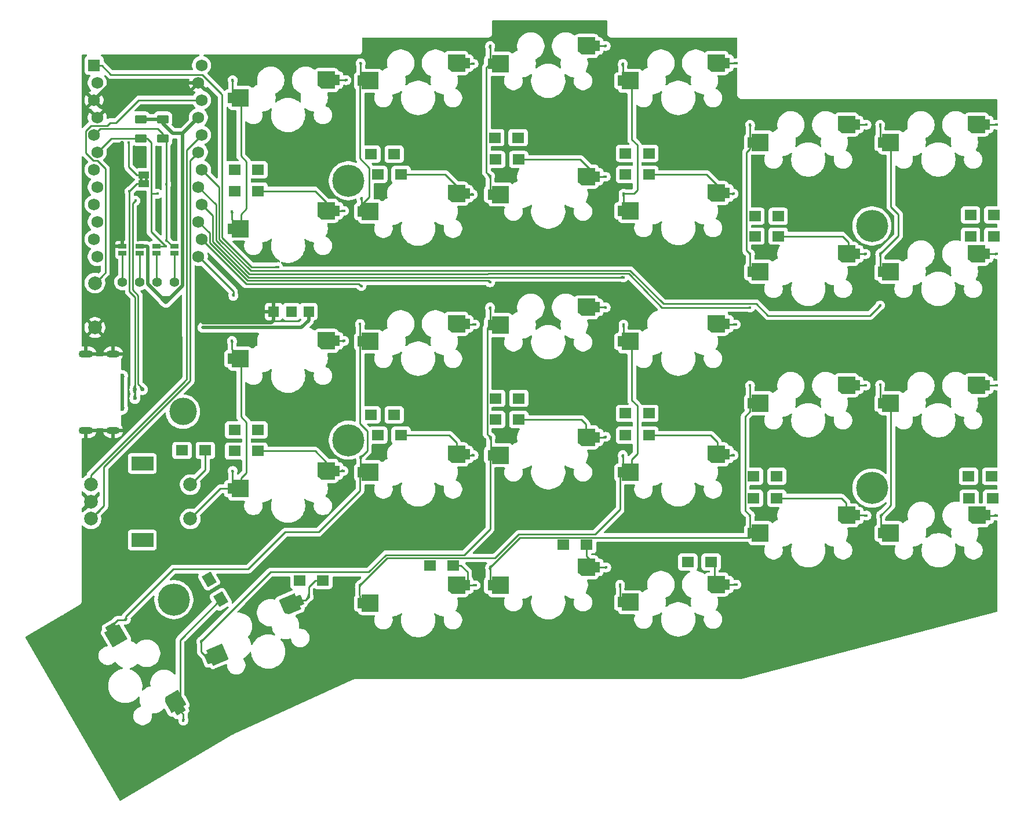
<source format=gbl>
G04 #@! TF.GenerationSoftware,KiCad,Pcbnew,9.0.0*
G04 #@! TF.CreationDate,2025-03-10T16:50:29+08:00*
G04 #@! TF.ProjectId,SofleKeyboard,536f666c-654b-4657-9962-6f6172642e6b,rev?*
G04 #@! TF.SameCoordinates,Original*
G04 #@! TF.FileFunction,Copper,L2,Bot*
G04 #@! TF.FilePolarity,Positive*
%FSLAX46Y46*%
G04 Gerber Fmt 4.6, Leading zero omitted, Abs format (unit mm)*
G04 Created by KiCad (PCBNEW 9.0.0) date 2025-03-10 16:50:29*
%MOMM*%
%LPD*%
G01*
G04 APERTURE LIST*
G04 Aperture macros list*
%AMRoundRect*
0 Rectangle with rounded corners*
0 $1 Rounding radius*
0 $2 $3 $4 $5 $6 $7 $8 $9 X,Y pos of 4 corners*
0 Add a 4 corners polygon primitive as box body*
4,1,4,$2,$3,$4,$5,$6,$7,$8,$9,$2,$3,0*
0 Add four circle primitives for the rounded corners*
1,1,$1+$1,$2,$3*
1,1,$1+$1,$4,$5*
1,1,$1+$1,$6,$7*
1,1,$1+$1,$8,$9*
0 Add four rect primitives between the rounded corners*
20,1,$1+$1,$2,$3,$4,$5,0*
20,1,$1+$1,$4,$5,$6,$7,0*
20,1,$1+$1,$6,$7,$8,$9,0*
20,1,$1+$1,$8,$9,$2,$3,0*%
%AMRotRect*
0 Rectangle, with rotation*
0 The origin of the aperture is its center*
0 $1 length*
0 $2 width*
0 $3 Rotation angle, in degrees counterclockwise*
0 Add horizontal line*
21,1,$1,$2,0,0,$3*%
%AMFreePoly0*
4,1,17,2.735355,1.235355,2.750000,1.200000,2.750000,-1.200000,2.735355,-1.235355,2.700000,-1.250000,0.300000,-1.250000,0.264645,-1.235355,0.250000,-1.200000,0.250000,-0.750000,-0.350000,-0.750000,-0.350000,0.750000,0.250000,0.750000,0.250000,1.200000,0.264645,1.235355,0.300000,1.250000,2.700000,1.250000,2.735355,1.235355,2.735355,1.235355,$1*%
%AMFreePoly1*
4,1,19,-0.364645,1.235355,-0.350000,1.200000,-0.350000,0.750000,0.350000,0.750000,0.350000,-0.750000,-0.350000,-0.750000,-0.350000,-1.200000,-0.364645,-1.235355,-0.400000,-1.250000,-2.300000,-1.250000,-2.331235,-1.239043,-2.831235,-0.839043,-2.849694,-0.805522,-2.850000,-0.800000,-2.850000,1.200000,-2.835355,1.235355,-2.800000,1.250000,-0.400000,1.250000,-0.364645,1.235355,-0.364645,1.235355,
$1*%
G04 Aperture macros list end*
G04 #@! TA.AperFunction,EtchedComponent*
%ADD10C,0.000000*%
G04 #@! TD*
G04 #@! TA.AperFunction,ComponentPad*
%ADD11C,4.700000*%
G04 #@! TD*
G04 #@! TA.AperFunction,ComponentPad*
%ADD12R,1.752600X1.752600*%
G04 #@! TD*
G04 #@! TA.AperFunction,ComponentPad*
%ADD13C,1.752600*%
G04 #@! TD*
G04 #@! TA.AperFunction,ComponentPad*
%ADD14R,1.800000X1.500000*%
G04 #@! TD*
G04 #@! TA.AperFunction,ComponentPad*
%ADD15RotRect,1.800000X1.500000X300.000000*%
G04 #@! TD*
G04 #@! TA.AperFunction,SMDPad,CuDef*
%ADD16FreePoly0,0.000000*%
G04 #@! TD*
G04 #@! TA.AperFunction,SMDPad,CuDef*
%ADD17FreePoly1,0.000000*%
G04 #@! TD*
G04 #@! TA.AperFunction,SMDPad,CuDef*
%ADD18FreePoly0,300.000000*%
G04 #@! TD*
G04 #@! TA.AperFunction,SMDPad,CuDef*
%ADD19FreePoly1,300.000000*%
G04 #@! TD*
G04 #@! TA.AperFunction,SMDPad,CuDef*
%ADD20FreePoly0,23.000000*%
G04 #@! TD*
G04 #@! TA.AperFunction,SMDPad,CuDef*
%ADD21FreePoly1,23.000000*%
G04 #@! TD*
G04 #@! TA.AperFunction,ComponentPad*
%ADD22R,1.524000X1.524000*%
G04 #@! TD*
G04 #@! TA.AperFunction,ComponentPad*
%ADD23C,1.397000*%
G04 #@! TD*
G04 #@! TA.AperFunction,ComponentPad*
%ADD24C,4.000000*%
G04 #@! TD*
G04 #@! TA.AperFunction,ComponentPad*
%ADD25C,2.000000*%
G04 #@! TD*
G04 #@! TA.AperFunction,ComponentPad*
%ADD26R,3.200000X2.000000*%
G04 #@! TD*
G04 #@! TA.AperFunction,ComponentPad*
%ADD27O,1.900000X1.100000*%
G04 #@! TD*
G04 #@! TA.AperFunction,ComponentPad*
%ADD28O,2.100000X1.100000*%
G04 #@! TD*
G04 #@! TA.AperFunction,ComponentPad*
%ADD29RoundRect,0.250000X-0.625000X0.375000X-0.625000X-0.375000X0.625000X-0.375000X0.625000X0.375000X0*%
G04 #@! TD*
G04 #@! TA.AperFunction,SMDPad,CuDef*
%ADD30R,1.143000X0.635000*%
G04 #@! TD*
G04 #@! TA.AperFunction,SMDPad,CuDef*
%ADD31R,1.500000X1.000000*%
G04 #@! TD*
G04 #@! TA.AperFunction,ViaPad*
%ADD32C,0.400000*%
G04 #@! TD*
G04 #@! TA.AperFunction,ViaPad*
%ADD33C,0.600000*%
G04 #@! TD*
G04 #@! TA.AperFunction,Conductor*
%ADD34C,0.250000*%
G04 #@! TD*
G04 #@! TA.AperFunction,Conductor*
%ADD35C,0.500000*%
G04 #@! TD*
G04 APERTURE END LIST*
D10*
G04 #@! TA.AperFunction,EtchedComponent*
G36*
X99200000Y-59660000D02*
G01*
X98800000Y-59660000D01*
X98800000Y-59160000D01*
X99200000Y-59160000D01*
X99200000Y-59660000D01*
G37*
G04 #@! TD.AperFunction*
G04 #@! TA.AperFunction,EtchedComponent*
G36*
X100000000Y-59660000D02*
G01*
X99600000Y-59660000D01*
X99600000Y-59160000D01*
X100000000Y-59160000D01*
X100000000Y-59660000D01*
G37*
G04 #@! TD.AperFunction*
D11*
X129300000Y-59600000D03*
X205800000Y-66210000D03*
X205800000Y-104510000D03*
X103800000Y-120810000D03*
D12*
X92151400Y-42740000D03*
D13*
X92608600Y-45280000D03*
X92151400Y-47820000D03*
X92608600Y-50360000D03*
X92151400Y-52900000D03*
X92608600Y-55440000D03*
X92151400Y-57980000D03*
X92608600Y-60520000D03*
X92151400Y-63060000D03*
X92608600Y-65600000D03*
X92151400Y-68140000D03*
X92608600Y-70680000D03*
X107391400Y-70680000D03*
X107848600Y-68140000D03*
X107391400Y-65600000D03*
X107848600Y-63060000D03*
X107391400Y-60520000D03*
X107848600Y-57980000D03*
X107391400Y-55440000D03*
X107848600Y-52900000D03*
X107391400Y-50360000D03*
X107848600Y-47820000D03*
X107391400Y-45280000D03*
X107848600Y-42740000D03*
D14*
X112700000Y-58000000D03*
X116100000Y-58000000D03*
X132600000Y-55700000D03*
X136000000Y-55700000D03*
X150700000Y-53300000D03*
X154100000Y-53300000D03*
X169800000Y-55600000D03*
X173200000Y-55600000D03*
X188700000Y-64800000D03*
X192100000Y-64800000D03*
X220200000Y-64600000D03*
X223600000Y-64600000D03*
X112700000Y-61100000D03*
X116100000Y-61100000D03*
X133600000Y-58700000D03*
X137000000Y-58700000D03*
X150800000Y-56500000D03*
X154200000Y-56500000D03*
X169800000Y-58700000D03*
X173200000Y-58700000D03*
X188700000Y-67700000D03*
X192100000Y-67700000D03*
X220200000Y-67700000D03*
X223600000Y-67700000D03*
X112700000Y-96000000D03*
X116100000Y-96000000D03*
X132600000Y-93800000D03*
X136000000Y-93800000D03*
X150800000Y-91400000D03*
X154200000Y-91400000D03*
X169800000Y-93600000D03*
X173200000Y-93600000D03*
X188500000Y-102800000D03*
X191900000Y-102800000D03*
X219900000Y-102800000D03*
X223300000Y-102800000D03*
X112700000Y-99100000D03*
X116100000Y-99100000D03*
X133600000Y-96800000D03*
X137000000Y-96800000D03*
X150800000Y-94500000D03*
X154200000Y-94500000D03*
X169800000Y-96800000D03*
X173200000Y-96800000D03*
X188500000Y-106000000D03*
X191900000Y-106000000D03*
X220000000Y-106000000D03*
X223400000Y-106000000D03*
X105000000Y-99010000D03*
X108400000Y-99010000D03*
D15*
X108950000Y-117827757D03*
X110650000Y-120772243D03*
D14*
X122200000Y-118000000D03*
X125600000Y-118000000D03*
X141200000Y-115800000D03*
X144600000Y-115800000D03*
X160700000Y-112810000D03*
X164100000Y-112810000D03*
D16*
X112000000Y-47500000D03*
D17*
X127700000Y-44900000D03*
D16*
X112000000Y-66600000D03*
D17*
X127700000Y-64000000D03*
D16*
X112000000Y-85600000D03*
D17*
X127700000Y-83000000D03*
D16*
X112000000Y-104600000D03*
D17*
X127700000Y-102000000D03*
D18*
X94615064Y-124798784D03*
D19*
X104716730Y-137095383D03*
D20*
X108798881Y-129419952D03*
D21*
X122234906Y-120892161D03*
D16*
X131000000Y-121300000D03*
D17*
X146700000Y-118700000D03*
D16*
X150000000Y-118700000D03*
D17*
X165700000Y-116100000D03*
D22*
X123500000Y-78710000D03*
X121000000Y-78710000D03*
X118400000Y-78710000D03*
D23*
X96300000Y-74410000D03*
X98840000Y-74410000D03*
X101380000Y-74410000D03*
X103920000Y-74410000D03*
D14*
X178900000Y-115310000D03*
X182300000Y-115310000D03*
D24*
X105130000Y-93336000D03*
D16*
X131000000Y-83100000D03*
D17*
X146700000Y-80500000D03*
D16*
X131000000Y-102200000D03*
D17*
X146700000Y-99600000D03*
D16*
X131000000Y-64100000D03*
D17*
X146700000Y-61500000D03*
D16*
X131000000Y-45000000D03*
D17*
X146700000Y-42400000D03*
D16*
X150000000Y-80700000D03*
D17*
X165700000Y-78100000D03*
D16*
X150000000Y-42510000D03*
D17*
X165700000Y-39910000D03*
D16*
X150000000Y-61600000D03*
D17*
X165700000Y-59000000D03*
D16*
X150000000Y-99700000D03*
D17*
X165700000Y-97100000D03*
D16*
X169000000Y-102200000D03*
D17*
X184700000Y-99600000D03*
D16*
X169000000Y-64000000D03*
D17*
X184700000Y-61400000D03*
D16*
X169000000Y-121200000D03*
D17*
X184700000Y-118600000D03*
D16*
X169000000Y-83100000D03*
D17*
X184700000Y-80500000D03*
D16*
X169000000Y-45000000D03*
D17*
X184700000Y-42400000D03*
D16*
X188000000Y-54000000D03*
D17*
X203700000Y-51400000D03*
D16*
X188000000Y-111100000D03*
D17*
X203700000Y-108500000D03*
D16*
X207000000Y-92100000D03*
D17*
X222700000Y-89500000D03*
D16*
X207050000Y-111100000D03*
D17*
X222750000Y-108500000D03*
D16*
X207000000Y-54000000D03*
D17*
X222700000Y-51400000D03*
D16*
X207000000Y-72900000D03*
D17*
X222700000Y-70300000D03*
D16*
X188000000Y-92100000D03*
D17*
X203700000Y-89500000D03*
D16*
X188000000Y-72900000D03*
D17*
X203700000Y-70300000D03*
D11*
X129300000Y-97510000D03*
D25*
X91700000Y-104000000D03*
X91700000Y-109000000D03*
X91700000Y-106500000D03*
D26*
X99200000Y-100900000D03*
X99200000Y-112100000D03*
D25*
X106200000Y-109000000D03*
X106200000Y-104000000D03*
X92280000Y-81052000D03*
X92280000Y-74552000D03*
D27*
X94940000Y-84892000D03*
D28*
X90940000Y-84892000D03*
D27*
X94940000Y-96132000D03*
D28*
X90940000Y-96132000D03*
D29*
X102200000Y-50610000D03*
X102200000Y-53410000D03*
X99000000Y-50610000D03*
X99000000Y-53410000D03*
D30*
X101300000Y-70200380D03*
X101300000Y-69199620D03*
X98800000Y-70200380D03*
X98800000Y-69199620D03*
X96300000Y-70200380D03*
X96300000Y-69199620D03*
X103900000Y-70200380D03*
X103900000Y-69199620D03*
D31*
X99400000Y-58760000D03*
X99400000Y-60060000D03*
D32*
X129000000Y-44910000D03*
X147600000Y-42500000D03*
X166900000Y-39910000D03*
X186000000Y-42410000D03*
X205000000Y-51410000D03*
X224000000Y-51410000D03*
X128700000Y-64000000D03*
X147500000Y-61600000D03*
X166900000Y-59010000D03*
X185600000Y-61500000D03*
X204900000Y-70310000D03*
X224000000Y-70310000D03*
X128700000Y-83000002D03*
X147800000Y-80600000D03*
X166900000Y-78110000D03*
X185900000Y-80600000D03*
X204900000Y-89510000D03*
X224000000Y-89510000D03*
X128600000Y-102000000D03*
X147600000Y-99700000D03*
X166900000Y-97010000D03*
X185600000Y-99700000D03*
X205000000Y-108510000D03*
X224000000Y-108510000D03*
X105200000Y-138510000D03*
X123500000Y-120410000D03*
X147900000Y-118710000D03*
D33*
X102640000Y-77082000D03*
D32*
X103278891Y-76750891D03*
X108050000Y-81060000D03*
X99988501Y-69316621D03*
D33*
X96290000Y-92962000D03*
X96290000Y-88062000D03*
D32*
X103930000Y-58352000D03*
D33*
X188750000Y-96610000D03*
X142330000Y-50652000D03*
X109180000Y-76552000D03*
X166500000Y-108460000D03*
D32*
X96300000Y-68200000D03*
D33*
X104880000Y-106552000D03*
X222730000Y-116552000D03*
X176030000Y-75902000D03*
X109530000Y-101602000D03*
X129280000Y-81252000D03*
X183255000Y-92052000D03*
X99780000Y-122152000D03*
X149030000Y-113752000D03*
X186530000Y-131452000D03*
X172080000Y-50602000D03*
X195930000Y-121552000D03*
X100830000Y-90052000D03*
X222730000Y-121552000D03*
X208430000Y-87002000D03*
X105680000Y-143352000D03*
X157530000Y-52002000D03*
X148080000Y-87302000D03*
X101080000Y-42752000D03*
X167430000Y-85452000D03*
X161530000Y-131452000D03*
X146030000Y-96727000D03*
X201890000Y-104782000D03*
X133180000Y-127877000D03*
X189250000Y-76260000D03*
X115950000Y-120210000D03*
X168630000Y-40652000D03*
X151580000Y-36952000D03*
X203805000Y-119527000D03*
X202130000Y-66052000D03*
X209850000Y-59810000D03*
X189450000Y-86610000D03*
X104730000Y-125152000D03*
X101180000Y-145852000D03*
X121830000Y-59802000D03*
X166300000Y-114210000D03*
D32*
X103780000Y-55752000D03*
D33*
X156530000Y-131452000D03*
X160230000Y-69777000D03*
X94930000Y-76252000D03*
X133700000Y-71060000D03*
X169480000Y-50502000D03*
X199980000Y-78202000D03*
X128850000Y-118410000D03*
X173180000Y-127877000D03*
X207280000Y-59602000D03*
D32*
X107600000Y-75710000D03*
D33*
X176280000Y-113152000D03*
X113880000Y-138802000D03*
X143180000Y-127877000D03*
X122830000Y-97602000D03*
X119780000Y-56502000D03*
X114080000Y-79552000D03*
X210180000Y-63152000D03*
X198130000Y-64752000D03*
X118205000Y-111002000D03*
X159680000Y-53702000D03*
X93380000Y-143352000D03*
D32*
X95130000Y-55352000D03*
D33*
X124250000Y-112360000D03*
X132280000Y-51552000D03*
X168330000Y-79252000D03*
X205730000Y-76402000D03*
X141730000Y-93602000D03*
X141530000Y-131452000D03*
X171530000Y-131452000D03*
X147530000Y-55502000D03*
D32*
X101630000Y-65452000D03*
D33*
X176080000Y-93852000D03*
X106530000Y-100902000D03*
X129580000Y-76152000D03*
D32*
X101430000Y-55752000D03*
D33*
X98280000Y-93752000D03*
X151650000Y-71010000D03*
X207230000Y-98502000D03*
X129280000Y-89852000D03*
X195280000Y-101002000D03*
X205730000Y-87852000D03*
X114980000Y-53060000D03*
X107130000Y-138552000D03*
X205980000Y-49852000D03*
X104280000Y-87902000D03*
X96030000Y-78452000D03*
X119500000Y-119160000D03*
X129580000Y-51202000D03*
X118030000Y-137002000D03*
X119303662Y-95296143D03*
X206930000Y-114502000D03*
X91680000Y-117752000D03*
X223380000Y-48702000D03*
X186380000Y-85852000D03*
X129180000Y-114352000D03*
X208200000Y-82160000D03*
X150830000Y-48852000D03*
X183180000Y-127877000D03*
X197430000Y-128452000D03*
X109305000Y-96002000D03*
X197630000Y-102852000D03*
X190380000Y-62752000D03*
X91230000Y-100002000D03*
X151080000Y-89152000D03*
X221930000Y-62152000D03*
X113400000Y-119160000D03*
X189480000Y-80402000D03*
X125630000Y-54552000D03*
X176830000Y-53952000D03*
X141430000Y-55552000D03*
X148700000Y-108760000D03*
X169230000Y-91452000D03*
X186130000Y-110102000D03*
X87880000Y-133702000D03*
X100161362Y-76861174D03*
D32*
X95800000Y-65510000D03*
D33*
X168580000Y-110052000D03*
X112330000Y-53010000D03*
X142130000Y-89252000D03*
X132530000Y-91602000D03*
X124930000Y-57902000D03*
X122030000Y-135052000D03*
D32*
X96229300Y-53980700D03*
D33*
X185130000Y-39652000D03*
X132930000Y-39152000D03*
D32*
X122130000Y-76852000D03*
D33*
X198180000Y-80602000D03*
X102230000Y-95002000D03*
X129480000Y-71152000D03*
D32*
X103830000Y-62252000D03*
D33*
X209650000Y-102022000D03*
X176530000Y-131452000D03*
X148180000Y-40552000D03*
X101030000Y-45902000D03*
X178980000Y-55952000D03*
X148300000Y-115910000D03*
X125980000Y-133102000D03*
X85080000Y-128702000D03*
X186680000Y-48652000D03*
X181530000Y-131452000D03*
X223280000Y-82002000D03*
X158730000Y-107327000D03*
X171230000Y-70902000D03*
X88580000Y-123552000D03*
X148230000Y-75702000D03*
X169030000Y-53402000D03*
X185730000Y-96352000D03*
X114180000Y-76102000D03*
X95330000Y-102452000D03*
X120850000Y-115460000D03*
X166530000Y-131452000D03*
X148180000Y-50102000D03*
X186030000Y-58002000D03*
X146530000Y-131452000D03*
X109480000Y-107802000D03*
X136530000Y-131452000D03*
X105950000Y-114860000D03*
D32*
X104300000Y-51210000D03*
D33*
X147805000Y-58677000D03*
X172880000Y-91502000D03*
X110605000Y-44602000D03*
X106350000Y-127210000D03*
X205850000Y-82210000D03*
X131530000Y-131452000D03*
X212480000Y-124202000D03*
X136680000Y-109902000D03*
X214980000Y-104052000D03*
X210030000Y-98702000D03*
X97880000Y-142227000D03*
X211680000Y-65752000D03*
X113500000Y-114960000D03*
X207530000Y-125452000D03*
X210755000Y-68052000D03*
X129530000Y-43002000D03*
X186550000Y-113910000D03*
X103930000Y-78652000D03*
X202230000Y-127052000D03*
X165980000Y-36752000D03*
X151930000Y-75402000D03*
X107930000Y-82702000D03*
X108930000Y-89052000D03*
X160480000Y-91702000D03*
D32*
X99180000Y-55702000D03*
D33*
X171530000Y-77002000D03*
X109450000Y-112210000D03*
D32*
X98930000Y-65452000D03*
D33*
X157830000Y-90002000D03*
X150980000Y-84952000D03*
X96480000Y-148552000D03*
X167880000Y-70902000D03*
X111800000Y-112260000D03*
X116230000Y-71127000D03*
X111205000Y-135252000D03*
X105930000Y-117702000D03*
X131005000Y-106727000D03*
D32*
X104105000Y-53777000D03*
D33*
X151530000Y-131452000D03*
X186650000Y-76110000D03*
X189200000Y-117810000D03*
X188780000Y-58302000D03*
X142980000Y-112752000D03*
X192330000Y-129802000D03*
X151550000Y-108810000D03*
D32*
X95000000Y-63060000D03*
D33*
X222700000Y-97560000D03*
X97800000Y-120010000D03*
X147800000Y-71010000D03*
X133380000Y-76052000D03*
X100130000Y-83452000D03*
X217230000Y-123052000D03*
X90580000Y-138502000D03*
X169100000Y-116560000D03*
D32*
X207100000Y-108510000D03*
X169000000Y-118610000D03*
X207000000Y-89410000D03*
X207000000Y-51410000D03*
X207000000Y-70310000D03*
X207000000Y-77810000D03*
X188000000Y-51410000D03*
X188000000Y-70310000D03*
X188000000Y-78110000D03*
X188000000Y-89510000D03*
X188000000Y-108510000D03*
X150000000Y-116110000D03*
X131000000Y-118710000D03*
X169400000Y-99700000D03*
X169500000Y-73710000D03*
X169500000Y-61500000D03*
X169400000Y-42500000D03*
X169500000Y-80600000D03*
X150000000Y-58910000D03*
X107800000Y-126910000D03*
X150000000Y-39910000D03*
X150000000Y-74460000D03*
X150000000Y-78110000D03*
X150100000Y-97110000D03*
X131200000Y-62110000D03*
X131100000Y-42410000D03*
X131200000Y-75010000D03*
X131100000Y-100010000D03*
X96800000Y-123710000D03*
X131000000Y-80510000D03*
X102700000Y-60110000D03*
X102700000Y-68300000D03*
X119050000Y-72210000D03*
X101400000Y-61510000D03*
X102600000Y-69200000D03*
X167000000Y-116110000D03*
X97200000Y-54010000D03*
X186000000Y-118610000D03*
X112400000Y-101999990D03*
X112399986Y-44900000D03*
X112499999Y-76410001D03*
X112300000Y-83000000D03*
X112300000Y-64100000D03*
X98200000Y-62510000D03*
D33*
X99210000Y-90102000D03*
D32*
X97323501Y-61136499D03*
D33*
X98120000Y-90122000D03*
X98130000Y-91392000D03*
D34*
X127700000Y-44900000D02*
X128990000Y-44900000D01*
X128990000Y-44900000D02*
X129000000Y-44910000D01*
X145100000Y-42520000D02*
X146680000Y-42520000D01*
X146680000Y-42520000D02*
X146700000Y-42500000D01*
X146700000Y-42500000D02*
X147600000Y-42500000D01*
X165700000Y-39910000D02*
X166900000Y-39910000D01*
X185990000Y-42400000D02*
X186000000Y-42410000D01*
X184700000Y-42400000D02*
X185990000Y-42400000D01*
X205000000Y-51410000D02*
X203710000Y-51410000D01*
X203710000Y-51410000D02*
X203700000Y-51400000D01*
X223990000Y-51400000D02*
X224000000Y-51410000D01*
X222700000Y-51400000D02*
X223990000Y-51400000D01*
X127680000Y-64020000D02*
X127700000Y-64000000D01*
X126100000Y-62770000D02*
X124430000Y-61100000D01*
X127700000Y-64000000D02*
X128700000Y-64000000D01*
X124430000Y-61100000D02*
X116100000Y-61100000D01*
X126100000Y-64020000D02*
X127680000Y-64020000D01*
X126100000Y-64020000D02*
X126100000Y-62770000D01*
X137000000Y-58700000D02*
X143430000Y-58700000D01*
X145100000Y-60370000D02*
X145100000Y-61520000D01*
X143430000Y-58700000D02*
X145100000Y-60370000D01*
X146680000Y-61620000D02*
X146700000Y-61600000D01*
X145100000Y-61520000D02*
X145200000Y-61620000D01*
X146700000Y-61600000D02*
X147500000Y-61600000D01*
X145200000Y-61620000D02*
X146680000Y-61620000D01*
X163200000Y-56500000D02*
X165700000Y-59000000D01*
X154200000Y-56500000D02*
X163200000Y-56500000D01*
X165700000Y-59000000D02*
X166890000Y-59000000D01*
X166890000Y-59000000D02*
X166900000Y-59010000D01*
X183200000Y-61520000D02*
X184780000Y-61520000D01*
X184800000Y-61500000D02*
X185600000Y-61500000D01*
X183200000Y-61520000D02*
X183200000Y-60270000D01*
X184780000Y-61520000D02*
X184800000Y-61500000D01*
X181630000Y-58700000D02*
X173200000Y-58700000D01*
X183200000Y-60270000D02*
X181630000Y-58700000D01*
X202330000Y-68552000D02*
X202330000Y-69202000D01*
X203710000Y-70310000D02*
X203700000Y-70300000D01*
X204900000Y-70310000D02*
X203710000Y-70310000D01*
X203428000Y-70300000D02*
X203700000Y-70300000D01*
X201478000Y-67700000D02*
X202330000Y-68552000D01*
X192100000Y-67700000D02*
X201478000Y-67700000D01*
X202330000Y-69202000D02*
X203428000Y-70300000D01*
X222700000Y-70300000D02*
X223990000Y-70300000D01*
X223990000Y-70300000D02*
X224000000Y-70310000D01*
X223800000Y-67900000D02*
X223600000Y-67700000D01*
X126100000Y-83020000D02*
X126119998Y-83000002D01*
X126119998Y-83000002D02*
X128700000Y-83000002D01*
X146700000Y-80600000D02*
X147800000Y-80600000D01*
X146680000Y-80620000D02*
X146700000Y-80600000D01*
X145100000Y-80620000D02*
X146680000Y-80620000D01*
X166890000Y-78100000D02*
X166900000Y-78110000D01*
X165700000Y-78100000D02*
X166890000Y-78100000D01*
X184800000Y-80600000D02*
X185900000Y-80600000D01*
X183200000Y-80620000D02*
X184780000Y-80620000D01*
X184780000Y-80620000D02*
X184800000Y-80600000D01*
X204900000Y-89510000D02*
X203710000Y-89510000D01*
X203710000Y-89510000D02*
X203700000Y-89500000D01*
X223990000Y-89500000D02*
X224000000Y-89510000D01*
X222700000Y-89500000D02*
X223990000Y-89500000D01*
X124430000Y-99100000D02*
X116100000Y-99100000D01*
X127680000Y-102020000D02*
X127700000Y-102000000D01*
X127700000Y-102000000D02*
X128600000Y-102000000D01*
X126100000Y-102020000D02*
X127680000Y-102020000D01*
X126100000Y-100770000D02*
X124430000Y-99100000D01*
X126100000Y-102020000D02*
X126100000Y-100770000D01*
X146680000Y-99720000D02*
X145100000Y-99720000D01*
X144028000Y-96800000D02*
X137000000Y-96800000D01*
X145100000Y-99720000D02*
X145100000Y-97872000D01*
X147600000Y-99700000D02*
X146700000Y-99700000D01*
X145100000Y-97872000D02*
X144028000Y-96800000D01*
X146700000Y-99700000D02*
X146680000Y-99720000D01*
X164030000Y-97100000D02*
X165700000Y-97100000D01*
X154200000Y-94500000D02*
X163328000Y-94500000D01*
X165700000Y-97100000D02*
X166810000Y-97100000D01*
X164030000Y-95202000D02*
X164030000Y-97100000D01*
X163328000Y-94500000D02*
X164030000Y-95202000D01*
X166810000Y-97100000D02*
X166900000Y-97010000D01*
X184800000Y-99700000D02*
X184780000Y-99720000D01*
X185600000Y-99700000D02*
X184800000Y-99700000D01*
X183200000Y-97772000D02*
X182228000Y-96800000D01*
X183200000Y-99720000D02*
X183200000Y-97772000D01*
X184780000Y-99720000D02*
X183200000Y-99720000D01*
X182228000Y-96800000D02*
X173200000Y-96800000D01*
X204660000Y-108500000D02*
X204790000Y-108500000D01*
X191900000Y-106000000D02*
X201338000Y-106000000D01*
X202010000Y-107962000D02*
X202548000Y-108500000D01*
X204660000Y-108500000D02*
X204670000Y-108510000D01*
X191900000Y-106000000D02*
X192050000Y-106000000D01*
X201338000Y-106000000D02*
X202010000Y-106672000D01*
X202010000Y-106672000D02*
X202010000Y-107962000D01*
X204670000Y-108510000D02*
X205000000Y-108510000D01*
X202548000Y-108500000D02*
X203700000Y-108500000D01*
X203700000Y-108500000D02*
X204660000Y-108500000D01*
X222760000Y-108510000D02*
X222750000Y-108500000D01*
X223200000Y-106100000D02*
X222900000Y-105800000D01*
X224000000Y-108510000D02*
X222760000Y-108510000D01*
X104716730Y-126705513D02*
X104716730Y-137095383D01*
X105200000Y-137578653D02*
X104716730Y-137095383D01*
X105200000Y-138510000D02*
X105200000Y-137578653D01*
X110650000Y-120772243D02*
X104716730Y-126705513D01*
X122234906Y-120892161D02*
X123017839Y-120892161D01*
X123017839Y-120892161D02*
X123500000Y-120410000D01*
X123500000Y-118950000D02*
X124450000Y-118000000D01*
X124450000Y-118000000D02*
X125600000Y-118000000D01*
X123500000Y-120410000D02*
X123500000Y-118950000D01*
X146700000Y-117950000D02*
X146700000Y-118700000D01*
X145750000Y-115800000D02*
X146700000Y-116750000D01*
X147890000Y-118700000D02*
X147900000Y-118710000D01*
X146700000Y-116750000D02*
X146700000Y-117950000D01*
X146700000Y-118700000D02*
X147890000Y-118700000D01*
X144600000Y-115800000D02*
X145750000Y-115800000D01*
D35*
X99988501Y-69316621D02*
X99871500Y-69199620D01*
X103278891Y-76750891D02*
X105068501Y-74961281D01*
X108050000Y-81060000D02*
X122412000Y-81060000D01*
X102648891Y-77380891D02*
X103278891Y-76750891D01*
X105068501Y-52682899D02*
X103647899Y-52682899D01*
X99988501Y-74718283D02*
X102021109Y-76750891D01*
X122412000Y-81060000D02*
X123500000Y-79972000D01*
X102200000Y-51235000D02*
X102200000Y-50610000D01*
X99988501Y-69316621D02*
X99988501Y-69316621D01*
X99988501Y-69316621D02*
X99988501Y-74718283D01*
X107391400Y-50360000D02*
X105068501Y-52682899D01*
X102650000Y-76750891D02*
X102996049Y-76750891D01*
X105068501Y-52682899D02*
X105068501Y-74961281D01*
X102021109Y-76750891D02*
X102650000Y-76750891D01*
X99871500Y-69199620D02*
X98800000Y-69199620D01*
X103647899Y-52682899D02*
X102200000Y-51235000D01*
X108050000Y-81060000D02*
X108050000Y-81060000D01*
X102996049Y-76750891D02*
X103278891Y-76750891D01*
X102650000Y-76750891D02*
X102650000Y-77379782D01*
X96290000Y-88152000D02*
X96290000Y-92962000D01*
X102021109Y-76750891D02*
X102021109Y-76753109D01*
X102200000Y-50610000D02*
X99000000Y-50610000D01*
X123500000Y-79972000D02*
X123500000Y-78710000D01*
X102021109Y-76753109D02*
X102215000Y-76947000D01*
X102650000Y-77379782D02*
X102648891Y-77380891D01*
X102215000Y-76947000D02*
X102648891Y-77380891D01*
X96300000Y-59660000D02*
X96300000Y-54055710D01*
X94691400Y-45280000D02*
X107391400Y-45280000D01*
X118400000Y-79972000D02*
X118400000Y-78710000D01*
X108000000Y-80310000D02*
X118062000Y-80310000D01*
X118062000Y-80310000D02*
X118400000Y-79972000D01*
X108000000Y-76392842D02*
X108000000Y-80310000D01*
X96300000Y-68200000D02*
X96300000Y-59660000D01*
X92151400Y-47820000D02*
X94691400Y-45280000D01*
X107600000Y-75710000D02*
X107600000Y-75992842D01*
X96300000Y-54055710D02*
X96229300Y-53985010D01*
X107600000Y-75992842D02*
X108000000Y-76392842D01*
X96300000Y-69199620D02*
X96300000Y-68200000D01*
D34*
X207000000Y-77810000D02*
X207000000Y-77810000D01*
X208600000Y-54532000D02*
X208575001Y-54556999D01*
X149475011Y-72734989D02*
X149450010Y-72759990D01*
X175314147Y-77584999D02*
X170464137Y-72734989D01*
X208575001Y-54556999D02*
X208575001Y-63397001D01*
X207000000Y-92100000D02*
X208038000Y-92100000D01*
X190630000Y-79302000D02*
X188912999Y-77584999D01*
X207100000Y-111050000D02*
X207050000Y-111100000D01*
X205508000Y-79302000D02*
X190630000Y-79302000D01*
X208575001Y-92646999D02*
X208575001Y-93675001D01*
X115027990Y-72759990D02*
X110399931Y-68131931D01*
X110399931Y-68131931D02*
X110399931Y-60531331D01*
X149450010Y-72759990D02*
X115027990Y-72759990D01*
X207000000Y-89610000D02*
X207000000Y-92100000D01*
X208575001Y-93675001D02*
X208575001Y-107034999D01*
X188912999Y-77584999D02*
X175314147Y-77584999D01*
X207100000Y-108510000D02*
X207100000Y-111050000D01*
X208038000Y-92100000D02*
X208580000Y-92642000D01*
X207000000Y-54000000D02*
X208068000Y-54000000D01*
X207000000Y-51410000D02*
X207000000Y-54000000D01*
X209680000Y-67630000D02*
X207000000Y-70310000D01*
X207000000Y-70310000D02*
X207000000Y-72900000D01*
X207000000Y-77810000D02*
X205508000Y-79302000D01*
X209680000Y-64502000D02*
X209680000Y-67630000D01*
X208575001Y-63397001D02*
X209680000Y-64502000D01*
X208575001Y-107034999D02*
X207100000Y-108510000D01*
X208580000Y-92642000D02*
X208575001Y-92646999D01*
X110399931Y-60531331D02*
X107848600Y-57980000D01*
X169000000Y-120450000D02*
X169000000Y-118610000D01*
X170464137Y-72734989D02*
X149475011Y-72734989D01*
X208068000Y-54000000D02*
X208600000Y-54532000D01*
X169000000Y-121200000D02*
X169000000Y-120450000D01*
X188000000Y-54000000D02*
X187990000Y-54010000D01*
X188000000Y-111100000D02*
X188010000Y-111110000D01*
X187274999Y-94037001D02*
X188000000Y-93312000D01*
X175100000Y-78110000D02*
X170400000Y-73310000D01*
X188000000Y-110350000D02*
X188000000Y-108510000D01*
X109949921Y-63078521D02*
X107391400Y-60520000D01*
X149725001Y-73184999D02*
X149700000Y-73210000D01*
X188000000Y-108510000D02*
X188000000Y-111100000D01*
X114838000Y-73210000D02*
X109949921Y-68321921D01*
X188000000Y-93312000D02*
X188000000Y-92100000D01*
X154375001Y-111734999D02*
X188000000Y-111734999D01*
X170400000Y-73310000D02*
X170274999Y-73184999D01*
X187274999Y-107784999D02*
X187274999Y-94037001D01*
X188010000Y-111522000D02*
X187797001Y-111734999D01*
X188000000Y-111734999D02*
X188000000Y-111100000D01*
X188000000Y-108510000D02*
X187274999Y-107784999D01*
X188000000Y-111100000D02*
X188000000Y-110350000D01*
X170274999Y-73184999D02*
X149725001Y-73184999D01*
X188000000Y-51410000D02*
X188000000Y-54000000D01*
X188000000Y-70310000D02*
X188000000Y-72900000D01*
X149700000Y-73210000D02*
X114838000Y-73210000D01*
X109949921Y-68321921D02*
X109949921Y-63078521D01*
X187474999Y-69784999D02*
X188000000Y-70310000D01*
X187990000Y-54922000D02*
X187474999Y-55437001D01*
X187474999Y-55437001D02*
X187474999Y-69784999D01*
X188000000Y-89510000D02*
X188000000Y-92100000D01*
X188010000Y-111110000D02*
X188010000Y-111522000D01*
X188000000Y-78110000D02*
X175100000Y-78110000D01*
X150000000Y-116110000D02*
X150000000Y-118700000D01*
X187990000Y-54010000D02*
X187990000Y-54922000D01*
X150000000Y-116110000D02*
X154375001Y-111734999D01*
X170700000Y-45060000D02*
X170700000Y-53600000D01*
X170700000Y-83160000D02*
X170700000Y-91700000D01*
X169500000Y-61500000D02*
X169500000Y-62860000D01*
X165325011Y-111284989D02*
X154188600Y-111284990D01*
X169100000Y-45100000D02*
X170660000Y-45100000D01*
X169500000Y-61500000D02*
X171000000Y-61500000D01*
X170660000Y-64100000D02*
X170700000Y-64060000D01*
X169000000Y-107610000D02*
X165325011Y-111284989D01*
X170660000Y-45100000D02*
X170700000Y-45060000D01*
X134982001Y-114724999D02*
X130900000Y-118807000D01*
X171500000Y-54400000D02*
X171500000Y-61000000D01*
X169000000Y-102200000D02*
X169000000Y-107610000D01*
X169400000Y-42500000D02*
X169400000Y-43760000D01*
X154188600Y-111284990D02*
X150748591Y-114724999D01*
X169100000Y-102300000D02*
X170660000Y-102300000D01*
X170700000Y-53600000D02*
X171500000Y-54400000D01*
X114698000Y-73710000D02*
X109499911Y-68511911D01*
X170700000Y-91700000D02*
X171500000Y-92500000D01*
X169500000Y-62860000D02*
X170700000Y-64060000D01*
X150748591Y-114724999D02*
X134982001Y-114724999D01*
X169100000Y-83200000D02*
X170660000Y-83200000D01*
X130900000Y-118807000D02*
X130900000Y-119010000D01*
X170660000Y-83200000D02*
X170700000Y-83160000D01*
X109499911Y-68511911D02*
X109499911Y-64711311D01*
X170700000Y-100300000D02*
X170700000Y-102260000D01*
X170660000Y-102300000D02*
X170700000Y-102260000D01*
X169400000Y-43760000D02*
X170700000Y-45060000D01*
X169500000Y-73710000D02*
X114698000Y-73710000D01*
X171000000Y-61500000D02*
X171500000Y-61000000D01*
X171500000Y-92500000D02*
X171500000Y-99500000D01*
X169500000Y-80600000D02*
X169500000Y-81960000D01*
X169400000Y-100960000D02*
X170700000Y-102260000D01*
X130900000Y-119010000D02*
X131000000Y-118710000D01*
X169100000Y-64100000D02*
X170660000Y-64100000D01*
X169500000Y-81960000D02*
X170700000Y-83160000D01*
X169400000Y-99700000D02*
X169400000Y-100960000D01*
X109499911Y-64711311D02*
X107848600Y-63060000D01*
X171500000Y-99500000D02*
X170700000Y-100300000D01*
X131000000Y-121300000D02*
X130900000Y-119010000D01*
X107800000Y-128421071D02*
X108798881Y-129419952D01*
X150000000Y-78110000D02*
X150000000Y-80700000D01*
X150000000Y-110474989D02*
X146200000Y-114274989D01*
X149574999Y-96584999D02*
X149900001Y-96910001D01*
X146200000Y-114274989D02*
X134795614Y-114274990D01*
X150000000Y-80700000D02*
X149574999Y-81125001D01*
X149474999Y-43035001D02*
X149474999Y-58384999D01*
X107800000Y-126910000D02*
X107800000Y-128421071D01*
X150000000Y-42510000D02*
X149474999Y-43035001D01*
X109049901Y-67258501D02*
X107391400Y-65600000D01*
X132272271Y-116798333D02*
X117911667Y-116798333D01*
X117911667Y-116798333D02*
X107800000Y-126910000D01*
X149474999Y-58384999D02*
X149800001Y-58710001D01*
X149800001Y-58710001D02*
X150000000Y-58910000D01*
X109049901Y-68701901D02*
X109049901Y-67258501D01*
X150000000Y-58910000D02*
X150000000Y-61600000D01*
X149900001Y-96910001D02*
X150100000Y-97110000D01*
X150100000Y-99600000D02*
X150000000Y-99700000D01*
X150000000Y-42510000D02*
X150000000Y-39910000D01*
X114558000Y-74210000D02*
X109049901Y-68701901D01*
X149574999Y-81125001D02*
X149574999Y-96584999D01*
X149750000Y-74210000D02*
X114558000Y-74210000D01*
X150000000Y-74460000D02*
X149750000Y-74210000D01*
X134795614Y-114274990D02*
X132272271Y-116798333D01*
X150100000Y-97110000D02*
X150100000Y-99600000D01*
X150000000Y-99700000D02*
X150000000Y-110474989D01*
X131005000Y-104877000D02*
X124936499Y-110945501D01*
X132374999Y-57710001D02*
X132374999Y-61975001D01*
X131005000Y-102205000D02*
X131005000Y-104877000D01*
X131100000Y-44900000D02*
X131000000Y-45000000D01*
X95603848Y-123810000D02*
X94615064Y-124798784D01*
X131100000Y-102100000D02*
X131000000Y-102200000D01*
X131000000Y-80510000D02*
X131000000Y-83100000D01*
X132075001Y-96177999D02*
X132075001Y-99034999D01*
X114683676Y-116348324D02*
X103761676Y-116348324D01*
X132374999Y-61975001D02*
X131000000Y-63350000D01*
X131100000Y-42410000D02*
X131100000Y-44900000D01*
X114368610Y-74660010D02*
X107848600Y-68140000D01*
X131200000Y-75010000D02*
X130850010Y-74660010D01*
X120086499Y-110945501D02*
X114683676Y-116348324D01*
X130850010Y-74660010D02*
X114368610Y-74660010D01*
X131000000Y-56335002D02*
X132374999Y-57710001D01*
X131200000Y-63900000D02*
X131000000Y-64100000D01*
X131000000Y-63350000D02*
X131000000Y-64100000D01*
X131000000Y-102200000D02*
X131005000Y-102205000D01*
X131100000Y-100010000D02*
X131100000Y-102100000D01*
X131000000Y-83100000D02*
X131000000Y-95102998D01*
X132075001Y-99034999D02*
X131299999Y-99810001D01*
X131299999Y-99810001D02*
X131100000Y-100010000D01*
X96800000Y-123310000D02*
X96800000Y-123810000D01*
X131000000Y-95102998D02*
X132075001Y-96177999D01*
X103761676Y-116348324D02*
X96800000Y-123310000D01*
X131000000Y-45000000D02*
X131000000Y-56335002D01*
X124936499Y-110945501D02*
X120086499Y-110945501D01*
X131200000Y-62110000D02*
X131200000Y-63900000D01*
X96800000Y-123810000D02*
X95603848Y-123810000D01*
X102700000Y-60110000D02*
X102700000Y-53910000D01*
X102700000Y-53910000D02*
X102200000Y-53410000D01*
X93027699Y-52023701D02*
X101438701Y-52023701D01*
X102700000Y-68300000D02*
X102700000Y-60110000D01*
X92151400Y-52900000D02*
X93027699Y-52023701D01*
X102200000Y-52785000D02*
X102200000Y-53410000D01*
X101438701Y-52023701D02*
X102200000Y-52785000D01*
X103599620Y-69199620D02*
X102700000Y-68300000D01*
X110849941Y-47071941D02*
X110630000Y-46852000D01*
X93277700Y-42740000D02*
X92151400Y-42740000D01*
X107968025Y-44078699D02*
X94616399Y-44078699D01*
X110849941Y-67921941D02*
X110849941Y-47071941D01*
X110630000Y-46852000D02*
X107968025Y-44078699D01*
X115138000Y-72210000D02*
X110849941Y-67921941D01*
X94616399Y-44078699D02*
X93277700Y-42740000D01*
X119050000Y-72210000D02*
X115138000Y-72210000D01*
X92608600Y-55440000D02*
X94638600Y-53410000D01*
X99875000Y-53410000D02*
X99000000Y-53410000D01*
X100475001Y-67075001D02*
X100475001Y-61485001D01*
X102600000Y-69200000D02*
X101300380Y-69200000D01*
X94638600Y-53410000D02*
X99000000Y-53410000D01*
X100475001Y-54010001D02*
X99875000Y-53410000D01*
X100475001Y-61485001D02*
X100475001Y-54010001D01*
X100475001Y-61485001D02*
X100500000Y-61510000D01*
X102600000Y-69200000D02*
X100475001Y-67075001D01*
X100500000Y-61510000D02*
X101400000Y-61510000D01*
X93279999Y-73552001D02*
X92280000Y-74552000D01*
X107848600Y-47820000D02*
X106609325Y-47820000D01*
X95380000Y-51102000D02*
X94530000Y-51102000D01*
X93809901Y-57860575D02*
X93809901Y-73022099D01*
X91699783Y-51573691D02*
X90950099Y-52323375D01*
X98680000Y-47802000D02*
X95380000Y-51102000D01*
X90950099Y-55559425D02*
X92031975Y-56641301D01*
X94530000Y-51102000D02*
X94058309Y-51573691D01*
X90950099Y-52323375D02*
X90950099Y-55559425D01*
X92031975Y-56641301D02*
X92590627Y-56641301D01*
X106609325Y-47820000D02*
X106591325Y-47802000D01*
X92590627Y-56641301D02*
X93809901Y-57860575D01*
X93809901Y-73022099D02*
X93279999Y-73552001D01*
X106591325Y-47802000D02*
X98680000Y-47802000D01*
X94058309Y-51573691D02*
X91699783Y-51573691D01*
X164100000Y-112810000D02*
X164100000Y-114500000D01*
X166990000Y-116100000D02*
X167000000Y-116110000D01*
X165700000Y-116100000D02*
X166990000Y-116100000D01*
X164100000Y-114500000D02*
X165700000Y-116100000D01*
X97200000Y-57560000D02*
X98400000Y-58760000D01*
X97200000Y-54010000D02*
X97200000Y-57560000D01*
X98400000Y-58760000D02*
X99400000Y-58760000D01*
X182770000Y-115780000D02*
X182300000Y-115310000D01*
X184700000Y-118600000D02*
X185990000Y-118600000D01*
X183348000Y-118600000D02*
X182770000Y-118022000D01*
X182770000Y-118022000D02*
X182770000Y-115780000D01*
X184700000Y-118600000D02*
X183348000Y-118600000D01*
X185990000Y-118600000D02*
X186000000Y-118610000D01*
X101300000Y-74330000D02*
X101380000Y-74410000D01*
X101300000Y-70200380D02*
X101300000Y-74330000D01*
X96300000Y-74410000D02*
X96300000Y-70200380D01*
X98800000Y-70200380D02*
X98800000Y-74370000D01*
X98800000Y-74370000D02*
X98840000Y-74410000D01*
X103900000Y-74390000D02*
X103920000Y-74410000D01*
X103900000Y-70200380D02*
X103900000Y-74390000D01*
X106200000Y-104000000D02*
X106232000Y-104000000D01*
X108400000Y-101832000D02*
X108400000Y-99010000D01*
X106232000Y-104000000D02*
X108400000Y-101832000D01*
X113600000Y-85560000D02*
X113600000Y-94100000D01*
X112300000Y-84260000D02*
X113600000Y-85560000D01*
X112000000Y-104600000D02*
X113560000Y-104600000D01*
X113560000Y-47500000D02*
X113600000Y-47460000D01*
X107391400Y-70680000D02*
X107428000Y-70680000D01*
X112300000Y-83000000D02*
X112300000Y-84260000D01*
X112400000Y-101999990D02*
X112400000Y-103360000D01*
X112399986Y-46259986D02*
X113600000Y-47460000D01*
X112399986Y-44900000D02*
X112399986Y-46259986D01*
X112300000Y-64100000D02*
X112300000Y-65260000D01*
X114400000Y-56800000D02*
X114400000Y-63700000D01*
X113560000Y-104600000D02*
X113600000Y-104560000D01*
X107428000Y-70680000D02*
X112500000Y-75752000D01*
X113600000Y-103060000D02*
X113600000Y-104560000D01*
X114400000Y-102260000D02*
X113600000Y-103060000D01*
X114400000Y-94900000D02*
X114400000Y-102260000D01*
X113600000Y-64500000D02*
X113600000Y-66560000D01*
X106200000Y-109000000D02*
X110600000Y-104600000D01*
X112500000Y-76410001D02*
X112499999Y-76410001D01*
X113600000Y-47460000D02*
X113600000Y-56000000D01*
X112500000Y-75752000D02*
X112500000Y-76410001D01*
X110600000Y-104600000D02*
X112000000Y-104600000D01*
X112300000Y-65260000D02*
X113600000Y-66560000D01*
X112000000Y-47500000D02*
X113560000Y-47500000D01*
X113560000Y-66600000D02*
X113600000Y-66560000D01*
X112000000Y-85600000D02*
X113560000Y-85600000D01*
X113600000Y-94100000D02*
X114400000Y-94900000D01*
X113600000Y-64500000D02*
X114400000Y-63700000D01*
X112400000Y-103360000D02*
X113600000Y-104560000D01*
X112000000Y-66600000D02*
X113560000Y-66600000D01*
X113560000Y-85600000D02*
X113600000Y-85560000D01*
X113600000Y-56000000D02*
X114400000Y-56800000D01*
X106190099Y-56641301D02*
X106190099Y-88834899D01*
X92699999Y-108000001D02*
X91700000Y-109000000D01*
X93580000Y-107120000D02*
X91700000Y-109000000D01*
X107391400Y-55440000D02*
X106190099Y-56641301D01*
X106190099Y-88834899D02*
X93580000Y-101444998D01*
X93580000Y-101444998D02*
X93580000Y-107120000D01*
X93025001Y-107674999D02*
X92699999Y-108000001D01*
X91700000Y-102585787D02*
X105333787Y-88952000D01*
X107848600Y-52900000D02*
X105643511Y-55105089D01*
X105333787Y-88952000D02*
X105333787Y-88948213D01*
X91700000Y-104000000D02*
X91700000Y-102585787D01*
X105333787Y-88948213D02*
X105680000Y-88602000D01*
X105680000Y-88602000D02*
X105643511Y-55105089D01*
X97773511Y-62936489D02*
X98200000Y-62510000D01*
X98600000Y-89332000D02*
X98600000Y-76372000D01*
X99210000Y-90102000D02*
X99210000Y-89942000D01*
X98600000Y-76372000D02*
X97773511Y-75545511D01*
X97773511Y-75545511D02*
X97773511Y-62936489D01*
X99210000Y-89942000D02*
X98600000Y-89332000D01*
X98120000Y-76612000D02*
X98120000Y-90122000D01*
X97323501Y-61136499D02*
X97323501Y-61136499D01*
X97323501Y-61136499D02*
X97323501Y-75815501D01*
X99400000Y-60060000D02*
X98400000Y-60060000D01*
X97323501Y-75815501D02*
X98120000Y-76612000D01*
X98120000Y-90122000D02*
X98120000Y-91382000D01*
X98400000Y-60060000D02*
X97323501Y-61136499D01*
X98120000Y-91382000D02*
X98130000Y-91392000D01*
G04 #@! TA.AperFunction,Conductor*
G36*
X167071621Y-36172502D02*
G01*
X167118114Y-36226158D01*
X167129500Y-36278500D01*
X167129500Y-37972943D01*
X167129500Y-38131057D01*
X167161186Y-38249311D01*
X167170424Y-38283788D01*
X167249477Y-38420712D01*
X167249485Y-38420722D01*
X167361277Y-38532514D01*
X167361282Y-38532518D01*
X167361284Y-38532520D01*
X167361285Y-38532521D01*
X167361287Y-38532522D01*
X167498211Y-38611575D01*
X167498213Y-38611575D01*
X167498216Y-38611577D01*
X167650943Y-38652500D01*
X186003500Y-38652500D01*
X186071621Y-38672502D01*
X186118114Y-38726158D01*
X186129500Y-38778500D01*
X186129500Y-41575500D01*
X186128013Y-41580564D01*
X186129084Y-41585733D01*
X186118114Y-41614276D01*
X186109498Y-41643621D01*
X186105508Y-41647078D01*
X186103615Y-41652004D01*
X186078957Y-41670084D01*
X186055842Y-41690114D01*
X186049468Y-41691707D01*
X186046361Y-41693986D01*
X186026240Y-41697513D01*
X186011244Y-41701262D01*
X186007379Y-41701500D01*
X185930219Y-41701500D01*
X185895624Y-41708381D01*
X185887132Y-41708904D01*
X185886260Y-41708705D01*
X185882767Y-41709096D01*
X185874680Y-41709313D01*
X185863131Y-41709623D01*
X185708364Y-41736125D01*
X185637845Y-41727908D01*
X185582963Y-41682869D01*
X185561420Y-41620923D01*
X185558273Y-41576921D01*
X185517096Y-41436684D01*
X185438077Y-41313729D01*
X185327619Y-41218016D01*
X185194670Y-41157300D01*
X185050000Y-41136500D01*
X185049997Y-41136500D01*
X184961240Y-41136500D01*
X184893119Y-41116498D01*
X184846626Y-41062842D01*
X184839154Y-41041660D01*
X184836820Y-41032514D01*
X184829413Y-41003494D01*
X184819974Y-40980707D01*
X184813303Y-40964600D01*
X184760690Y-40868248D01*
X184733371Y-40838905D01*
X184661095Y-40761275D01*
X184535397Y-40686696D01*
X184496506Y-40670587D01*
X184477109Y-40663744D01*
X184444669Y-40652299D01*
X184348461Y-40638467D01*
X184300000Y-40631500D01*
X181900000Y-40631500D01*
X181899987Y-40631500D01*
X181845119Y-40634441D01*
X181845111Y-40634441D01*
X181845111Y-40634442D01*
X181845110Y-40634442D01*
X181845104Y-40634443D01*
X181703500Y-40670585D01*
X181703490Y-40670588D01*
X181664600Y-40686696D01*
X181568248Y-40739309D01*
X181523916Y-40780584D01*
X181461275Y-40838905D01*
X181461274Y-40838906D01*
X181454680Y-40845046D01*
X181453038Y-40843283D01*
X181405397Y-40876351D01*
X181334445Y-40878874D01*
X181288920Y-40856755D01*
X181153806Y-40753078D01*
X181153799Y-40753073D01*
X180926709Y-40621963D01*
X180926701Y-40621959D01*
X180926697Y-40621957D01*
X180684419Y-40521602D01*
X180431116Y-40453730D01*
X180431114Y-40453729D01*
X180431108Y-40453728D01*
X180171121Y-40419500D01*
X180171120Y-40419500D01*
X179908880Y-40419500D01*
X179908878Y-40419500D01*
X179648891Y-40453728D01*
X179395581Y-40521602D01*
X179161652Y-40618499D01*
X179153301Y-40621958D01*
X179153290Y-40621963D01*
X178926200Y-40753073D01*
X178926194Y-40753077D01*
X178718157Y-40912710D01*
X178718136Y-40912729D01*
X178532729Y-41098136D01*
X178532710Y-41098157D01*
X178373077Y-41306194D01*
X178373073Y-41306200D01*
X178241963Y-41533290D01*
X178241958Y-41533301D01*
X178241957Y-41533303D01*
X178169221Y-41708904D01*
X178141602Y-41775581D01*
X178073728Y-42028891D01*
X178039500Y-42288878D01*
X178039500Y-42551121D01*
X178073728Y-42811108D01*
X178073729Y-42811111D01*
X178073730Y-42811116D01*
X178141602Y-43064419D01*
X178241957Y-43306697D01*
X178241958Y-43306698D01*
X178241963Y-43306709D01*
X178373073Y-43533799D01*
X178373077Y-43533805D01*
X178532710Y-43741842D01*
X178532729Y-43741863D01*
X178718136Y-43927270D01*
X178718157Y-43927289D01*
X178926194Y-44086922D01*
X178926200Y-44086926D01*
X179153290Y-44218036D01*
X179153301Y-44218042D01*
X179153303Y-44218043D01*
X179275677Y-44268732D01*
X179307233Y-44281803D01*
X179362514Y-44326352D01*
X179384935Y-44393715D01*
X179380722Y-44430822D01*
X179343728Y-44568888D01*
X179309500Y-44828878D01*
X179309500Y-45091121D01*
X179343728Y-45351109D01*
X179389067Y-45520317D01*
X179387377Y-45591294D01*
X179347583Y-45650089D01*
X179282318Y-45678037D01*
X179212305Y-45666263D01*
X179178265Y-45642023D01*
X179168828Y-45632586D01*
X178949245Y-45457474D01*
X178711448Y-45308056D01*
X178458417Y-45186203D01*
X178458412Y-45186201D01*
X178458408Y-45186199D01*
X178458402Y-45186196D01*
X178458390Y-45186192D01*
X178193324Y-45093441D01*
X177919513Y-45030945D01*
X177640426Y-44999500D01*
X177640425Y-44999500D01*
X177359575Y-44999500D01*
X177359574Y-44999500D01*
X177080486Y-45030945D01*
X176806675Y-45093441D01*
X176541609Y-45186192D01*
X176541582Y-45186203D01*
X176288551Y-45308056D01*
X176050754Y-45457474D01*
X175831175Y-45632583D01*
X175821730Y-45642028D01*
X175759416Y-45676051D01*
X175688601Y-45670983D01*
X175631767Y-45628434D01*
X175606959Y-45561912D01*
X175610930Y-45520326D01*
X175656270Y-45351115D01*
X175690500Y-45091119D01*
X175690500Y-44828879D01*
X175656270Y-44568883D01*
X175619276Y-44430820D01*
X175620966Y-44359847D01*
X175660760Y-44301051D01*
X175692760Y-44281805D01*
X175846697Y-44218043D01*
X176073803Y-44086924D01*
X176281851Y-43927282D01*
X176467282Y-43741851D01*
X176626924Y-43533803D01*
X176758043Y-43306697D01*
X176858398Y-43064419D01*
X176926270Y-42811116D01*
X176960500Y-42551120D01*
X176960500Y-42288880D01*
X176926270Y-42028884D01*
X176858398Y-41775581D01*
X176758043Y-41533303D01*
X176758037Y-41533294D01*
X176758036Y-41533290D01*
X176626926Y-41306200D01*
X176626922Y-41306194D01*
X176467289Y-41098157D01*
X176467270Y-41098136D01*
X176281863Y-40912729D01*
X176281842Y-40912710D01*
X176073805Y-40753077D01*
X176073799Y-40753073D01*
X175846709Y-40621963D01*
X175846701Y-40621959D01*
X175846697Y-40621957D01*
X175604419Y-40521602D01*
X175351116Y-40453730D01*
X175351114Y-40453729D01*
X175351108Y-40453728D01*
X175091121Y-40419500D01*
X175091120Y-40419500D01*
X174828880Y-40419500D01*
X174828878Y-40419500D01*
X174568891Y-40453728D01*
X174315581Y-40521602D01*
X174081652Y-40618499D01*
X174073301Y-40621958D01*
X174073290Y-40621963D01*
X173846200Y-40753073D01*
X173846194Y-40753077D01*
X173638157Y-40912710D01*
X173638136Y-40912729D01*
X173452729Y-41098136D01*
X173452710Y-41098157D01*
X173293077Y-41306194D01*
X173293073Y-41306200D01*
X173161963Y-41533290D01*
X173161958Y-41533301D01*
X173161957Y-41533303D01*
X173089221Y-41708904D01*
X173061602Y-41775581D01*
X172993728Y-42028891D01*
X172959500Y-42288878D01*
X172959500Y-42551121D01*
X172993728Y-42811111D01*
X173030722Y-42949176D01*
X173029032Y-43020152D01*
X172989237Y-43078948D01*
X172957234Y-43098194D01*
X172803309Y-43161953D01*
X172803290Y-43161962D01*
X172576200Y-43293072D01*
X172576194Y-43293076D01*
X172368157Y-43452709D01*
X172368144Y-43452721D01*
X172345559Y-43475306D01*
X172283246Y-43509330D01*
X172212430Y-43504264D01*
X172164246Y-43472068D01*
X172157296Y-43464603D01*
X172061095Y-43361275D01*
X171935397Y-43286696D01*
X171896506Y-43270587D01*
X171885462Y-43266690D01*
X171844669Y-43252299D01*
X171748461Y-43238467D01*
X171700000Y-43231500D01*
X171699997Y-43231500D01*
X170159500Y-43231500D01*
X170150674Y-43228908D01*
X170141568Y-43230218D01*
X170117142Y-43219062D01*
X170091379Y-43211498D01*
X170085354Y-43204544D01*
X170076988Y-43200724D01*
X170062473Y-43178138D01*
X170044886Y-43157842D01*
X170042561Y-43147155D01*
X170038604Y-43140998D01*
X170033500Y-43105500D01*
X170033500Y-42984341D01*
X170035929Y-42959720D01*
X170035930Y-42959716D01*
X170097483Y-42650778D01*
X170103869Y-42606824D01*
X170105214Y-42597567D01*
X170105460Y-42592291D01*
X170107743Y-42573583D01*
X170108500Y-42569781D01*
X170108500Y-42430219D01*
X170081273Y-42293338D01*
X170081270Y-42293330D01*
X170027866Y-42164403D01*
X170027864Y-42164399D01*
X170007390Y-42133758D01*
X169950328Y-42048358D01*
X169851642Y-41949672D01*
X169735601Y-41872136D01*
X169735602Y-41872136D01*
X169735600Y-41872135D01*
X169735596Y-41872133D01*
X169606669Y-41818729D01*
X169606664Y-41818728D01*
X169606662Y-41818727D01*
X169523943Y-41802273D01*
X169469783Y-41791500D01*
X169469781Y-41791500D01*
X169330219Y-41791500D01*
X169330216Y-41791500D01*
X169248974Y-41807660D01*
X169193338Y-41818727D01*
X169193336Y-41818727D01*
X169193330Y-41818729D01*
X169064403Y-41872133D01*
X169064399Y-41872135D01*
X168948362Y-41949669D01*
X168948355Y-41949674D01*
X168849674Y-42048355D01*
X168849669Y-42048362D01*
X168772135Y-42164399D01*
X168772133Y-42164403D01*
X168718729Y-42293330D01*
X168718727Y-42293336D01*
X168718727Y-42293338D01*
X168709402Y-42340219D01*
X168691500Y-42430216D01*
X168691500Y-42569785D01*
X168698868Y-42606824D01*
X168701106Y-42624619D01*
X168702516Y-42650765D01*
X168702517Y-42650778D01*
X168764071Y-42959716D01*
X168766500Y-42984337D01*
X168766500Y-43593504D01*
X168765754Y-43597860D01*
X168766319Y-43600251D01*
X168759322Y-43635425D01*
X168753041Y-43653228D01*
X168711514Y-43710813D01*
X168645447Y-43736806D01*
X168643230Y-43736984D01*
X168604567Y-43739749D01*
X168576919Y-43741727D01*
X168436686Y-43782903D01*
X168436682Y-43782905D01*
X168313729Y-43861922D01*
X168218016Y-43972380D01*
X168157300Y-44105329D01*
X168154501Y-44124799D01*
X168136500Y-44250000D01*
X168136500Y-45750000D01*
X168139125Y-45786694D01*
X168141727Y-45823081D01*
X168179792Y-45952717D01*
X168182904Y-45963316D01*
X168212476Y-46009330D01*
X168253909Y-46073802D01*
X168261923Y-46086271D01*
X168372381Y-46181984D01*
X168505330Y-46242700D01*
X168650000Y-46263500D01*
X168650003Y-46263500D01*
X168654454Y-46264140D01*
X168654216Y-46265789D01*
X168714144Y-46288141D01*
X168756690Y-46344978D01*
X168760720Y-46357847D01*
X168770587Y-46396505D01*
X168770588Y-46396509D01*
X168786696Y-46435399D01*
X168839309Y-46531751D01*
X168839311Y-46531753D01*
X168938905Y-46638725D01*
X169064603Y-46713304D01*
X169103494Y-46729413D01*
X169155330Y-46747700D01*
X169300000Y-46768500D01*
X169940500Y-46768500D01*
X170008621Y-46788502D01*
X170055114Y-46842158D01*
X170066500Y-46894500D01*
X170066500Y-53537606D01*
X170066500Y-53662394D01*
X170090845Y-53784785D01*
X170138600Y-53900075D01*
X170207929Y-54003833D01*
X170207931Y-54003835D01*
X170330501Y-54126405D01*
X170364527Y-54188717D01*
X170359462Y-54259532D01*
X170316915Y-54316368D01*
X170250395Y-54341179D01*
X170241406Y-54341500D01*
X168851350Y-54341500D01*
X168790803Y-54348009D01*
X168790795Y-54348011D01*
X168653797Y-54399110D01*
X168653792Y-54399112D01*
X168536738Y-54486738D01*
X168449112Y-54603792D01*
X168449110Y-54603797D01*
X168398011Y-54740795D01*
X168398009Y-54740803D01*
X168391500Y-54801350D01*
X168391500Y-56398649D01*
X168398009Y-56459196D01*
X168398011Y-56459204D01*
X168449110Y-56596202D01*
X168449112Y-56596207D01*
X168536738Y-56713261D01*
X168653792Y-56800887D01*
X168653794Y-56800888D01*
X168653796Y-56800889D01*
X168712875Y-56822924D01*
X168790795Y-56851988D01*
X168790803Y-56851990D01*
X168851350Y-56858499D01*
X168851355Y-56858499D01*
X168851362Y-56858500D01*
X168851368Y-56858500D01*
X170740500Y-56858500D01*
X170808621Y-56878502D01*
X170855114Y-56932158D01*
X170866500Y-56984500D01*
X170866500Y-57315500D01*
X170846498Y-57383621D01*
X170792842Y-57430114D01*
X170740500Y-57441500D01*
X168851350Y-57441500D01*
X168790803Y-57448009D01*
X168790795Y-57448011D01*
X168653797Y-57499110D01*
X168653792Y-57499112D01*
X168536738Y-57586738D01*
X168449112Y-57703792D01*
X168449110Y-57703797D01*
X168398011Y-57840795D01*
X168398009Y-57840803D01*
X168391500Y-57901350D01*
X168391500Y-59498649D01*
X168398009Y-59559196D01*
X168398011Y-59559204D01*
X168449110Y-59696202D01*
X168449112Y-59696207D01*
X168536738Y-59813261D01*
X168653792Y-59900887D01*
X168653794Y-59900888D01*
X168653796Y-59900889D01*
X168685540Y-59912729D01*
X168790795Y-59951988D01*
X168790803Y-59951990D01*
X168851350Y-59958499D01*
X168851355Y-59958499D01*
X168851362Y-59958500D01*
X168851368Y-59958500D01*
X170740500Y-59958500D01*
X170808621Y-59978502D01*
X170855114Y-60032158D01*
X170866500Y-60084500D01*
X170866500Y-60685404D01*
X170857715Y-60715322D01*
X170851088Y-60745788D01*
X170847273Y-60750883D01*
X170846498Y-60753525D01*
X170829596Y-60774499D01*
X170774501Y-60829595D01*
X170712189Y-60863620D01*
X170685405Y-60866500D01*
X169984338Y-60866500D01*
X169959717Y-60864071D01*
X169650774Y-60802516D01*
X169597538Y-60794782D01*
X169592252Y-60794535D01*
X169573575Y-60792254D01*
X169569783Y-60791500D01*
X169569781Y-60791500D01*
X169430219Y-60791500D01*
X169430216Y-60791500D01*
X169348974Y-60807660D01*
X169293338Y-60818727D01*
X169293336Y-60818727D01*
X169293330Y-60818729D01*
X169164403Y-60872133D01*
X169164399Y-60872135D01*
X169048362Y-60949669D01*
X169048355Y-60949674D01*
X168949674Y-61048355D01*
X168949669Y-61048362D01*
X168872135Y-61164399D01*
X168872133Y-61164403D01*
X168818729Y-61293330D01*
X168791500Y-61430216D01*
X168791500Y-61569785D01*
X168798868Y-61606824D01*
X168801106Y-61624619D01*
X168802516Y-61650765D01*
X168802517Y-61650778D01*
X168833576Y-61806662D01*
X168864062Y-61959674D01*
X168864071Y-61959716D01*
X168866500Y-61984337D01*
X168866500Y-62395533D01*
X168863599Y-62407987D01*
X168864639Y-62417108D01*
X168856071Y-62440305D01*
X168853532Y-62451208D01*
X168851364Y-62455608D01*
X168786696Y-62564603D01*
X168770587Y-62603494D01*
X168752300Y-62655330D01*
X168752015Y-62657309D01*
X168747251Y-62666982D01*
X168728085Y-62687834D01*
X168711514Y-62710814D01*
X168704388Y-62713617D01*
X168699208Y-62719254D01*
X168671806Y-62726435D01*
X168645446Y-62736806D01*
X168643230Y-62736984D01*
X168604567Y-62739749D01*
X168576919Y-62741727D01*
X168436686Y-62782903D01*
X168436682Y-62782905D01*
X168313729Y-62861922D01*
X168218016Y-62972380D01*
X168157300Y-63105329D01*
X168156010Y-63114300D01*
X168136500Y-63250000D01*
X168136500Y-64750000D01*
X168139598Y-64793318D01*
X168141727Y-64823081D01*
X168178028Y-64946709D01*
X168182904Y-64963316D01*
X168182905Y-64963317D01*
X168253909Y-65073802D01*
X168261923Y-65086271D01*
X168372381Y-65181984D01*
X168505330Y-65242700D01*
X168650000Y-65263500D01*
X168650003Y-65263500D01*
X168654454Y-65264140D01*
X168654216Y-65265789D01*
X168714144Y-65288141D01*
X168756690Y-65344978D01*
X168760720Y-65357847D01*
X168770587Y-65396505D01*
X168770588Y-65396509D01*
X168786696Y-65435399D01*
X168839309Y-65531751D01*
X168848471Y-65541592D01*
X168938905Y-65638725D01*
X169064603Y-65713304D01*
X169103494Y-65729413D01*
X169155330Y-65747700D01*
X169300000Y-65768500D01*
X171071404Y-65768500D01*
X171139525Y-65788502D01*
X171186018Y-65842158D01*
X171196122Y-65912432D01*
X171183670Y-65951702D01*
X171180259Y-65958398D01*
X171168446Y-65981581D01*
X171168443Y-65981588D01*
X171107587Y-66168884D01*
X171102754Y-66183757D01*
X171069500Y-66393713D01*
X171069500Y-66606287D01*
X171102754Y-66816243D01*
X171168443Y-67018412D01*
X171264949Y-67207816D01*
X171264951Y-67207819D01*
X171279929Y-67228434D01*
X171389896Y-67379792D01*
X171389898Y-67379794D01*
X171389900Y-67379797D01*
X171540202Y-67530099D01*
X171540205Y-67530101D01*
X171540208Y-67530104D01*
X171712184Y-67655051D01*
X171901588Y-67751557D01*
X172103757Y-67817246D01*
X172313713Y-67850500D01*
X172313716Y-67850500D01*
X172526284Y-67850500D01*
X172526287Y-67850500D01*
X172736243Y-67817246D01*
X172938412Y-67751557D01*
X173127816Y-67655051D01*
X173299792Y-67530104D01*
X173450104Y-67379792D01*
X173575051Y-67207816D01*
X173671557Y-67018412D01*
X173737246Y-66816243D01*
X173770500Y-66606287D01*
X173770500Y-66393713D01*
X173737246Y-66183757D01*
X173717935Y-66124326D01*
X173715908Y-66053363D01*
X173752570Y-65992565D01*
X173816282Y-65961239D01*
X173821261Y-65960480D01*
X174081101Y-65926271D01*
X174081109Y-65926270D01*
X174081109Y-65926269D01*
X174081116Y-65926269D01*
X174334419Y-65858397D01*
X174576697Y-65758042D01*
X174803803Y-65626923D01*
X174950575Y-65514299D01*
X175016795Y-65488699D01*
X175086344Y-65502963D01*
X175137140Y-65552564D01*
X175153056Y-65621754D01*
X175146208Y-65655877D01*
X175093441Y-65806675D01*
X175030945Y-66080486D01*
X174999500Y-66359574D01*
X174999500Y-66640425D01*
X175030945Y-66919513D01*
X175062435Y-67057477D01*
X175093440Y-67193318D01*
X175093442Y-67193324D01*
X175093441Y-67193324D01*
X175186192Y-67458390D01*
X175186203Y-67458417D01*
X175308056Y-67711448D01*
X175457474Y-67949245D01*
X175632586Y-68168828D01*
X175831171Y-68367413D01*
X176050754Y-68542525D01*
X176288551Y-68691943D01*
X176288554Y-68691944D01*
X176288555Y-68691945D01*
X176541592Y-68813801D01*
X176541608Y-68813806D01*
X176541609Y-68813807D01*
X176806675Y-68906558D01*
X176806678Y-68906558D01*
X176806682Y-68906560D01*
X177005715Y-68951988D01*
X177080486Y-68969054D01*
X177080487Y-68969054D01*
X177080491Y-68969055D01*
X177259959Y-68989276D01*
X177359574Y-69000500D01*
X177359575Y-69000500D01*
X177640426Y-69000500D01*
X177700635Y-68993716D01*
X177919509Y-68969055D01*
X178193318Y-68906560D01*
X178458408Y-68813801D01*
X178711445Y-68691945D01*
X178878949Y-68586695D01*
X178949245Y-68542525D01*
X178949248Y-68542523D01*
X179168825Y-68367416D01*
X179367416Y-68168825D01*
X179542523Y-67949248D01*
X179584872Y-67881851D01*
X179666741Y-67751557D01*
X179691945Y-67711445D01*
X179813801Y-67458408D01*
X179901447Y-67207929D01*
X179906558Y-67193324D01*
X179906558Y-67193323D01*
X179906560Y-67193318D01*
X179969055Y-66919509D01*
X180000500Y-66640425D01*
X180000500Y-66359575D01*
X179969055Y-66080491D01*
X179966634Y-66069886D01*
X179957718Y-66030822D01*
X179906560Y-65806682D01*
X179906558Y-65806675D01*
X179853792Y-65655878D01*
X179850172Y-65584974D01*
X179885462Y-65523369D01*
X179948455Y-65490622D01*
X180019153Y-65497130D01*
X180049424Y-65514300D01*
X180066326Y-65527270D01*
X180196194Y-65626922D01*
X180196200Y-65626926D01*
X180423290Y-65758036D01*
X180423294Y-65758037D01*
X180423303Y-65758043D01*
X180665581Y-65858398D01*
X180918884Y-65926270D01*
X180918888Y-65926270D01*
X180918890Y-65926271D01*
X180963598Y-65932156D01*
X181178678Y-65960473D01*
X181243602Y-65989194D01*
X181282694Y-66048459D01*
X181283539Y-66119451D01*
X181282063Y-66124329D01*
X181262754Y-66183755D01*
X181256328Y-66224329D01*
X181229500Y-66393713D01*
X181229500Y-66606287D01*
X181262754Y-66816243D01*
X181328443Y-67018412D01*
X181424949Y-67207816D01*
X181424951Y-67207819D01*
X181439929Y-67228434D01*
X181549896Y-67379792D01*
X181549898Y-67379794D01*
X181549900Y-67379797D01*
X181700202Y-67530099D01*
X181700205Y-67530101D01*
X181700208Y-67530104D01*
X181872184Y-67655051D01*
X182061588Y-67751557D01*
X182263757Y-67817246D01*
X182473713Y-67850500D01*
X182473716Y-67850500D01*
X182686284Y-67850500D01*
X182686287Y-67850500D01*
X182896243Y-67817246D01*
X183098412Y-67751557D01*
X183287816Y-67655051D01*
X183459792Y-67530104D01*
X183610104Y-67379792D01*
X183735051Y-67207816D01*
X183831557Y-67018412D01*
X183897246Y-66816243D01*
X183930500Y-66606287D01*
X183930500Y-66393713D01*
X183897246Y-66183757D01*
X183831557Y-65981588D01*
X183735051Y-65792184D01*
X183610104Y-65620208D01*
X183610101Y-65620205D01*
X183610099Y-65620202D01*
X183459797Y-65469900D01*
X183459794Y-65469898D01*
X183459792Y-65469896D01*
X183330334Y-65375840D01*
X183287819Y-65344951D01*
X183287818Y-65344950D01*
X183287816Y-65344949D01*
X183098412Y-65248443D01*
X183059190Y-65235699D01*
X183000587Y-65195625D01*
X182972951Y-65130228D01*
X182985058Y-65060272D01*
X182989011Y-65052867D01*
X182989096Y-65052721D01*
X183108043Y-64846697D01*
X183208398Y-64604419D01*
X183276270Y-64351116D01*
X183310500Y-64091120D01*
X183310500Y-63828880D01*
X183277942Y-63581581D01*
X183276271Y-63568891D01*
X183276270Y-63568890D01*
X183276270Y-63568884D01*
X183211487Y-63327109D01*
X183213177Y-63256135D01*
X183252971Y-63197339D01*
X183318236Y-63169391D01*
X183333194Y-63168500D01*
X184300011Y-63168500D01*
X184300011Y-63168499D01*
X184354889Y-63165558D01*
X184496506Y-63129413D01*
X184535397Y-63113304D01*
X184631753Y-63060689D01*
X184738725Y-62961095D01*
X184813304Y-62835397D01*
X184829413Y-62796506D01*
X184846674Y-62747578D01*
X184888198Y-62689995D01*
X184954265Y-62664001D01*
X184965495Y-62663500D01*
X185049994Y-62663500D01*
X185050000Y-62663500D01*
X185123079Y-62658273D01*
X185263316Y-62617096D01*
X185386271Y-62538077D01*
X185481984Y-62427619D01*
X185542700Y-62294670D01*
X185542700Y-62294668D01*
X185546443Y-62286473D01*
X185548790Y-62287545D01*
X185579812Y-62239276D01*
X185644392Y-62209782D01*
X185662324Y-62208500D01*
X185669780Y-62208500D01*
X185669781Y-62208500D01*
X185806662Y-62181273D01*
X185935601Y-62127864D01*
X186051642Y-62050328D01*
X186150328Y-61951642D01*
X186227864Y-61835601D01*
X186281273Y-61706662D01*
X186308500Y-61569781D01*
X186308500Y-61430219D01*
X186281273Y-61293338D01*
X186281270Y-61293330D01*
X186227866Y-61164403D01*
X186227864Y-61164399D01*
X186204138Y-61128891D01*
X186150328Y-61048358D01*
X186051642Y-60949672D01*
X185992836Y-60910379D01*
X185935600Y-60872135D01*
X185935596Y-60872133D01*
X185806669Y-60818729D01*
X185806664Y-60818728D01*
X185806662Y-60818727D01*
X185740833Y-60805633D01*
X185664918Y-60790532D01*
X185602008Y-60757624D01*
X185566877Y-60695929D01*
X185563500Y-60666953D01*
X185563500Y-60650005D01*
X185563500Y-60650000D01*
X185558273Y-60576921D01*
X185517096Y-60436684D01*
X185438077Y-60313729D01*
X185327619Y-60218016D01*
X185194670Y-60157300D01*
X185050000Y-60136500D01*
X185049997Y-60136500D01*
X184961240Y-60136500D01*
X184893119Y-60116498D01*
X184846626Y-60062842D01*
X184839154Y-60041660D01*
X184829413Y-60003494D01*
X184814814Y-59968248D01*
X184813303Y-59964600D01*
X184760690Y-59868248D01*
X184746564Y-59853076D01*
X184661095Y-59761275D01*
X184535397Y-59686696D01*
X184496506Y-59670587D01*
X184481086Y-59665147D01*
X184444669Y-59652299D01*
X184344263Y-59637864D01*
X184300000Y-59631500D01*
X184299997Y-59631500D01*
X183509594Y-59631500D01*
X183441473Y-59611498D01*
X183420499Y-59594595D01*
X182033835Y-58207931D01*
X182033833Y-58207929D01*
X181930075Y-58138600D01*
X181814785Y-58090845D01*
X181741086Y-58076185D01*
X181692396Y-58066500D01*
X181692394Y-58066500D01*
X174734500Y-58066500D01*
X174666379Y-58046498D01*
X174619886Y-57992842D01*
X174608500Y-57940500D01*
X174608500Y-57901367D01*
X174608499Y-57901350D01*
X174601990Y-57840803D01*
X174601988Y-57840795D01*
X174563087Y-57736500D01*
X174550889Y-57703796D01*
X174550888Y-57703794D01*
X174550887Y-57703792D01*
X174463261Y-57586738D01*
X174346207Y-57499112D01*
X174346202Y-57499110D01*
X174209204Y-57448011D01*
X174209196Y-57448009D01*
X174148649Y-57441500D01*
X174148638Y-57441500D01*
X172259500Y-57441500D01*
X172191379Y-57421498D01*
X172144886Y-57367842D01*
X172133500Y-57315500D01*
X172133500Y-56984500D01*
X172153502Y-56916379D01*
X172207158Y-56869886D01*
X172259500Y-56858500D01*
X174148632Y-56858500D01*
X174148638Y-56858500D01*
X174148645Y-56858499D01*
X174148649Y-56858499D01*
X174209196Y-56851990D01*
X174209199Y-56851989D01*
X174209201Y-56851989D01*
X174346204Y-56800889D01*
X174348581Y-56799110D01*
X174463261Y-56713261D01*
X174550887Y-56596207D01*
X174550887Y-56596206D01*
X174550889Y-56596204D01*
X174601989Y-56459201D01*
X174607942Y-56403833D01*
X174608499Y-56398649D01*
X174608500Y-56398632D01*
X174608500Y-55374604D01*
X186841499Y-55374604D01*
X186841499Y-69847395D01*
X186848238Y-69881271D01*
X186865844Y-69969784D01*
X186913599Y-70085074D01*
X186955926Y-70148421D01*
X186982927Y-70188830D01*
X186982928Y-70188832D01*
X187306641Y-70512546D01*
X187311347Y-70519589D01*
X187315652Y-70522578D01*
X187333951Y-70553417D01*
X187356908Y-70608837D01*
X187366500Y-70657056D01*
X187366500Y-71659208D01*
X187346498Y-71727329D01*
X187319269Y-71754557D01*
X187320539Y-71756022D01*
X187313729Y-71761922D01*
X187218016Y-71872380D01*
X187157300Y-72005329D01*
X187156114Y-72013577D01*
X187139975Y-72125835D01*
X187136500Y-72150002D01*
X187136500Y-73649994D01*
X187141727Y-73723081D01*
X187152971Y-73761373D01*
X187182904Y-73863316D01*
X187204103Y-73896302D01*
X187253909Y-73973802D01*
X187261923Y-73986271D01*
X187372381Y-74081984D01*
X187505330Y-74142700D01*
X187650000Y-74163500D01*
X187650003Y-74163500D01*
X187654454Y-74164140D01*
X187654216Y-74165789D01*
X187714144Y-74188141D01*
X187756690Y-74244978D01*
X187760720Y-74257847D01*
X187770587Y-74296505D01*
X187770588Y-74296509D01*
X187786696Y-74335399D01*
X187839309Y-74431751D01*
X187848471Y-74441592D01*
X187938905Y-74538725D01*
X188064603Y-74613304D01*
X188103494Y-74629413D01*
X188155330Y-74647700D01*
X188300000Y-74668500D01*
X190071404Y-74668500D01*
X190139525Y-74688502D01*
X190186018Y-74742158D01*
X190196122Y-74812432D01*
X190183670Y-74851702D01*
X190179203Y-74860471D01*
X190168446Y-74881581D01*
X190168443Y-74881588D01*
X190104047Y-75079779D01*
X190102754Y-75083757D01*
X190069500Y-75293713D01*
X190069500Y-75506287D01*
X190102754Y-75716243D01*
X190168443Y-75918412D01*
X190264949Y-76107816D01*
X190389896Y-76279792D01*
X190389898Y-76279794D01*
X190389900Y-76279797D01*
X190540202Y-76430099D01*
X190540205Y-76430101D01*
X190540208Y-76430104D01*
X190712184Y-76555051D01*
X190901588Y-76651557D01*
X191103757Y-76717246D01*
X191313713Y-76750500D01*
X191313716Y-76750500D01*
X191526284Y-76750500D01*
X191526287Y-76750500D01*
X191736243Y-76717246D01*
X191938412Y-76651557D01*
X192127816Y-76555051D01*
X192299792Y-76430104D01*
X192450104Y-76279792D01*
X192575051Y-76107816D01*
X192671557Y-75918412D01*
X192737246Y-75716243D01*
X192770500Y-75506287D01*
X192770500Y-75293713D01*
X192737246Y-75083757D01*
X192717935Y-75024326D01*
X192715908Y-74953363D01*
X192752570Y-74892565D01*
X192816282Y-74861239D01*
X192821261Y-74860480D01*
X193081101Y-74826271D01*
X193081109Y-74826270D01*
X193081109Y-74826269D01*
X193081116Y-74826269D01*
X193334419Y-74758397D01*
X193576697Y-74658042D01*
X193803803Y-74526923D01*
X193950575Y-74414299D01*
X194016795Y-74388699D01*
X194086344Y-74402963D01*
X194137140Y-74452564D01*
X194153056Y-74521754D01*
X194146208Y-74555877D01*
X194093441Y-74706675D01*
X194030945Y-74980486D01*
X193999500Y-75259574D01*
X193999500Y-75540425D01*
X194030945Y-75819513D01*
X194061981Y-75955486D01*
X194093440Y-76093318D01*
X194093442Y-76093324D01*
X194093441Y-76093324D01*
X194186192Y-76358390D01*
X194186203Y-76358417D01*
X194308056Y-76611448D01*
X194457474Y-76849245D01*
X194632586Y-77068828D01*
X194831171Y-77267413D01*
X195050754Y-77442525D01*
X195288551Y-77591943D01*
X195288554Y-77591944D01*
X195288555Y-77591945D01*
X195541592Y-77713801D01*
X195541608Y-77713806D01*
X195541609Y-77713807D01*
X195806675Y-77806558D01*
X195806678Y-77806558D01*
X195806682Y-77806560D01*
X196009344Y-77852816D01*
X196080486Y-77869054D01*
X196080487Y-77869054D01*
X196080491Y-77869055D01*
X196302328Y-77894049D01*
X196359574Y-77900500D01*
X196359575Y-77900500D01*
X196640426Y-77900500D01*
X196687927Y-77895147D01*
X196919509Y-77869055D01*
X197193318Y-77806560D01*
X197458408Y-77713801D01*
X197711445Y-77591945D01*
X197862374Y-77497110D01*
X197949245Y-77442525D01*
X197949248Y-77442523D01*
X198168825Y-77267416D01*
X198367416Y-77068825D01*
X198542523Y-76849248D01*
X198549906Y-76837499D01*
X198634109Y-76703490D01*
X198691945Y-76611445D01*
X198813801Y-76358408D01*
X198906560Y-76093318D01*
X198969055Y-75819509D01*
X199000500Y-75540425D01*
X199000500Y-75259575D01*
X199000004Y-75255177D01*
X198988389Y-75152084D01*
X198969055Y-74980491D01*
X198906560Y-74706682D01*
X198906558Y-74706675D01*
X198853792Y-74555878D01*
X198850172Y-74484974D01*
X198885462Y-74423369D01*
X198948455Y-74390622D01*
X199019153Y-74397130D01*
X199049424Y-74414300D01*
X199072166Y-74431751D01*
X199196194Y-74526922D01*
X199196200Y-74526926D01*
X199423290Y-74658036D01*
X199423294Y-74658037D01*
X199423303Y-74658043D01*
X199665581Y-74758398D01*
X199918884Y-74826270D01*
X199918888Y-74826270D01*
X199918890Y-74826271D01*
X199963598Y-74832156D01*
X200178678Y-74860473D01*
X200243602Y-74889194D01*
X200282694Y-74948459D01*
X200283539Y-75019451D01*
X200282063Y-75024329D01*
X200262754Y-75083755D01*
X200262103Y-75087866D01*
X200229500Y-75293713D01*
X200229500Y-75506287D01*
X200262754Y-75716243D01*
X200328443Y-75918412D01*
X200424949Y-76107816D01*
X200549896Y-76279792D01*
X200549898Y-76279794D01*
X200549900Y-76279797D01*
X200700202Y-76430099D01*
X200700205Y-76430101D01*
X200700208Y-76430104D01*
X200872184Y-76555051D01*
X201061588Y-76651557D01*
X201263757Y-76717246D01*
X201473713Y-76750500D01*
X201473716Y-76750500D01*
X201686284Y-76750500D01*
X201686287Y-76750500D01*
X201896243Y-76717246D01*
X202098412Y-76651557D01*
X202287816Y-76555051D01*
X202459792Y-76430104D01*
X202610104Y-76279792D01*
X202735051Y-76107816D01*
X202831557Y-75918412D01*
X202897246Y-75716243D01*
X202930500Y-75506287D01*
X202930500Y-75293713D01*
X202897246Y-75083757D01*
X202831557Y-74881588D01*
X202735051Y-74692184D01*
X202610104Y-74520208D01*
X202610101Y-74520205D01*
X202610099Y-74520202D01*
X202459797Y-74369900D01*
X202459794Y-74369898D01*
X202459792Y-74369896D01*
X202308984Y-74260328D01*
X202287819Y-74244951D01*
X202287818Y-74244950D01*
X202287816Y-74244949D01*
X202098412Y-74148443D01*
X202059190Y-74135699D01*
X202000587Y-74095625D01*
X201972951Y-74030228D01*
X201985058Y-73960272D01*
X201989011Y-73952867D01*
X201992589Y-73946671D01*
X202108043Y-73746697D01*
X202208398Y-73504419D01*
X202276270Y-73251116D01*
X202310500Y-72991120D01*
X202310500Y-72728880D01*
X202276270Y-72468884D01*
X202211487Y-72227109D01*
X202213177Y-72156135D01*
X202252971Y-72097339D01*
X202318236Y-72069391D01*
X202333194Y-72068500D01*
X203300011Y-72068500D01*
X203300011Y-72068499D01*
X203354889Y-72065558D01*
X203496506Y-72029413D01*
X203535397Y-72013304D01*
X203550301Y-72005166D01*
X203631751Y-71960690D01*
X203631750Y-71960690D01*
X203631753Y-71960689D01*
X203738725Y-71861095D01*
X203813304Y-71735397D01*
X203829413Y-71696506D01*
X203846674Y-71647578D01*
X203888198Y-71589995D01*
X203954265Y-71564001D01*
X203965495Y-71563500D01*
X204049994Y-71563500D01*
X204050000Y-71563500D01*
X204123079Y-71558273D01*
X204263316Y-71517096D01*
X204386271Y-71438077D01*
X204481984Y-71327619D01*
X204542700Y-71194670D01*
X204555691Y-71104313D01*
X204559853Y-71095199D01*
X204559984Y-71085178D01*
X204574357Y-71063439D01*
X204585183Y-71039735D01*
X204593613Y-71034316D01*
X204599142Y-71025956D01*
X204622986Y-71015440D01*
X204644909Y-71001351D01*
X204656664Y-71000587D01*
X204664102Y-70997307D01*
X204692520Y-70998257D01*
X204699962Y-70997774D01*
X204702487Y-70998170D01*
X204749220Y-71007482D01*
X204802433Y-71015214D01*
X204808885Y-71014885D01*
X204821393Y-71016850D01*
X204822194Y-71017228D01*
X204826427Y-71017745D01*
X204830219Y-71018500D01*
X204830220Y-71018500D01*
X204969780Y-71018500D01*
X204969781Y-71018500D01*
X205106662Y-70991273D01*
X205235601Y-70937864D01*
X205351642Y-70860328D01*
X205450328Y-70761642D01*
X205527864Y-70645601D01*
X205581273Y-70516662D01*
X205608500Y-70379781D01*
X205608500Y-70240219D01*
X205581273Y-70103338D01*
X205581270Y-70103330D01*
X205527866Y-69974403D01*
X205527864Y-69974399D01*
X205514369Y-69954203D01*
X205450328Y-69858358D01*
X205351642Y-69759672D01*
X205277587Y-69710190D01*
X205235600Y-69682135D01*
X205235596Y-69682133D01*
X205106669Y-69628729D01*
X205106664Y-69628728D01*
X205106662Y-69628727D01*
X205010619Y-69609623D01*
X204969783Y-69601500D01*
X204969781Y-69601500D01*
X204830219Y-69601500D01*
X204830214Y-69601500D01*
X204793180Y-69608867D01*
X204785748Y-69610116D01*
X204780592Y-69610824D01*
X204749223Y-69612516D01*
X204706901Y-69620948D01*
X204703153Y-69621463D01*
X204671645Y-69616730D01*
X204639906Y-69613900D01*
X204636813Y-69611499D01*
X204632944Y-69610918D01*
X204609001Y-69589907D01*
X204583826Y-69570362D01*
X204582468Y-69566623D01*
X204579581Y-69564089D01*
X204572169Y-69538250D01*
X204560325Y-69505623D01*
X204558273Y-69476921D01*
X204517096Y-69336684D01*
X204438077Y-69213729D01*
X204327619Y-69118016D01*
X204194670Y-69057300D01*
X204050000Y-69036500D01*
X204049997Y-69036500D01*
X203961240Y-69036500D01*
X203893119Y-69016498D01*
X203846626Y-68962842D01*
X203839154Y-68941660D01*
X203832045Y-68913807D01*
X203829413Y-68903494D01*
X203813304Y-68864603D01*
X203813303Y-68864600D01*
X203760690Y-68768248D01*
X203719800Y-68724329D01*
X203661095Y-68661275D01*
X203535397Y-68586696D01*
X203496506Y-68570587D01*
X203485462Y-68566690D01*
X203444669Y-68552299D01*
X203348117Y-68538418D01*
X203300000Y-68531500D01*
X203299997Y-68531500D01*
X203075239Y-68531500D01*
X203007118Y-68511498D01*
X202960625Y-68457842D01*
X202951660Y-68430082D01*
X202949973Y-68421602D01*
X202939155Y-68367215D01*
X202891400Y-68251925D01*
X202822071Y-68148167D01*
X202733833Y-68059929D01*
X201881833Y-67207929D01*
X201778075Y-67138600D01*
X201662785Y-67090845D01*
X201589086Y-67076185D01*
X201540396Y-67066500D01*
X201540394Y-67066500D01*
X193634500Y-67066500D01*
X193566379Y-67046498D01*
X193519886Y-66992842D01*
X193508500Y-66940500D01*
X193508500Y-66901367D01*
X193508499Y-66901350D01*
X193501990Y-66840803D01*
X193501988Y-66840795D01*
X193451818Y-66706287D01*
X193450889Y-66703796D01*
X193450888Y-66703794D01*
X193450887Y-66703792D01*
X193363261Y-66586738D01*
X193246207Y-66499112D01*
X193246202Y-66499110D01*
X193109204Y-66448011D01*
X193109196Y-66448009D01*
X193048649Y-66441500D01*
X193048638Y-66441500D01*
X191151362Y-66441500D01*
X191151350Y-66441500D01*
X191090803Y-66448009D01*
X191090795Y-66448011D01*
X190953797Y-66499110D01*
X190953792Y-66499112D01*
X190836738Y-66586738D01*
X190749112Y-66703792D01*
X190749110Y-66703797D01*
X190698011Y-66840795D01*
X190698009Y-66840803D01*
X190691500Y-66901350D01*
X190691500Y-68498649D01*
X190698009Y-68559196D01*
X190698011Y-68559204D01*
X190749110Y-68696202D01*
X190749112Y-68696207D01*
X190836738Y-68813261D01*
X190953792Y-68900887D01*
X190953794Y-68900888D01*
X190953796Y-68900889D01*
X191012875Y-68922924D01*
X191090795Y-68951988D01*
X191090803Y-68951990D01*
X191151350Y-68958499D01*
X191151355Y-68958499D01*
X191151362Y-68958500D01*
X192227638Y-68958500D01*
X192295759Y-68978502D01*
X192342252Y-69032158D01*
X192352356Y-69102432D01*
X192327601Y-69161204D01*
X192293072Y-69206202D01*
X192161963Y-69433290D01*
X192161958Y-69433301D01*
X192161957Y-69433303D01*
X192076113Y-69640549D01*
X192061602Y-69675581D01*
X191993728Y-69928891D01*
X191959500Y-70188878D01*
X191959500Y-70451121D01*
X191993728Y-70711111D01*
X192030722Y-70849176D01*
X192029032Y-70920152D01*
X191989237Y-70978948D01*
X191957234Y-70998194D01*
X191803309Y-71061953D01*
X191803290Y-71061962D01*
X191576200Y-71193072D01*
X191576194Y-71193076D01*
X191368157Y-71352709D01*
X191368144Y-71352721D01*
X191345559Y-71375306D01*
X191283246Y-71409330D01*
X191212430Y-71404264D01*
X191164246Y-71372068D01*
X191160689Y-71368247D01*
X191061095Y-71261275D01*
X190935397Y-71186696D01*
X190896506Y-71170587D01*
X190885462Y-71166690D01*
X190844669Y-71152299D01*
X190748461Y-71138467D01*
X190700000Y-71131500D01*
X190699997Y-71131500D01*
X188759500Y-71131500D01*
X188691379Y-71111498D01*
X188644886Y-71057842D01*
X188633500Y-71005500D01*
X188633500Y-70657056D01*
X188643092Y-70608837D01*
X188643093Y-70608835D01*
X188681273Y-70516662D01*
X188708500Y-70379781D01*
X188708500Y-70240219D01*
X188681273Y-70103338D01*
X188681270Y-70103330D01*
X188627866Y-69974403D01*
X188627864Y-69974399D01*
X188614369Y-69954203D01*
X188550328Y-69858358D01*
X188451642Y-69759672D01*
X188335601Y-69682136D01*
X188243418Y-69643951D01*
X188236376Y-69639246D01*
X188231254Y-69638132D01*
X188202544Y-69616639D01*
X188145404Y-69559499D01*
X188111378Y-69497187D01*
X188108499Y-69470404D01*
X188108499Y-69084500D01*
X188128501Y-69016379D01*
X188182157Y-68969886D01*
X188234499Y-68958500D01*
X189648632Y-68958500D01*
X189648638Y-68958500D01*
X189648645Y-68958499D01*
X189648649Y-68958499D01*
X189709196Y-68951990D01*
X189709199Y-68951989D01*
X189709201Y-68951989D01*
X189846204Y-68900889D01*
X189917306Y-68847663D01*
X189963261Y-68813261D01*
X190050887Y-68696207D01*
X190050887Y-68696206D01*
X190050889Y-68696204D01*
X190101229Y-68561239D01*
X190101988Y-68559204D01*
X190101990Y-68559196D01*
X190108499Y-68498649D01*
X190108500Y-68498632D01*
X190108500Y-66901367D01*
X190108499Y-66901350D01*
X190101990Y-66840803D01*
X190101988Y-66840795D01*
X190051818Y-66706287D01*
X190050889Y-66703796D01*
X190050888Y-66703794D01*
X190050887Y-66703792D01*
X189963261Y-66586738D01*
X189846207Y-66499112D01*
X189846202Y-66499110D01*
X189709204Y-66448011D01*
X189709196Y-66448009D01*
X189648649Y-66441500D01*
X189648638Y-66441500D01*
X188234499Y-66441500D01*
X188225673Y-66438908D01*
X188216567Y-66440218D01*
X188192141Y-66429062D01*
X188166378Y-66421498D01*
X188160353Y-66414544D01*
X188151987Y-66410724D01*
X188137472Y-66388138D01*
X188119885Y-66367842D01*
X188117560Y-66357155D01*
X188113603Y-66350998D01*
X188108499Y-66315500D01*
X188108499Y-66184500D01*
X188128501Y-66116379D01*
X188182157Y-66069886D01*
X188234499Y-66058500D01*
X189648632Y-66058500D01*
X189648638Y-66058500D01*
X189648645Y-66058499D01*
X189648649Y-66058499D01*
X189709196Y-66051990D01*
X189709199Y-66051989D01*
X189709201Y-66051989D01*
X189846204Y-66000889D01*
X189855788Y-65993715D01*
X189963261Y-65913261D01*
X190050887Y-65796207D01*
X190050887Y-65796206D01*
X190050889Y-65796204D01*
X190101989Y-65659201D01*
X190102347Y-65655878D01*
X190108499Y-65598649D01*
X190108500Y-65598632D01*
X190108500Y-64001367D01*
X190108499Y-64001350D01*
X190691500Y-64001350D01*
X190691500Y-65598649D01*
X190698009Y-65659196D01*
X190698011Y-65659204D01*
X190749110Y-65796202D01*
X190749112Y-65796207D01*
X190836738Y-65913261D01*
X190953792Y-66000887D01*
X190953794Y-66000888D01*
X190953796Y-66000889D01*
X190984744Y-66012432D01*
X191090795Y-66051988D01*
X191090803Y-66051990D01*
X191151350Y-66058499D01*
X191151355Y-66058499D01*
X191151362Y-66058500D01*
X191151368Y-66058500D01*
X193048632Y-66058500D01*
X193048638Y-66058500D01*
X193048645Y-66058499D01*
X193048649Y-66058499D01*
X193109196Y-66051990D01*
X193109199Y-66051989D01*
X193109201Y-66051989D01*
X193114756Y-66049917D01*
X202949500Y-66049917D01*
X202949500Y-66370082D01*
X202985347Y-66688232D01*
X203056591Y-67000369D01*
X203162325Y-67302540D01*
X203162336Y-67302567D01*
X203301242Y-67591008D01*
X203301247Y-67591017D01*
X203471581Y-67862101D01*
X203671200Y-68112416D01*
X203897583Y-68338799D01*
X203987157Y-68410232D01*
X204147899Y-68538419D01*
X204418987Y-68708755D01*
X204707442Y-68847668D01*
X204707458Y-68847673D01*
X204707459Y-68847674D01*
X205009630Y-68953408D01*
X205009633Y-68953408D01*
X205009637Y-68953410D01*
X205321771Y-69024653D01*
X205547366Y-69050071D01*
X205639917Y-69060500D01*
X205639919Y-69060500D01*
X205960083Y-69060500D01*
X206040881Y-69051395D01*
X206278229Y-69024653D01*
X206590363Y-68953410D01*
X206892558Y-68847668D01*
X207181013Y-68708755D01*
X207452101Y-68538419D01*
X207702413Y-68338802D01*
X207928802Y-68112413D01*
X208128419Y-67862101D01*
X208298755Y-67591013D01*
X208437668Y-67302558D01*
X208543410Y-67000363D01*
X208614653Y-66688229D01*
X208647837Y-66393713D01*
X208650500Y-66370082D01*
X208650500Y-66049917D01*
X208636568Y-65926269D01*
X208614653Y-65731771D01*
X208543410Y-65419637D01*
X208542573Y-65417246D01*
X208437674Y-65117459D01*
X208437673Y-65117458D01*
X208437668Y-65117442D01*
X208309982Y-64852300D01*
X208298757Y-64828991D01*
X208298752Y-64828982D01*
X208199474Y-64670983D01*
X208128419Y-64557899D01*
X208008923Y-64408056D01*
X207928799Y-64307583D01*
X207702416Y-64081200D01*
X207452101Y-63881581D01*
X207181017Y-63711247D01*
X207181008Y-63711242D01*
X206892567Y-63572336D01*
X206892562Y-63572334D01*
X206892558Y-63572332D01*
X206892552Y-63572329D01*
X206892540Y-63572325D01*
X206590369Y-63466591D01*
X206278232Y-63395347D01*
X205960083Y-63359500D01*
X205960081Y-63359500D01*
X205639919Y-63359500D01*
X205639917Y-63359500D01*
X205321767Y-63395347D01*
X205009630Y-63466591D01*
X204707459Y-63572325D01*
X204707432Y-63572336D01*
X204418991Y-63711242D01*
X204418982Y-63711247D01*
X204147898Y-63881581D01*
X203897583Y-64081200D01*
X203671200Y-64307583D01*
X203471581Y-64557898D01*
X203301247Y-64828982D01*
X203301242Y-64828991D01*
X203162336Y-65117432D01*
X203162325Y-65117459D01*
X203056591Y-65419630D01*
X202985347Y-65731767D01*
X202949500Y-66049917D01*
X193114756Y-66049917D01*
X193246204Y-66000889D01*
X193246207Y-66000887D01*
X193320174Y-65945516D01*
X193363261Y-65913261D01*
X193450887Y-65796207D01*
X193450887Y-65796206D01*
X193450889Y-65796204D01*
X193501989Y-65659201D01*
X193502347Y-65655878D01*
X193508499Y-65598649D01*
X193508500Y-65598632D01*
X193508500Y-64001367D01*
X193508499Y-64001350D01*
X193501990Y-63940803D01*
X193501988Y-63940795D01*
X193472924Y-63862875D01*
X193450889Y-63803796D01*
X193450888Y-63803794D01*
X193450887Y-63803792D01*
X193363261Y-63686738D01*
X193246207Y-63599112D01*
X193246202Y-63599110D01*
X193109204Y-63548011D01*
X193109196Y-63548009D01*
X193048649Y-63541500D01*
X193048638Y-63541500D01*
X191151362Y-63541500D01*
X191151350Y-63541500D01*
X191090803Y-63548009D01*
X191090795Y-63548011D01*
X190953797Y-63599110D01*
X190953792Y-63599112D01*
X190836738Y-63686738D01*
X190749112Y-63803792D01*
X190749110Y-63803797D01*
X190698011Y-63940795D01*
X190698009Y-63940803D01*
X190691500Y-64001350D01*
X190108499Y-64001350D01*
X190101990Y-63940803D01*
X190101988Y-63940795D01*
X190072924Y-63862875D01*
X190050889Y-63803796D01*
X190050888Y-63803794D01*
X190050887Y-63803792D01*
X189963261Y-63686738D01*
X189846207Y-63599112D01*
X189846202Y-63599110D01*
X189709204Y-63548011D01*
X189709196Y-63548009D01*
X189648649Y-63541500D01*
X189648638Y-63541500D01*
X188234499Y-63541500D01*
X188166378Y-63521498D01*
X188119885Y-63467842D01*
X188108499Y-63415500D01*
X188108499Y-55886378D01*
X188128501Y-55818257D01*
X188182157Y-55771764D01*
X188252428Y-55761660D01*
X188252431Y-55761660D01*
X188252431Y-55761661D01*
X188283396Y-55766112D01*
X188300000Y-55768500D01*
X190071404Y-55768500D01*
X190139525Y-55788502D01*
X190186018Y-55842158D01*
X190196122Y-55912432D01*
X190183670Y-55951704D01*
X190168446Y-55981581D01*
X190168443Y-55981588D01*
X190116998Y-56139920D01*
X190102754Y-56183757D01*
X190069500Y-56393713D01*
X190069500Y-56606287D01*
X190102754Y-56816243D01*
X190168443Y-57018412D01*
X190264949Y-57207816D01*
X190389896Y-57379792D01*
X190389898Y-57379794D01*
X190389900Y-57379797D01*
X190540202Y-57530099D01*
X190540205Y-57530101D01*
X190540208Y-57530104D01*
X190712184Y-57655051D01*
X190901588Y-57751557D01*
X191103757Y-57817246D01*
X191313713Y-57850500D01*
X191313716Y-57850500D01*
X191526284Y-57850500D01*
X191526287Y-57850500D01*
X191736243Y-57817246D01*
X191938412Y-57751557D01*
X192127816Y-57655051D01*
X192299792Y-57530104D01*
X192450104Y-57379792D01*
X192575051Y-57207816D01*
X192671557Y-57018412D01*
X192737246Y-56816243D01*
X192770500Y-56606287D01*
X192770500Y-56393713D01*
X192737246Y-56183757D01*
X192717935Y-56124326D01*
X192715908Y-56053363D01*
X192752570Y-55992565D01*
X192816282Y-55961239D01*
X192821261Y-55960480D01*
X193081101Y-55926271D01*
X193081109Y-55926270D01*
X193081109Y-55926269D01*
X193081116Y-55926269D01*
X193334419Y-55858397D01*
X193576697Y-55758042D01*
X193803803Y-55626923D01*
X193950575Y-55514299D01*
X194016795Y-55488699D01*
X194086344Y-55502963D01*
X194137140Y-55552564D01*
X194153056Y-55621754D01*
X194146208Y-55655877D01*
X194093441Y-55806675D01*
X194030945Y-56080486D01*
X193999500Y-56359574D01*
X193999500Y-56640425D01*
X194030945Y-56919513D01*
X194067088Y-57077862D01*
X194093440Y-57193318D01*
X194093442Y-57193324D01*
X194093441Y-57193324D01*
X194186192Y-57458390D01*
X194186203Y-57458417D01*
X194308056Y-57711448D01*
X194457474Y-57949245D01*
X194632586Y-58168828D01*
X194831171Y-58367413D01*
X195050754Y-58542525D01*
X195288551Y-58691943D01*
X195288554Y-58691944D01*
X195288555Y-58691945D01*
X195541592Y-58813801D01*
X195541608Y-58813806D01*
X195541609Y-58813807D01*
X195806675Y-58906558D01*
X195806678Y-58906558D01*
X195806682Y-58906560D01*
X196009344Y-58952816D01*
X196080486Y-58969054D01*
X196080487Y-58969054D01*
X196080491Y-58969055D01*
X196302328Y-58994049D01*
X196359574Y-59000500D01*
X196359575Y-59000500D01*
X196640426Y-59000500D01*
X196687927Y-58995147D01*
X196919509Y-58969055D01*
X197193318Y-58906560D01*
X197458408Y-58813801D01*
X197711445Y-58691945D01*
X197830346Y-58617234D01*
X197949245Y-58542525D01*
X197949248Y-58542523D01*
X198168825Y-58367416D01*
X198367416Y-58168825D01*
X198542523Y-57949248D01*
X198691945Y-57711445D01*
X198813801Y-57458408D01*
X198903745Y-57201362D01*
X198906558Y-57193324D01*
X198906558Y-57193323D01*
X198906560Y-57193318D01*
X198969055Y-56919509D01*
X199000500Y-56640425D01*
X199000500Y-56359575D01*
X198998535Y-56342139D01*
X198975751Y-56139920D01*
X198969055Y-56080491D01*
X198964924Y-56062394D01*
X198954153Y-56015202D01*
X198906560Y-55806682D01*
X198906558Y-55806675D01*
X198853792Y-55655878D01*
X198850172Y-55584974D01*
X198885462Y-55523369D01*
X198948455Y-55490622D01*
X199019153Y-55497130D01*
X199049424Y-55514300D01*
X199072166Y-55531751D01*
X199196194Y-55626922D01*
X199196200Y-55626926D01*
X199423290Y-55758036D01*
X199423294Y-55758037D01*
X199423303Y-55758043D01*
X199665581Y-55858398D01*
X199918884Y-55926270D01*
X199918888Y-55926270D01*
X199918890Y-55926271D01*
X199963598Y-55932156D01*
X200178678Y-55960473D01*
X200243602Y-55989194D01*
X200282694Y-56048459D01*
X200283539Y-56119451D01*
X200282063Y-56124329D01*
X200262754Y-56183755D01*
X200262754Y-56183757D01*
X200229500Y-56393713D01*
X200229500Y-56606287D01*
X200262754Y-56816243D01*
X200328443Y-57018412D01*
X200424949Y-57207816D01*
X200549896Y-57379792D01*
X200549898Y-57379794D01*
X200549900Y-57379797D01*
X200700202Y-57530099D01*
X200700205Y-57530101D01*
X200700208Y-57530104D01*
X200872184Y-57655051D01*
X201061588Y-57751557D01*
X201263757Y-57817246D01*
X201473713Y-57850500D01*
X201473716Y-57850500D01*
X201686284Y-57850500D01*
X201686287Y-57850500D01*
X201896243Y-57817246D01*
X202098412Y-57751557D01*
X202287816Y-57655051D01*
X202459792Y-57530104D01*
X202610104Y-57379792D01*
X202735051Y-57207816D01*
X202831557Y-57018412D01*
X202897246Y-56816243D01*
X202930500Y-56606287D01*
X202930500Y-56393713D01*
X202897246Y-56183757D01*
X202831557Y-55981588D01*
X202735051Y-55792184D01*
X202610104Y-55620208D01*
X202610101Y-55620205D01*
X202610099Y-55620202D01*
X202459797Y-55469900D01*
X202459794Y-55469898D01*
X202459792Y-55469896D01*
X202287816Y-55344949D01*
X202098412Y-55248443D01*
X202059190Y-55235699D01*
X202000587Y-55195625D01*
X201972951Y-55130228D01*
X201985058Y-55060272D01*
X201989011Y-55052867D01*
X202000385Y-55033168D01*
X202108043Y-54846697D01*
X202208398Y-54604419D01*
X202276270Y-54351116D01*
X202310500Y-54091120D01*
X202310500Y-53828880D01*
X202276270Y-53568884D01*
X202211487Y-53327109D01*
X202213177Y-53256135D01*
X202252971Y-53197339D01*
X202318236Y-53169391D01*
X202333194Y-53168500D01*
X203300011Y-53168500D01*
X203300011Y-53168499D01*
X203354889Y-53165558D01*
X203496506Y-53129413D01*
X203535397Y-53113304D01*
X203631753Y-53060689D01*
X203738725Y-52961095D01*
X203813304Y-52835397D01*
X203829413Y-52796506D01*
X203846674Y-52747578D01*
X203888198Y-52689995D01*
X203954265Y-52664001D01*
X203965495Y-52663500D01*
X204049994Y-52663500D01*
X204050000Y-52663500D01*
X204123079Y-52658273D01*
X204263316Y-52617096D01*
X204386271Y-52538077D01*
X204481984Y-52427619D01*
X204542700Y-52294670D01*
X204558475Y-52184943D01*
X204563114Y-52174785D01*
X204563464Y-52163619D01*
X204577603Y-52143059D01*
X204587967Y-52120367D01*
X204597363Y-52114327D01*
X204603695Y-52105122D01*
X204626702Y-52095471D01*
X204647692Y-52081982D01*
X204660579Y-52081262D01*
X204669166Y-52077661D01*
X204700889Y-52079012D01*
X204705012Y-52078782D01*
X204706403Y-52079026D01*
X204849220Y-52107482D01*
X204902433Y-52115214D01*
X204910013Y-52114827D01*
X204923659Y-52117227D01*
X204924143Y-52117466D01*
X204926427Y-52117745D01*
X204930219Y-52118500D01*
X204930220Y-52118500D01*
X205069780Y-52118500D01*
X205069781Y-52118500D01*
X205206662Y-52091273D01*
X205335601Y-52037864D01*
X205451642Y-51960328D01*
X205550328Y-51861642D01*
X205627864Y-51745601D01*
X205681273Y-51616662D01*
X205708500Y-51479781D01*
X205708500Y-51340219D01*
X205681273Y-51203338D01*
X205661272Y-51155051D01*
X205627866Y-51074403D01*
X205627864Y-51074399D01*
X205601908Y-51035553D01*
X205550328Y-50958358D01*
X205451642Y-50859672D01*
X205335601Y-50782136D01*
X205335602Y-50782136D01*
X205335600Y-50782135D01*
X205335596Y-50782133D01*
X205206669Y-50728729D01*
X205206664Y-50728728D01*
X205206662Y-50728727D01*
X205109920Y-50709484D01*
X205069783Y-50701500D01*
X205069781Y-50701500D01*
X204930219Y-50701500D01*
X204930214Y-50701500D01*
X204893180Y-50708867D01*
X204889842Y-50709484D01*
X204882656Y-50710712D01*
X204849223Y-50712516D01*
X204710359Y-50740182D01*
X204708652Y-50740475D01*
X204675033Y-50736550D01*
X204641313Y-50733544D01*
X204639904Y-50732450D01*
X204638134Y-50732244D01*
X204611973Y-50710767D01*
X204585232Y-50690007D01*
X204584614Y-50688306D01*
X204583261Y-50687195D01*
X204575642Y-50663590D01*
X204561731Y-50625269D01*
X204558273Y-50576921D01*
X204517096Y-50436684D01*
X204438077Y-50313729D01*
X204327619Y-50218016D01*
X204194670Y-50157300D01*
X204050000Y-50136500D01*
X204049997Y-50136500D01*
X203961240Y-50136500D01*
X203893119Y-50116498D01*
X203846626Y-50062842D01*
X203839154Y-50041660D01*
X203829413Y-50003494D01*
X203813304Y-49964603D01*
X203813303Y-49964600D01*
X203760690Y-49868248D01*
X203745097Y-49851500D01*
X203661095Y-49761275D01*
X203535397Y-49686696D01*
X203496506Y-49670587D01*
X203485462Y-49666690D01*
X203444669Y-49652299D01*
X203348461Y-49638467D01*
X203300000Y-49631500D01*
X200900000Y-49631500D01*
X200899987Y-49631500D01*
X200845119Y-49634441D01*
X200845111Y-49634441D01*
X200845111Y-49634442D01*
X200845110Y-49634442D01*
X200845104Y-49634443D01*
X200703500Y-49670585D01*
X200703490Y-49670588D01*
X200664600Y-49686696D01*
X200568248Y-49739309D01*
X200544577Y-49761348D01*
X200461275Y-49838905D01*
X200461274Y-49838906D01*
X200454680Y-49845046D01*
X200453038Y-49843283D01*
X200405397Y-49876351D01*
X200334445Y-49878874D01*
X200288920Y-49856755D01*
X200153806Y-49753078D01*
X200153799Y-49753073D01*
X199926709Y-49621963D01*
X199926701Y-49621959D01*
X199926697Y-49621957D01*
X199684419Y-49521602D01*
X199431116Y-49453730D01*
X199431114Y-49453729D01*
X199431108Y-49453728D01*
X199171121Y-49419500D01*
X199171120Y-49419500D01*
X198908880Y-49419500D01*
X198908878Y-49419500D01*
X198648891Y-49453728D01*
X198516530Y-49489194D01*
X198395581Y-49521602D01*
X198345069Y-49542525D01*
X198153301Y-49621958D01*
X198153290Y-49621963D01*
X197926200Y-49753073D01*
X197926194Y-49753077D01*
X197718157Y-49912710D01*
X197718136Y-49912729D01*
X197532729Y-50098136D01*
X197532710Y-50098157D01*
X197373077Y-50306194D01*
X197373073Y-50306200D01*
X197241963Y-50533290D01*
X197241958Y-50533301D01*
X197241957Y-50533303D01*
X197159014Y-50733544D01*
X197141602Y-50775581D01*
X197073728Y-51028891D01*
X197039500Y-51288878D01*
X197039500Y-51551121D01*
X197073728Y-51811108D01*
X197073729Y-51811111D01*
X197073730Y-51811116D01*
X197141602Y-52064419D01*
X197241957Y-52306697D01*
X197241958Y-52306698D01*
X197241963Y-52306709D01*
X197373073Y-52533799D01*
X197373077Y-52533805D01*
X197532710Y-52741842D01*
X197532729Y-52741863D01*
X197718136Y-52927270D01*
X197718157Y-52927289D01*
X197926194Y-53086922D01*
X197926200Y-53086926D01*
X198153290Y-53218036D01*
X198153301Y-53218042D01*
X198153303Y-53218043D01*
X198168356Y-53224278D01*
X198307233Y-53281803D01*
X198362514Y-53326352D01*
X198384935Y-53393715D01*
X198380722Y-53430822D01*
X198343728Y-53568888D01*
X198309500Y-53828878D01*
X198309500Y-54091121D01*
X198343728Y-54351109D01*
X198389067Y-54520317D01*
X198387377Y-54591294D01*
X198347583Y-54650089D01*
X198282318Y-54678037D01*
X198212305Y-54666263D01*
X198178265Y-54642023D01*
X198168828Y-54632586D01*
X197949245Y-54457474D01*
X197711448Y-54308056D01*
X197458417Y-54186203D01*
X197458412Y-54186201D01*
X197458408Y-54186199D01*
X197458402Y-54186196D01*
X197458390Y-54186192D01*
X197193324Y-54093441D01*
X196919513Y-54030945D01*
X196640426Y-53999500D01*
X196640425Y-53999500D01*
X196359575Y-53999500D01*
X196359574Y-53999500D01*
X196080486Y-54030945D01*
X195806675Y-54093441D01*
X195541609Y-54186192D01*
X195541582Y-54186203D01*
X195288551Y-54308056D01*
X195050754Y-54457474D01*
X194831175Y-54632583D01*
X194821730Y-54642028D01*
X194759416Y-54676051D01*
X194688601Y-54670983D01*
X194631767Y-54628434D01*
X194606959Y-54561912D01*
X194610930Y-54520326D01*
X194656270Y-54351115D01*
X194690500Y-54091119D01*
X194690500Y-53828879D01*
X194656270Y-53568883D01*
X194619276Y-53430820D01*
X194620966Y-53359847D01*
X194660760Y-53301051D01*
X194692760Y-53281805D01*
X194846697Y-53218043D01*
X195073803Y-53086924D01*
X195281851Y-52927282D01*
X195467282Y-52741851D01*
X195626924Y-52533803D01*
X195758043Y-52306697D01*
X195858398Y-52064419D01*
X195926270Y-51811116D01*
X195960500Y-51551120D01*
X195960500Y-51288880D01*
X195926270Y-51028884D01*
X195858398Y-50775581D01*
X195758043Y-50533303D01*
X195758037Y-50533294D01*
X195758036Y-50533290D01*
X195626926Y-50306200D01*
X195626922Y-50306194D01*
X195467289Y-50098157D01*
X195467270Y-50098136D01*
X195281863Y-49912729D01*
X195281842Y-49912710D01*
X195073805Y-49753077D01*
X195073799Y-49753073D01*
X194846709Y-49621963D01*
X194846701Y-49621959D01*
X194846697Y-49621957D01*
X194604419Y-49521602D01*
X194351116Y-49453730D01*
X194351114Y-49453729D01*
X194351108Y-49453728D01*
X194091121Y-49419500D01*
X194091120Y-49419500D01*
X193828880Y-49419500D01*
X193828878Y-49419500D01*
X193568891Y-49453728D01*
X193436530Y-49489194D01*
X193315581Y-49521602D01*
X193265069Y-49542525D01*
X193073301Y-49621958D01*
X193073290Y-49621963D01*
X192846200Y-49753073D01*
X192846194Y-49753077D01*
X192638157Y-49912710D01*
X192638136Y-49912729D01*
X192452729Y-50098136D01*
X192452710Y-50098157D01*
X192293077Y-50306194D01*
X192293073Y-50306200D01*
X192161963Y-50533290D01*
X192161958Y-50533301D01*
X192161957Y-50533303D01*
X192079014Y-50733544D01*
X192061602Y-50775581D01*
X191993728Y-51028891D01*
X191959500Y-51288878D01*
X191959500Y-51551121D01*
X191993728Y-51811111D01*
X192030722Y-51949176D01*
X192029032Y-52020152D01*
X191989237Y-52078948D01*
X191957234Y-52098194D01*
X191803309Y-52161953D01*
X191803290Y-52161962D01*
X191576200Y-52293072D01*
X191576194Y-52293076D01*
X191368157Y-52452709D01*
X191368144Y-52452721D01*
X191345559Y-52475306D01*
X191283246Y-52509330D01*
X191212430Y-52504264D01*
X191164246Y-52472068D01*
X191160689Y-52468247D01*
X191061095Y-52361275D01*
X190935397Y-52286696D01*
X190896506Y-52270587D01*
X190885462Y-52266690D01*
X190844669Y-52252299D01*
X190748461Y-52238467D01*
X190700000Y-52231500D01*
X190699997Y-52231500D01*
X188759500Y-52231500D01*
X188750674Y-52228908D01*
X188741568Y-52230218D01*
X188717142Y-52219062D01*
X188691379Y-52211498D01*
X188685354Y-52204544D01*
X188676988Y-52200724D01*
X188662473Y-52178138D01*
X188644886Y-52157842D01*
X188642561Y-52147155D01*
X188638604Y-52140998D01*
X188633500Y-52105500D01*
X188633500Y-51894341D01*
X188635929Y-51869720D01*
X188637538Y-51861644D01*
X188697483Y-51560778D01*
X188705214Y-51507566D01*
X188705460Y-51502291D01*
X188707743Y-51483583D01*
X188708500Y-51479781D01*
X188708500Y-51340219D01*
X188681273Y-51203338D01*
X188661272Y-51155051D01*
X188627866Y-51074403D01*
X188627864Y-51074399D01*
X188601908Y-51035553D01*
X188550328Y-50958358D01*
X188451642Y-50859672D01*
X188335601Y-50782136D01*
X188335602Y-50782136D01*
X188335600Y-50782135D01*
X188335596Y-50782133D01*
X188206669Y-50728729D01*
X188206664Y-50728728D01*
X188206662Y-50728727D01*
X188109920Y-50709484D01*
X188069783Y-50701500D01*
X188069781Y-50701500D01*
X187930219Y-50701500D01*
X187930216Y-50701500D01*
X187848974Y-50717660D01*
X187793338Y-50728727D01*
X187793336Y-50728727D01*
X187793330Y-50728729D01*
X187664403Y-50782133D01*
X187664399Y-50782135D01*
X187548362Y-50859669D01*
X187548355Y-50859674D01*
X187449674Y-50958355D01*
X187449669Y-50958362D01*
X187372135Y-51074399D01*
X187372133Y-51074403D01*
X187318729Y-51203330D01*
X187318727Y-51203336D01*
X187318727Y-51203338D01*
X187317114Y-51211448D01*
X187291500Y-51340216D01*
X187291500Y-51479785D01*
X187298868Y-51516824D01*
X187301106Y-51534619D01*
X187302516Y-51560765D01*
X187302517Y-51560778D01*
X187334006Y-51718821D01*
X187362321Y-51860936D01*
X187364071Y-51869716D01*
X187366500Y-51894337D01*
X187366500Y-52759208D01*
X187346498Y-52827329D01*
X187319269Y-52854557D01*
X187320539Y-52856022D01*
X187313729Y-52861922D01*
X187218016Y-52972380D01*
X187157300Y-53105329D01*
X187153838Y-53129411D01*
X187136593Y-53249357D01*
X187136500Y-53250002D01*
X187136500Y-54749995D01*
X187141045Y-54813549D01*
X187134611Y-54843125D01*
X187125955Y-54882919D01*
X187125953Y-54882921D01*
X187125953Y-54882923D01*
X187108585Y-54906125D01*
X187104464Y-54911630D01*
X187071168Y-54944928D01*
X186982926Y-55033170D01*
X186982925Y-55033172D01*
X186913600Y-55136924D01*
X186867587Y-55248009D01*
X186865844Y-55252216D01*
X186859949Y-55281851D01*
X186841499Y-55374604D01*
X174608500Y-55374604D01*
X174608500Y-54801367D01*
X174608499Y-54801350D01*
X174601990Y-54740803D01*
X174601988Y-54740795D01*
X174572924Y-54662875D01*
X174550889Y-54603796D01*
X174550888Y-54603794D01*
X174550887Y-54603792D01*
X174463261Y-54486738D01*
X174346207Y-54399112D01*
X174346202Y-54399110D01*
X174209204Y-54348011D01*
X174209196Y-54348009D01*
X174148649Y-54341500D01*
X174148638Y-54341500D01*
X172251362Y-54341500D01*
X172251351Y-54341500D01*
X172251285Y-54341508D01*
X172251269Y-54341505D01*
X172247989Y-54341681D01*
X172247947Y-54340905D01*
X172181417Y-54328898D01*
X172129458Y-54280516D01*
X172114247Y-54240817D01*
X172109155Y-54215215D01*
X172061400Y-54099925D01*
X171992071Y-53996167D01*
X171903833Y-53907929D01*
X171370405Y-53374501D01*
X171336379Y-53312189D01*
X171333500Y-53285406D01*
X171333500Y-48626873D01*
X171353502Y-48558752D01*
X171407158Y-48512259D01*
X171477432Y-48502155D01*
X171535354Y-48528362D01*
X171536203Y-48527194D01*
X171540207Y-48530103D01*
X171540208Y-48530104D01*
X171712184Y-48655051D01*
X171901588Y-48751557D01*
X172103757Y-48817246D01*
X172313713Y-48850500D01*
X172313716Y-48850500D01*
X172526284Y-48850500D01*
X172526287Y-48850500D01*
X172736243Y-48817246D01*
X172938412Y-48751557D01*
X173127816Y-48655051D01*
X173299792Y-48530104D01*
X173450104Y-48379792D01*
X173575051Y-48207816D01*
X173671557Y-48018412D01*
X173737246Y-47816243D01*
X173770500Y-47606287D01*
X173770500Y-47393713D01*
X173737246Y-47183757D01*
X173717935Y-47124326D01*
X173715908Y-47053363D01*
X173752570Y-46992565D01*
X173816282Y-46961239D01*
X173821261Y-46960480D01*
X174081101Y-46926271D01*
X174081109Y-46926270D01*
X174081109Y-46926269D01*
X174081116Y-46926269D01*
X174334419Y-46858397D01*
X174576697Y-46758042D01*
X174803803Y-46626923D01*
X174950575Y-46514299D01*
X175016795Y-46488699D01*
X175086344Y-46502963D01*
X175137140Y-46552564D01*
X175153056Y-46621754D01*
X175146208Y-46655877D01*
X175093441Y-46806675D01*
X175030945Y-47080486D01*
X174999500Y-47359574D01*
X174999500Y-47640425D01*
X175030945Y-47919513D01*
X175056343Y-48030787D01*
X175093440Y-48193318D01*
X175093442Y-48193324D01*
X175093441Y-48193324D01*
X175186192Y-48458390D01*
X175186203Y-48458417D01*
X175308056Y-48711448D01*
X175457474Y-48949245D01*
X175632586Y-49168828D01*
X175831171Y-49367413D01*
X176050754Y-49542525D01*
X176288551Y-49691943D01*
X176288554Y-49691944D01*
X176288555Y-49691945D01*
X176541592Y-49813801D01*
X176541608Y-49813806D01*
X176541609Y-49813807D01*
X176806675Y-49906558D01*
X176806678Y-49906558D01*
X176806682Y-49906560D01*
X176986631Y-49947632D01*
X177080486Y-49969054D01*
X177080487Y-49969054D01*
X177080491Y-49969055D01*
X177302328Y-49994049D01*
X177359574Y-50000500D01*
X177359575Y-50000500D01*
X177640426Y-50000500D01*
X177687927Y-49995147D01*
X177919509Y-49969055D01*
X178193318Y-49906560D01*
X178458408Y-49813801D01*
X178711445Y-49691945D01*
X178830346Y-49617234D01*
X178949245Y-49542525D01*
X179018194Y-49487540D01*
X179168825Y-49367416D01*
X179367416Y-49168825D01*
X179542523Y-48949248D01*
X179691945Y-48711445D01*
X179813801Y-48458408D01*
X179906560Y-48193318D01*
X179969055Y-47919509D01*
X180000500Y-47640425D01*
X180000500Y-47359575D01*
X179969055Y-47080491D01*
X179906560Y-46806682D01*
X179906558Y-46806675D01*
X179853792Y-46655878D01*
X179850172Y-46584974D01*
X179885462Y-46523369D01*
X179948455Y-46490622D01*
X180019153Y-46497130D01*
X180049424Y-46514300D01*
X180070143Y-46530199D01*
X180196194Y-46626922D01*
X180196200Y-46626926D01*
X180423290Y-46758036D01*
X180423294Y-46758037D01*
X180423303Y-46758043D01*
X180665581Y-46858398D01*
X180918884Y-46926270D01*
X180918888Y-46926270D01*
X180918890Y-46926271D01*
X180953459Y-46930822D01*
X181178678Y-46960473D01*
X181243602Y-46989194D01*
X181282694Y-47048459D01*
X181283539Y-47119451D01*
X181282063Y-47124329D01*
X181262754Y-47183755D01*
X181251338Y-47255833D01*
X181229500Y-47393713D01*
X181229500Y-47606287D01*
X181262754Y-47816243D01*
X181328443Y-48018412D01*
X181424949Y-48207816D01*
X181549896Y-48379792D01*
X181549898Y-48379794D01*
X181549900Y-48379797D01*
X181700202Y-48530099D01*
X181700205Y-48530101D01*
X181700208Y-48530104D01*
X181872184Y-48655051D01*
X182061588Y-48751557D01*
X182263757Y-48817246D01*
X182473713Y-48850500D01*
X182473716Y-48850500D01*
X182686284Y-48850500D01*
X182686287Y-48850500D01*
X182896243Y-48817246D01*
X183098412Y-48751557D01*
X183287816Y-48655051D01*
X183459792Y-48530104D01*
X183610104Y-48379792D01*
X183735051Y-48207816D01*
X183831557Y-48018412D01*
X183897246Y-47816243D01*
X183930500Y-47606287D01*
X183930500Y-47393713D01*
X183897246Y-47183757D01*
X183831557Y-46981588D01*
X183735051Y-46792184D01*
X183610104Y-46620208D01*
X183610101Y-46620205D01*
X183610099Y-46620202D01*
X183459797Y-46469900D01*
X183459794Y-46469898D01*
X183459792Y-46469896D01*
X183287816Y-46344949D01*
X183098412Y-46248443D01*
X183059190Y-46235699D01*
X183000587Y-46195625D01*
X182972951Y-46130228D01*
X182985058Y-46060272D01*
X182989011Y-46052867D01*
X182996382Y-46040101D01*
X183108043Y-45846697D01*
X183208398Y-45604419D01*
X183276270Y-45351116D01*
X183310500Y-45091120D01*
X183310500Y-44828880D01*
X183276270Y-44568884D01*
X183211487Y-44327109D01*
X183213177Y-44256135D01*
X183252971Y-44197339D01*
X183318236Y-44169391D01*
X183333194Y-44168500D01*
X184300011Y-44168500D01*
X184300011Y-44168499D01*
X184354889Y-44165558D01*
X184496506Y-44129413D01*
X184535397Y-44113304D01*
X184568966Y-44094974D01*
X184619853Y-44067187D01*
X184631753Y-44060689D01*
X184738725Y-43961095D01*
X184813304Y-43835397D01*
X184829413Y-43796506D01*
X184846674Y-43747578D01*
X184888198Y-43689995D01*
X184954265Y-43664001D01*
X184965495Y-43663500D01*
X185049994Y-43663500D01*
X185050000Y-43663500D01*
X185123079Y-43658273D01*
X185263316Y-43617096D01*
X185386271Y-43538077D01*
X185481984Y-43427619D01*
X185542700Y-43294670D01*
X185559038Y-43181027D01*
X185564141Y-43169855D01*
X185564743Y-43157584D01*
X185578615Y-43138160D01*
X185588530Y-43116451D01*
X185598864Y-43109809D01*
X185606006Y-43099810D01*
X185628176Y-43090970D01*
X185648255Y-43078066D01*
X185662181Y-43077412D01*
X185671954Y-43073516D01*
X185702690Y-43075511D01*
X185707774Y-43075273D01*
X185709720Y-43075650D01*
X185835527Y-43104240D01*
X185840644Y-43105375D01*
X185840898Y-43105430D01*
X185901301Y-43114787D01*
X185909254Y-43114398D01*
X185923572Y-43117179D01*
X185923675Y-43117232D01*
X185924142Y-43117291D01*
X185930219Y-43118500D01*
X186003500Y-43118500D01*
X186071621Y-43138502D01*
X186118114Y-43192158D01*
X186129500Y-43244500D01*
X186129500Y-47131057D01*
X186162934Y-47255833D01*
X186170424Y-47283788D01*
X186249477Y-47420712D01*
X186249485Y-47420722D01*
X186361277Y-47532514D01*
X186361282Y-47532518D01*
X186361284Y-47532520D01*
X186361285Y-47532521D01*
X186361287Y-47532522D01*
X186498211Y-47611575D01*
X186498213Y-47611575D01*
X186498216Y-47611577D01*
X186650943Y-47652500D01*
X186809057Y-47652500D01*
X224003500Y-47652500D01*
X224071621Y-47672502D01*
X224118114Y-47726158D01*
X224129500Y-47778500D01*
X224129500Y-50575500D01*
X224128013Y-50580564D01*
X224129084Y-50585733D01*
X224118114Y-50614276D01*
X224109498Y-50643621D01*
X224105508Y-50647078D01*
X224103615Y-50652004D01*
X224078957Y-50670084D01*
X224055842Y-50690114D01*
X224049468Y-50691707D01*
X224046361Y-50693986D01*
X224026240Y-50697513D01*
X224011244Y-50701262D01*
X224007379Y-50701500D01*
X223930219Y-50701500D01*
X223895624Y-50708381D01*
X223887132Y-50708904D01*
X223886260Y-50708705D01*
X223882767Y-50709096D01*
X223874680Y-50709313D01*
X223863131Y-50709623D01*
X223708364Y-50736125D01*
X223637845Y-50727908D01*
X223582963Y-50682869D01*
X223561420Y-50620923D01*
X223558273Y-50576921D01*
X223517096Y-50436684D01*
X223438077Y-50313729D01*
X223327619Y-50218016D01*
X223194670Y-50157300D01*
X223050000Y-50136500D01*
X223049997Y-50136500D01*
X222961240Y-50136500D01*
X222893119Y-50116498D01*
X222846626Y-50062842D01*
X222839154Y-50041660D01*
X222829413Y-50003494D01*
X222813304Y-49964603D01*
X222813303Y-49964600D01*
X222760690Y-49868248D01*
X222745097Y-49851500D01*
X222661095Y-49761275D01*
X222535397Y-49686696D01*
X222496506Y-49670587D01*
X222485462Y-49666690D01*
X222444669Y-49652299D01*
X222348461Y-49638467D01*
X222300000Y-49631500D01*
X219900000Y-49631500D01*
X219899987Y-49631500D01*
X219845119Y-49634441D01*
X219845111Y-49634441D01*
X219845111Y-49634442D01*
X219845110Y-49634442D01*
X219845104Y-49634443D01*
X219703500Y-49670585D01*
X219703490Y-49670588D01*
X219664600Y-49686696D01*
X219568248Y-49739309D01*
X219544577Y-49761348D01*
X219461275Y-49838905D01*
X219461274Y-49838906D01*
X219454680Y-49845046D01*
X219453038Y-49843283D01*
X219405397Y-49876351D01*
X219334445Y-49878874D01*
X219288920Y-49856755D01*
X219153806Y-49753078D01*
X219153799Y-49753073D01*
X218926709Y-49621963D01*
X218926701Y-49621959D01*
X218926697Y-49621957D01*
X218684419Y-49521602D01*
X218431116Y-49453730D01*
X218431114Y-49453729D01*
X218431108Y-49453728D01*
X218171121Y-49419500D01*
X218171120Y-49419500D01*
X217908880Y-49419500D01*
X217908878Y-49419500D01*
X217648891Y-49453728D01*
X217516530Y-49489194D01*
X217395581Y-49521602D01*
X217345069Y-49542525D01*
X217153301Y-49621958D01*
X217153290Y-49621963D01*
X216926200Y-49753073D01*
X216926194Y-49753077D01*
X216718157Y-49912710D01*
X216718136Y-49912729D01*
X216532729Y-50098136D01*
X216532710Y-50098157D01*
X216373077Y-50306194D01*
X216373073Y-50306200D01*
X216241963Y-50533290D01*
X216241958Y-50533301D01*
X216241957Y-50533303D01*
X216159014Y-50733544D01*
X216141602Y-50775581D01*
X216073728Y-51028891D01*
X216039500Y-51288878D01*
X216039500Y-51551121D01*
X216073728Y-51811108D01*
X216073729Y-51811111D01*
X216073730Y-51811116D01*
X216141602Y-52064419D01*
X216241957Y-52306697D01*
X216241958Y-52306698D01*
X216241963Y-52306709D01*
X216373073Y-52533799D01*
X216373077Y-52533805D01*
X216532710Y-52741842D01*
X216532729Y-52741863D01*
X216718136Y-52927270D01*
X216718157Y-52927289D01*
X216926194Y-53086922D01*
X216926200Y-53086926D01*
X217153290Y-53218036D01*
X217153301Y-53218042D01*
X217153303Y-53218043D01*
X217168356Y-53224278D01*
X217307233Y-53281803D01*
X217362514Y-53326352D01*
X217384935Y-53393715D01*
X217380722Y-53430822D01*
X217343728Y-53568888D01*
X217309500Y-53828878D01*
X217309500Y-54091121D01*
X217343728Y-54351109D01*
X217389067Y-54520317D01*
X217387377Y-54591294D01*
X217347583Y-54650089D01*
X217282318Y-54678037D01*
X217212305Y-54666263D01*
X217178265Y-54642023D01*
X217168828Y-54632586D01*
X216949245Y-54457474D01*
X216711448Y-54308056D01*
X216458417Y-54186203D01*
X216458412Y-54186201D01*
X216458408Y-54186199D01*
X216458402Y-54186196D01*
X216458390Y-54186192D01*
X216193324Y-54093441D01*
X215919513Y-54030945D01*
X215640426Y-53999500D01*
X215640425Y-53999500D01*
X215359575Y-53999500D01*
X215359574Y-53999500D01*
X215080486Y-54030945D01*
X214806675Y-54093441D01*
X214541609Y-54186192D01*
X214541582Y-54186203D01*
X214288551Y-54308056D01*
X214050754Y-54457474D01*
X213831175Y-54632583D01*
X213821730Y-54642028D01*
X213759416Y-54676051D01*
X213688601Y-54670983D01*
X213631767Y-54628434D01*
X213606959Y-54561912D01*
X213610930Y-54520326D01*
X213656270Y-54351115D01*
X213690500Y-54091119D01*
X213690500Y-53828879D01*
X213656270Y-53568883D01*
X213619276Y-53430820D01*
X213620966Y-53359847D01*
X213660760Y-53301051D01*
X213692760Y-53281805D01*
X213846697Y-53218043D01*
X214073803Y-53086924D01*
X214281851Y-52927282D01*
X214467282Y-52741851D01*
X214626924Y-52533803D01*
X214758043Y-52306697D01*
X214858398Y-52064419D01*
X214926270Y-51811116D01*
X214960500Y-51551120D01*
X214960500Y-51288880D01*
X214926270Y-51028884D01*
X214858398Y-50775581D01*
X214758043Y-50533303D01*
X214758037Y-50533294D01*
X214758036Y-50533290D01*
X214626926Y-50306200D01*
X214626922Y-50306194D01*
X214467289Y-50098157D01*
X214467270Y-50098136D01*
X214281863Y-49912729D01*
X214281842Y-49912710D01*
X214073805Y-49753077D01*
X214073799Y-49753073D01*
X213846709Y-49621963D01*
X213846701Y-49621959D01*
X213846697Y-49621957D01*
X213604419Y-49521602D01*
X213351116Y-49453730D01*
X213351114Y-49453729D01*
X213351108Y-49453728D01*
X213091121Y-49419500D01*
X213091120Y-49419500D01*
X212828880Y-49419500D01*
X212828878Y-49419500D01*
X212568891Y-49453728D01*
X212436530Y-49489194D01*
X212315581Y-49521602D01*
X212265069Y-49542525D01*
X212073301Y-49621958D01*
X212073290Y-49621963D01*
X211846200Y-49753073D01*
X211846194Y-49753077D01*
X211638157Y-49912710D01*
X211638136Y-49912729D01*
X211452729Y-50098136D01*
X211452710Y-50098157D01*
X211293077Y-50306194D01*
X211293073Y-50306200D01*
X211161963Y-50533290D01*
X211161958Y-50533301D01*
X211161957Y-50533303D01*
X211079014Y-50733544D01*
X211061602Y-50775581D01*
X210993728Y-51028891D01*
X210959500Y-51288878D01*
X210959500Y-51551121D01*
X210993728Y-51811111D01*
X211030722Y-51949176D01*
X211029032Y-52020152D01*
X210989237Y-52078948D01*
X210957234Y-52098194D01*
X210803309Y-52161953D01*
X210803290Y-52161962D01*
X210576200Y-52293072D01*
X210576194Y-52293076D01*
X210368157Y-52452709D01*
X210368144Y-52452721D01*
X210345559Y-52475306D01*
X210283246Y-52509330D01*
X210212430Y-52504264D01*
X210164246Y-52472068D01*
X210160689Y-52468247D01*
X210061095Y-52361275D01*
X209935397Y-52286696D01*
X209896506Y-52270587D01*
X209885462Y-52266690D01*
X209844669Y-52252299D01*
X209748461Y-52238467D01*
X209700000Y-52231500D01*
X209699997Y-52231500D01*
X207759500Y-52231500D01*
X207750674Y-52228908D01*
X207741568Y-52230218D01*
X207717142Y-52219062D01*
X207691379Y-52211498D01*
X207685354Y-52204544D01*
X207676988Y-52200724D01*
X207662473Y-52178138D01*
X207644886Y-52157842D01*
X207642561Y-52147155D01*
X207638604Y-52140998D01*
X207633500Y-52105500D01*
X207633500Y-51894341D01*
X207635929Y-51869720D01*
X207637538Y-51861644D01*
X207697483Y-51560778D01*
X207705214Y-51507566D01*
X207705460Y-51502291D01*
X207707743Y-51483583D01*
X207708500Y-51479781D01*
X207708500Y-51340219D01*
X207681273Y-51203338D01*
X207661272Y-51155051D01*
X207627866Y-51074403D01*
X207627864Y-51074399D01*
X207601908Y-51035553D01*
X207550328Y-50958358D01*
X207451642Y-50859672D01*
X207335601Y-50782136D01*
X207335602Y-50782136D01*
X207335600Y-50782135D01*
X207335596Y-50782133D01*
X207206669Y-50728729D01*
X207206664Y-50728728D01*
X207206662Y-50728727D01*
X207109920Y-50709484D01*
X207069783Y-50701500D01*
X207069781Y-50701500D01*
X206930219Y-50701500D01*
X206930216Y-50701500D01*
X206848974Y-50717660D01*
X206793338Y-50728727D01*
X206793336Y-50728727D01*
X206793330Y-50728729D01*
X206664403Y-50782133D01*
X206664399Y-50782135D01*
X206548362Y-50859669D01*
X206548355Y-50859674D01*
X206449674Y-50958355D01*
X206449669Y-50958362D01*
X206372135Y-51074399D01*
X206372133Y-51074403D01*
X206318729Y-51203330D01*
X206318727Y-51203336D01*
X206318727Y-51203338D01*
X206317114Y-51211448D01*
X206291500Y-51340216D01*
X206291500Y-51479785D01*
X206298868Y-51516824D01*
X206301106Y-51534619D01*
X206302516Y-51560765D01*
X206302517Y-51560778D01*
X206334006Y-51718821D01*
X206362321Y-51860936D01*
X206364071Y-51869716D01*
X206366500Y-51894337D01*
X206366500Y-52759208D01*
X206346498Y-52827329D01*
X206319269Y-52854557D01*
X206320539Y-52856022D01*
X206313729Y-52861922D01*
X206218016Y-52972380D01*
X206157300Y-53105329D01*
X206153838Y-53129411D01*
X206136593Y-53249357D01*
X206136500Y-53250002D01*
X206136500Y-54749994D01*
X206141727Y-54823081D01*
X206177505Y-54944928D01*
X206182904Y-54963316D01*
X206219128Y-55019681D01*
X206253909Y-55073802D01*
X206261923Y-55086271D01*
X206372381Y-55181984D01*
X206505330Y-55242700D01*
X206650000Y-55263500D01*
X206650003Y-55263500D01*
X206654454Y-55264140D01*
X206654216Y-55265789D01*
X206714144Y-55288141D01*
X206756690Y-55344978D01*
X206760720Y-55357847D01*
X206770587Y-55396505D01*
X206770588Y-55396509D01*
X206786696Y-55435399D01*
X206839309Y-55531751D01*
X206839311Y-55531753D01*
X206938905Y-55638725D01*
X207064603Y-55713304D01*
X207103494Y-55729413D01*
X207155330Y-55747700D01*
X207300000Y-55768500D01*
X207815501Y-55768500D01*
X207883622Y-55788502D01*
X207930115Y-55842158D01*
X207941501Y-55894500D01*
X207941501Y-63459397D01*
X207944035Y-63472135D01*
X207965846Y-63581786D01*
X208013601Y-63697076D01*
X208082930Y-63800834D01*
X208082932Y-63800836D01*
X209009595Y-64727499D01*
X209043621Y-64789811D01*
X209046500Y-64816594D01*
X209046500Y-67315405D01*
X209026498Y-67383526D01*
X209009595Y-67404500D01*
X206894532Y-69519562D01*
X206875406Y-69535254D01*
X206613438Y-69710177D01*
X206613398Y-69710205D01*
X206570295Y-69742374D01*
X206566385Y-69745935D01*
X206551574Y-69757522D01*
X206548363Y-69759667D01*
X206548356Y-69759673D01*
X206449670Y-69858360D01*
X206449669Y-69858362D01*
X206372135Y-69974399D01*
X206372133Y-69974403D01*
X206318729Y-70103330D01*
X206318727Y-70103336D01*
X206318727Y-70103338D01*
X206307660Y-70158974D01*
X206291500Y-70240216D01*
X206291500Y-70379785D01*
X206298868Y-70416824D01*
X206301106Y-70434619D01*
X206302516Y-70460765D01*
X206302517Y-70460778D01*
X206364071Y-70769716D01*
X206366500Y-70794337D01*
X206366500Y-71659208D01*
X206346498Y-71727329D01*
X206319269Y-71754557D01*
X206320539Y-71756022D01*
X206313729Y-71761922D01*
X206218016Y-71872380D01*
X206157300Y-72005329D01*
X206156114Y-72013577D01*
X206139975Y-72125835D01*
X206136500Y-72150002D01*
X206136500Y-73649994D01*
X206141727Y-73723081D01*
X206152971Y-73761373D01*
X206182904Y-73863316D01*
X206204103Y-73896302D01*
X206253909Y-73973802D01*
X206261923Y-73986271D01*
X206372381Y-74081984D01*
X206505330Y-74142700D01*
X206650000Y-74163500D01*
X206650003Y-74163500D01*
X206654454Y-74164140D01*
X206654216Y-74165789D01*
X206714144Y-74188141D01*
X206756690Y-74244978D01*
X206760720Y-74257847D01*
X206770587Y-74296505D01*
X206770588Y-74296509D01*
X206786696Y-74335399D01*
X206839309Y-74431751D01*
X206848471Y-74441592D01*
X206938905Y-74538725D01*
X207064603Y-74613304D01*
X207103494Y-74629413D01*
X207155330Y-74647700D01*
X207300000Y-74668500D01*
X209071404Y-74668500D01*
X209139525Y-74688502D01*
X209186018Y-74742158D01*
X209196122Y-74812432D01*
X209183670Y-74851702D01*
X209179203Y-74860471D01*
X209168446Y-74881581D01*
X209168443Y-74881588D01*
X209104047Y-75079779D01*
X209102754Y-75083757D01*
X209069500Y-75293713D01*
X209069500Y-75506287D01*
X209102754Y-75716243D01*
X209168443Y-75918412D01*
X209264949Y-76107816D01*
X209389896Y-76279792D01*
X209389898Y-76279794D01*
X209389900Y-76279797D01*
X209540202Y-76430099D01*
X209540205Y-76430101D01*
X209540208Y-76430104D01*
X209712184Y-76555051D01*
X209901588Y-76651557D01*
X210103757Y-76717246D01*
X210313713Y-76750500D01*
X210313716Y-76750500D01*
X210526284Y-76750500D01*
X210526287Y-76750500D01*
X210736243Y-76717246D01*
X210938412Y-76651557D01*
X211127816Y-76555051D01*
X211299792Y-76430104D01*
X211450104Y-76279792D01*
X211575051Y-76107816D01*
X211671557Y-75918412D01*
X211737246Y-75716243D01*
X211770500Y-75506287D01*
X211770500Y-75293713D01*
X211737246Y-75083757D01*
X211717935Y-75024326D01*
X211715908Y-74953363D01*
X211752570Y-74892565D01*
X211816282Y-74861239D01*
X211821261Y-74860480D01*
X212081101Y-74826271D01*
X212081109Y-74826270D01*
X212081109Y-74826269D01*
X212081116Y-74826269D01*
X212334419Y-74758397D01*
X212576697Y-74658042D01*
X212803803Y-74526923D01*
X212950575Y-74414299D01*
X213016795Y-74388699D01*
X213086344Y-74402963D01*
X213137140Y-74452564D01*
X213153056Y-74521754D01*
X213146208Y-74555877D01*
X213093441Y-74706675D01*
X213030945Y-74980486D01*
X212999500Y-75259574D01*
X212999500Y-75540425D01*
X213030945Y-75819513D01*
X213061981Y-75955486D01*
X213093440Y-76093318D01*
X213093442Y-76093324D01*
X213093441Y-76093324D01*
X213186192Y-76358390D01*
X213186203Y-76358417D01*
X213308056Y-76611448D01*
X213457474Y-76849245D01*
X213632586Y-77068828D01*
X213831171Y-77267413D01*
X214050754Y-77442525D01*
X214288551Y-77591943D01*
X214288554Y-77591944D01*
X214288555Y-77591945D01*
X214541592Y-77713801D01*
X214541608Y-77713806D01*
X214541609Y-77713807D01*
X214806675Y-77806558D01*
X214806678Y-77806558D01*
X214806682Y-77806560D01*
X215009344Y-77852816D01*
X215080486Y-77869054D01*
X215080487Y-77869054D01*
X215080491Y-77869055D01*
X215302328Y-77894049D01*
X215359574Y-77900500D01*
X215359575Y-77900500D01*
X215640426Y-77900500D01*
X215687927Y-77895147D01*
X215919509Y-77869055D01*
X216193318Y-77806560D01*
X216458408Y-77713801D01*
X216711445Y-77591945D01*
X216862374Y-77497110D01*
X216949245Y-77442525D01*
X216949248Y-77442523D01*
X217168825Y-77267416D01*
X217367416Y-77068825D01*
X217542523Y-76849248D01*
X217549906Y-76837499D01*
X217634109Y-76703490D01*
X217691945Y-76611445D01*
X217813801Y-76358408D01*
X217906560Y-76093318D01*
X217969055Y-75819509D01*
X218000500Y-75540425D01*
X218000500Y-75259575D01*
X218000004Y-75255177D01*
X217988389Y-75152084D01*
X217969055Y-74980491D01*
X217906560Y-74706682D01*
X217906558Y-74706675D01*
X217853792Y-74555878D01*
X217850172Y-74484974D01*
X217885462Y-74423369D01*
X217948455Y-74390622D01*
X218019153Y-74397130D01*
X218049424Y-74414300D01*
X218072166Y-74431751D01*
X218196194Y-74526922D01*
X218196200Y-74526926D01*
X218423290Y-74658036D01*
X218423294Y-74658037D01*
X218423303Y-74658043D01*
X218665581Y-74758398D01*
X218918884Y-74826270D01*
X218918888Y-74826270D01*
X218918890Y-74826271D01*
X218963598Y-74832156D01*
X219178678Y-74860473D01*
X219243602Y-74889194D01*
X219282694Y-74948459D01*
X219283539Y-75019451D01*
X219282063Y-75024329D01*
X219262754Y-75083755D01*
X219262103Y-75087866D01*
X219229500Y-75293713D01*
X219229500Y-75506287D01*
X219262754Y-75716243D01*
X219328443Y-75918412D01*
X219424949Y-76107816D01*
X219549896Y-76279792D01*
X219549898Y-76279794D01*
X219549900Y-76279797D01*
X219700202Y-76430099D01*
X219700205Y-76430101D01*
X219700208Y-76430104D01*
X219872184Y-76555051D01*
X220061588Y-76651557D01*
X220263757Y-76717246D01*
X220473713Y-76750500D01*
X220473716Y-76750500D01*
X220686284Y-76750500D01*
X220686287Y-76750500D01*
X220896243Y-76717246D01*
X221098412Y-76651557D01*
X221287816Y-76555051D01*
X221459792Y-76430104D01*
X221610104Y-76279792D01*
X221735051Y-76107816D01*
X221831557Y-75918412D01*
X221897246Y-75716243D01*
X221930500Y-75506287D01*
X221930500Y-75293713D01*
X221897246Y-75083757D01*
X221831557Y-74881588D01*
X221735051Y-74692184D01*
X221610104Y-74520208D01*
X221610101Y-74520205D01*
X221610099Y-74520202D01*
X221459797Y-74369900D01*
X221459794Y-74369898D01*
X221459792Y-74369896D01*
X221308984Y-74260328D01*
X221287819Y-74244951D01*
X221287818Y-74244950D01*
X221287816Y-74244949D01*
X221098412Y-74148443D01*
X221059190Y-74135699D01*
X221000587Y-74095625D01*
X220972951Y-74030228D01*
X220985058Y-73960272D01*
X220989011Y-73952867D01*
X220992589Y-73946671D01*
X221108043Y-73746697D01*
X221208398Y-73504419D01*
X221276270Y-73251116D01*
X221310500Y-72991120D01*
X221310500Y-72728880D01*
X221276270Y-72468884D01*
X221211487Y-72227109D01*
X221213177Y-72156135D01*
X221252971Y-72097339D01*
X221318236Y-72069391D01*
X221333194Y-72068500D01*
X222300011Y-72068500D01*
X222300011Y-72068499D01*
X222354889Y-72065558D01*
X222496506Y-72029413D01*
X222535397Y-72013304D01*
X222550301Y-72005166D01*
X222631751Y-71960690D01*
X222631750Y-71960690D01*
X222631753Y-71960689D01*
X222738725Y-71861095D01*
X222813304Y-71735397D01*
X222829413Y-71696506D01*
X222846674Y-71647578D01*
X222888198Y-71589995D01*
X222954265Y-71564001D01*
X222965495Y-71563500D01*
X223049994Y-71563500D01*
X223050000Y-71563500D01*
X223123079Y-71558273D01*
X223263316Y-71517096D01*
X223386271Y-71438077D01*
X223481984Y-71327619D01*
X223542700Y-71194670D01*
X223559038Y-71081027D01*
X223564141Y-71069855D01*
X223564743Y-71057584D01*
X223578615Y-71038160D01*
X223588530Y-71016451D01*
X223598864Y-71009809D01*
X223606006Y-70999810D01*
X223628176Y-70990970D01*
X223648255Y-70978066D01*
X223662181Y-70977412D01*
X223671954Y-70973516D01*
X223702690Y-70975511D01*
X223707774Y-70975273D01*
X223709720Y-70975650D01*
X223835527Y-71004240D01*
X223840644Y-71005375D01*
X223840898Y-71005430D01*
X223901301Y-71014787D01*
X223909254Y-71014398D01*
X223923572Y-71017179D01*
X223923675Y-71017232D01*
X223924142Y-71017291D01*
X223930219Y-71018500D01*
X224003500Y-71018500D01*
X224071621Y-71038502D01*
X224118114Y-71092158D01*
X224129500Y-71144500D01*
X224129500Y-88675500D01*
X224128013Y-88680564D01*
X224129084Y-88685733D01*
X224118114Y-88714276D01*
X224109498Y-88743621D01*
X224105508Y-88747078D01*
X224103615Y-88752004D01*
X224078957Y-88770084D01*
X224055842Y-88790114D01*
X224049468Y-88791707D01*
X224046361Y-88793986D01*
X224026240Y-88797513D01*
X224011244Y-88801262D01*
X224007379Y-88801500D01*
X223930219Y-88801500D01*
X223895624Y-88808381D01*
X223887132Y-88808904D01*
X223886260Y-88808705D01*
X223882767Y-88809096D01*
X223874680Y-88809313D01*
X223863131Y-88809623D01*
X223708364Y-88836125D01*
X223637845Y-88827908D01*
X223582963Y-88782869D01*
X223561420Y-88720923D01*
X223558273Y-88676921D01*
X223517096Y-88536684D01*
X223438077Y-88413729D01*
X223327619Y-88318016D01*
X223194670Y-88257300D01*
X223050000Y-88236500D01*
X223049997Y-88236500D01*
X222961240Y-88236500D01*
X222893119Y-88216498D01*
X222846626Y-88162842D01*
X222839154Y-88141660D01*
X222839145Y-88141626D01*
X222829413Y-88103494D01*
X222813304Y-88064603D01*
X222813303Y-88064600D01*
X222760690Y-87968248D01*
X222733371Y-87938905D01*
X222661095Y-87861275D01*
X222535397Y-87786696D01*
X222496506Y-87770587D01*
X222485462Y-87766690D01*
X222444669Y-87752299D01*
X222348461Y-87738467D01*
X222300000Y-87731500D01*
X219900000Y-87731500D01*
X219899987Y-87731500D01*
X219845119Y-87734441D01*
X219845111Y-87734441D01*
X219845111Y-87734442D01*
X219845110Y-87734442D01*
X219845104Y-87734443D01*
X219703500Y-87770585D01*
X219703490Y-87770588D01*
X219664600Y-87786696D01*
X219568248Y-87839309D01*
X219505502Y-87897727D01*
X219461275Y-87938905D01*
X219461274Y-87938906D01*
X219454680Y-87945046D01*
X219453038Y-87943283D01*
X219405397Y-87976351D01*
X219334445Y-87978874D01*
X219288920Y-87956755D01*
X219153806Y-87853078D01*
X219153799Y-87853073D01*
X218926709Y-87721963D01*
X218926701Y-87721959D01*
X218926697Y-87721957D01*
X218684419Y-87621602D01*
X218431116Y-87553730D01*
X218431114Y-87553729D01*
X218431108Y-87553728D01*
X218171121Y-87519500D01*
X218171120Y-87519500D01*
X217908880Y-87519500D01*
X217908878Y-87519500D01*
X217648891Y-87553728D01*
X217544923Y-87581586D01*
X217395581Y-87621602D01*
X217345069Y-87642525D01*
X217153301Y-87721958D01*
X217153290Y-87721963D01*
X216926200Y-87853073D01*
X216926194Y-87853077D01*
X216718157Y-88012710D01*
X216718136Y-88012729D01*
X216532729Y-88198136D01*
X216532710Y-88198157D01*
X216373077Y-88406194D01*
X216373073Y-88406200D01*
X216241963Y-88633290D01*
X216241958Y-88633301D01*
X216241957Y-88633303D01*
X216169236Y-88808867D01*
X216141602Y-88875581D01*
X216073728Y-89128891D01*
X216039500Y-89388878D01*
X216039500Y-89651121D01*
X216073728Y-89911108D01*
X216073729Y-89911111D01*
X216073730Y-89911116D01*
X216141602Y-90164419D01*
X216241957Y-90406697D01*
X216241958Y-90406698D01*
X216241963Y-90406709D01*
X216373073Y-90633799D01*
X216373077Y-90633805D01*
X216532710Y-90841842D01*
X216532729Y-90841863D01*
X216718136Y-91027270D01*
X216718157Y-91027289D01*
X216926194Y-91186922D01*
X216926200Y-91186926D01*
X217153290Y-91318036D01*
X217153301Y-91318042D01*
X217307233Y-91381803D01*
X217362514Y-91426352D01*
X217384935Y-91493715D01*
X217380722Y-91530822D01*
X217343728Y-91668888D01*
X217309500Y-91928878D01*
X217309500Y-92191121D01*
X217343728Y-92451109D01*
X217389067Y-92620317D01*
X217387377Y-92691294D01*
X217347583Y-92750089D01*
X217282318Y-92778037D01*
X217212305Y-92766263D01*
X217178265Y-92742023D01*
X217168828Y-92732586D01*
X216949245Y-92557474D01*
X216711448Y-92408056D01*
X216458417Y-92286203D01*
X216458412Y-92286201D01*
X216458408Y-92286199D01*
X216458402Y-92286196D01*
X216458390Y-92286192D01*
X216193324Y-92193441D01*
X215919513Y-92130945D01*
X215640426Y-92099500D01*
X215640425Y-92099500D01*
X215359575Y-92099500D01*
X215359574Y-92099500D01*
X215080486Y-92130945D01*
X214806675Y-92193441D01*
X214541609Y-92286192D01*
X214541582Y-92286203D01*
X214288551Y-92408056D01*
X214050754Y-92557474D01*
X213831175Y-92732583D01*
X213821730Y-92742028D01*
X213759416Y-92776051D01*
X213688601Y-92770983D01*
X213631767Y-92728434D01*
X213606959Y-92661912D01*
X213610930Y-92620326D01*
X213656270Y-92451115D01*
X213690500Y-92191119D01*
X213690500Y-91928879D01*
X213656270Y-91668883D01*
X213619276Y-91530820D01*
X213620966Y-91459847D01*
X213660760Y-91401051D01*
X213692760Y-91381805D01*
X213846697Y-91318043D01*
X214073803Y-91186924D01*
X214281851Y-91027282D01*
X214467282Y-90841851D01*
X214626924Y-90633803D01*
X214758043Y-90406697D01*
X214858398Y-90164419D01*
X214926270Y-89911116D01*
X214960500Y-89651120D01*
X214960500Y-89388880D01*
X214926270Y-89128884D01*
X214858398Y-88875581D01*
X214758043Y-88633303D01*
X214758037Y-88633294D01*
X214758036Y-88633290D01*
X214626926Y-88406200D01*
X214626922Y-88406194D01*
X214467289Y-88198157D01*
X214467270Y-88198136D01*
X214281863Y-88012729D01*
X214281842Y-88012710D01*
X214073805Y-87853077D01*
X214073799Y-87853073D01*
X213846709Y-87721963D01*
X213846701Y-87721959D01*
X213846697Y-87721957D01*
X213604419Y-87621602D01*
X213351116Y-87553730D01*
X213351114Y-87553729D01*
X213351108Y-87553728D01*
X213091121Y-87519500D01*
X213091120Y-87519500D01*
X212828880Y-87519500D01*
X212828878Y-87519500D01*
X212568891Y-87553728D01*
X212464923Y-87581586D01*
X212315581Y-87621602D01*
X212265069Y-87642525D01*
X212073301Y-87721958D01*
X212073290Y-87721963D01*
X211846200Y-87853073D01*
X211846194Y-87853077D01*
X211638157Y-88012710D01*
X211638136Y-88012729D01*
X211452729Y-88198136D01*
X211452710Y-88198157D01*
X211293077Y-88406194D01*
X211293073Y-88406200D01*
X211161963Y-88633290D01*
X211161958Y-88633301D01*
X211161957Y-88633303D01*
X211089236Y-88808867D01*
X211061602Y-88875581D01*
X210993728Y-89128891D01*
X210959500Y-89388878D01*
X210959500Y-89651121D01*
X210993728Y-89911111D01*
X211030722Y-90049176D01*
X211029032Y-90120152D01*
X210989237Y-90178948D01*
X210957234Y-90198194D01*
X210803309Y-90261953D01*
X210803290Y-90261962D01*
X210576200Y-90393072D01*
X210576194Y-90393076D01*
X210368157Y-90552709D01*
X210368144Y-90552721D01*
X210345559Y-90575306D01*
X210283246Y-90609330D01*
X210212430Y-90604264D01*
X210164246Y-90572068D01*
X210160689Y-90568247D01*
X210061095Y-90461275D01*
X209935397Y-90386696D01*
X209896506Y-90370587D01*
X209865961Y-90359811D01*
X209844669Y-90352299D01*
X209744020Y-90337829D01*
X209700000Y-90331500D01*
X209699997Y-90331500D01*
X207759500Y-90331500D01*
X207691379Y-90311498D01*
X207644886Y-90257842D01*
X207633500Y-90205500D01*
X207633500Y-89757056D01*
X207643092Y-89708837D01*
X207666999Y-89651121D01*
X207681273Y-89616662D01*
X207708500Y-89479781D01*
X207708500Y-89340219D01*
X207681273Y-89203338D01*
X207652956Y-89134975D01*
X207627866Y-89074403D01*
X207627864Y-89074399D01*
X207591306Y-89019686D01*
X207550328Y-88958358D01*
X207451642Y-88859672D01*
X207375522Y-88808810D01*
X207335600Y-88782135D01*
X207335596Y-88782133D01*
X207206669Y-88728729D01*
X207206664Y-88728728D01*
X207206662Y-88728727D01*
X207123943Y-88712273D01*
X207069783Y-88701500D01*
X207069781Y-88701500D01*
X206930219Y-88701500D01*
X206930216Y-88701500D01*
X206848974Y-88717660D01*
X206793338Y-88728727D01*
X206793336Y-88728727D01*
X206793330Y-88728729D01*
X206664403Y-88782133D01*
X206664399Y-88782135D01*
X206548362Y-88859669D01*
X206548355Y-88859674D01*
X206449674Y-88958355D01*
X206449669Y-88958362D01*
X206372135Y-89074399D01*
X206372133Y-89074403D01*
X206318729Y-89203330D01*
X206318727Y-89203336D01*
X206318727Y-89203338D01*
X206308441Y-89255048D01*
X206291500Y-89340216D01*
X206291500Y-89340219D01*
X206291500Y-89479781D01*
X206311391Y-89579783D01*
X206318727Y-89616660D01*
X206318729Y-89616668D01*
X206356908Y-89708837D01*
X206366500Y-89757056D01*
X206366500Y-90859208D01*
X206346498Y-90927329D01*
X206319269Y-90954557D01*
X206320539Y-90956022D01*
X206313729Y-90961922D01*
X206218016Y-91072380D01*
X206157300Y-91205329D01*
X206153838Y-91229411D01*
X206136500Y-91350000D01*
X206136500Y-92850000D01*
X206140420Y-92904809D01*
X206141727Y-92923081D01*
X206164714Y-93001367D01*
X206182904Y-93063316D01*
X206182905Y-93063317D01*
X206253909Y-93173802D01*
X206261923Y-93186271D01*
X206372381Y-93281984D01*
X206505330Y-93342700D01*
X206650000Y-93363500D01*
X206650003Y-93363500D01*
X206654454Y-93364140D01*
X206654216Y-93365789D01*
X206714144Y-93388141D01*
X206756690Y-93444978D01*
X206760720Y-93457847D01*
X206770587Y-93496505D01*
X206770588Y-93496509D01*
X206786696Y-93535399D01*
X206839309Y-93631751D01*
X206839311Y-93631753D01*
X206938905Y-93738725D01*
X207064603Y-93813304D01*
X207103494Y-93829413D01*
X207155330Y-93847700D01*
X207300000Y-93868500D01*
X207815501Y-93868500D01*
X207883622Y-93888502D01*
X207930115Y-93942158D01*
X207941501Y-93994500D01*
X207941501Y-102316095D01*
X207921499Y-102384216D01*
X207867843Y-102430709D01*
X207797569Y-102440813D01*
X207732989Y-102411319D01*
X207726406Y-102405190D01*
X207702416Y-102381200D01*
X207452101Y-102181581D01*
X207181017Y-102011247D01*
X207181008Y-102011242D01*
X206892567Y-101872336D01*
X206892562Y-101872334D01*
X206892558Y-101872332D01*
X206892552Y-101872329D01*
X206892540Y-101872325D01*
X206590369Y-101766591D01*
X206278232Y-101695347D01*
X205960083Y-101659500D01*
X205960081Y-101659500D01*
X205639919Y-101659500D01*
X205639917Y-101659500D01*
X205321767Y-101695347D01*
X205009630Y-101766591D01*
X204707459Y-101872325D01*
X204707432Y-101872336D01*
X204418991Y-102011242D01*
X204418982Y-102011247D01*
X204147898Y-102181581D01*
X203897583Y-102381200D01*
X203671200Y-102607583D01*
X203471581Y-102857898D01*
X203301247Y-103128982D01*
X203301242Y-103128991D01*
X203162336Y-103417432D01*
X203162325Y-103417459D01*
X203056591Y-103719630D01*
X202985347Y-104031767D01*
X202949500Y-104349917D01*
X202949500Y-104670082D01*
X202985347Y-104988232D01*
X203056591Y-105300369D01*
X203162325Y-105602540D01*
X203162336Y-105602567D01*
X203301242Y-105891008D01*
X203301247Y-105891017D01*
X203471581Y-106162101D01*
X203671200Y-106412416D01*
X203897583Y-106638799D01*
X203935893Y-106669350D01*
X204147899Y-106838419D01*
X204340716Y-106959574D01*
X204418982Y-107008752D01*
X204418991Y-107008757D01*
X204499716Y-107047632D01*
X204707442Y-107147668D01*
X204707458Y-107147673D01*
X204707459Y-107147674D01*
X205009630Y-107253408D01*
X205009633Y-107253408D01*
X205009637Y-107253410D01*
X205321771Y-107324653D01*
X205525394Y-107347596D01*
X205639917Y-107360500D01*
X205639919Y-107360500D01*
X205960083Y-107360500D01*
X206040881Y-107351395D01*
X206278229Y-107324653D01*
X206590363Y-107253410D01*
X206892558Y-107147668D01*
X207181013Y-107008755D01*
X207452101Y-106838419D01*
X207702413Y-106638802D01*
X207712819Y-106628396D01*
X207726406Y-106614810D01*
X207746152Y-106604027D01*
X207763159Y-106589291D01*
X207776706Y-106587343D01*
X207788718Y-106580784D01*
X207811161Y-106582389D01*
X207833433Y-106579187D01*
X207845882Y-106584872D01*
X207859533Y-106585849D01*
X207877546Y-106599333D01*
X207898013Y-106608681D01*
X207905411Y-106620193D01*
X207916369Y-106628396D01*
X207924232Y-106649479D01*
X207936397Y-106668407D01*
X207939599Y-106690677D01*
X207941180Y-106694916D01*
X207941501Y-106703905D01*
X207941501Y-106720403D01*
X207921499Y-106788524D01*
X207904596Y-106809499D01*
X206994529Y-107719565D01*
X206975403Y-107735256D01*
X206713438Y-107910177D01*
X206713398Y-107910205D01*
X206670295Y-107942374D01*
X206666385Y-107945935D01*
X206651574Y-107957522D01*
X206648363Y-107959667D01*
X206648356Y-107959673D01*
X206549670Y-108058360D01*
X206549669Y-108058362D01*
X206472135Y-108174399D01*
X206472133Y-108174403D01*
X206418729Y-108303330D01*
X206418727Y-108303336D01*
X206418727Y-108303338D01*
X206417114Y-108311448D01*
X206391500Y-108440216D01*
X206391500Y-108579785D01*
X206398868Y-108616824D01*
X206401106Y-108634619D01*
X206402516Y-108660765D01*
X206402517Y-108660778D01*
X206464071Y-108969716D01*
X206466500Y-108994337D01*
X206466500Y-109827074D01*
X206446498Y-109895195D01*
X206408623Y-109933070D01*
X206363732Y-109961920D01*
X206363726Y-109961926D01*
X206268016Y-110072380D01*
X206207300Y-110205329D01*
X206186500Y-110350000D01*
X206186500Y-111849994D01*
X206191727Y-111923081D01*
X206198662Y-111946698D01*
X206232904Y-112063316D01*
X206232905Y-112063317D01*
X206303909Y-112173802D01*
X206311923Y-112186271D01*
X206422381Y-112281984D01*
X206555330Y-112342700D01*
X206700000Y-112363500D01*
X206700003Y-112363500D01*
X206704454Y-112364140D01*
X206704216Y-112365789D01*
X206764144Y-112388141D01*
X206806690Y-112444978D01*
X206810720Y-112457847D01*
X206820587Y-112496505D01*
X206820588Y-112496509D01*
X206836696Y-112535399D01*
X206889309Y-112631751D01*
X206889311Y-112631753D01*
X206988905Y-112738725D01*
X207114603Y-112813304D01*
X207153494Y-112829413D01*
X207205330Y-112847700D01*
X207350000Y-112868500D01*
X209121404Y-112868500D01*
X209189525Y-112888502D01*
X209236018Y-112942158D01*
X209246122Y-113012432D01*
X209233670Y-113051704D01*
X209218446Y-113081581D01*
X209218444Y-113081586D01*
X209218443Y-113081588D01*
X209152754Y-113283757D01*
X209119500Y-113493713D01*
X209119500Y-113706287D01*
X209152754Y-113916243D01*
X209218443Y-114118412D01*
X209297526Y-114273621D01*
X209314951Y-114307819D01*
X209345840Y-114350334D01*
X209439896Y-114479792D01*
X209439898Y-114479794D01*
X209439900Y-114479797D01*
X209590202Y-114630099D01*
X209590205Y-114630101D01*
X209590208Y-114630104D01*
X209762184Y-114755051D01*
X209951588Y-114851557D01*
X210153757Y-114917246D01*
X210363713Y-114950500D01*
X210363716Y-114950500D01*
X210576284Y-114950500D01*
X210576287Y-114950500D01*
X210786243Y-114917246D01*
X210988412Y-114851557D01*
X211177816Y-114755051D01*
X211349792Y-114630104D01*
X211500104Y-114479792D01*
X211625051Y-114307816D01*
X211721557Y-114118412D01*
X211787246Y-113916243D01*
X211820500Y-113706287D01*
X211820500Y-113493713D01*
X211787246Y-113283757D01*
X211767935Y-113224326D01*
X211765908Y-113153363D01*
X211802570Y-113092565D01*
X211866282Y-113061239D01*
X211871261Y-113060480D01*
X212131101Y-113026271D01*
X212131109Y-113026270D01*
X212131109Y-113026269D01*
X212131116Y-113026269D01*
X212384419Y-112958397D01*
X212626697Y-112858042D01*
X212853803Y-112726923D01*
X213000575Y-112614299D01*
X213066795Y-112588699D01*
X213136344Y-112602963D01*
X213187140Y-112652564D01*
X213203056Y-112721754D01*
X213196208Y-112755877D01*
X213143441Y-112906675D01*
X213080945Y-113180486D01*
X213049500Y-113459574D01*
X213049500Y-113740425D01*
X213080945Y-114019513D01*
X213111580Y-114153730D01*
X213143440Y-114293318D01*
X213143442Y-114293324D01*
X213143441Y-114293324D01*
X213236192Y-114558390D01*
X213236203Y-114558417D01*
X213358056Y-114811448D01*
X213507474Y-115049245D01*
X213682586Y-115268828D01*
X213881171Y-115467413D01*
X214100754Y-115642525D01*
X214338551Y-115791943D01*
X214338554Y-115791944D01*
X214338555Y-115791945D01*
X214591592Y-115913801D01*
X214591608Y-115913806D01*
X214591609Y-115913807D01*
X214856675Y-116006558D01*
X214856678Y-116006558D01*
X214856682Y-116006560D01*
X215059344Y-116052816D01*
X215130486Y-116069054D01*
X215130487Y-116069054D01*
X215130491Y-116069055D01*
X215352328Y-116094049D01*
X215409574Y-116100500D01*
X215409575Y-116100500D01*
X215690426Y-116100500D01*
X215737927Y-116095147D01*
X215969509Y-116069055D01*
X216243318Y-116006560D01*
X216508408Y-115913801D01*
X216761445Y-115791945D01*
X216942916Y-115677919D01*
X216999245Y-115642525D01*
X217085682Y-115573594D01*
X217218825Y-115467416D01*
X217417416Y-115268825D01*
X217592523Y-115049248D01*
X217741945Y-114811445D01*
X217863801Y-114558408D01*
X217947184Y-114320114D01*
X217956558Y-114293324D01*
X217956558Y-114293323D01*
X217956560Y-114293318D01*
X218019055Y-114019509D01*
X218050500Y-113740425D01*
X218050500Y-113459575D01*
X218019055Y-113180491D01*
X217956560Y-112906682D01*
X217956558Y-112906675D01*
X217903792Y-112755878D01*
X217900172Y-112684974D01*
X217935462Y-112623369D01*
X217998455Y-112590622D01*
X218069153Y-112597130D01*
X218099424Y-112614300D01*
X218122166Y-112631751D01*
X218246194Y-112726922D01*
X218246200Y-112726926D01*
X218473290Y-112858036D01*
X218473294Y-112858037D01*
X218473303Y-112858043D01*
X218715581Y-112958398D01*
X218968884Y-113026270D01*
X218968888Y-113026270D01*
X218968890Y-113026271D01*
X219013598Y-113032156D01*
X219228678Y-113060473D01*
X219293602Y-113089194D01*
X219332694Y-113148459D01*
X219333539Y-113219451D01*
X219332063Y-113224329D01*
X219312754Y-113283755D01*
X219312754Y-113283757D01*
X219279500Y-113493713D01*
X219279500Y-113706287D01*
X219312754Y-113916243D01*
X219378443Y-114118412D01*
X219457526Y-114273621D01*
X219474951Y-114307819D01*
X219505840Y-114350334D01*
X219599896Y-114479792D01*
X219599898Y-114479794D01*
X219599900Y-114479797D01*
X219750202Y-114630099D01*
X219750205Y-114630101D01*
X219750208Y-114630104D01*
X219922184Y-114755051D01*
X220111588Y-114851557D01*
X220313757Y-114917246D01*
X220523713Y-114950500D01*
X220523716Y-114950500D01*
X220736284Y-114950500D01*
X220736287Y-114950500D01*
X220946243Y-114917246D01*
X221148412Y-114851557D01*
X221337816Y-114755051D01*
X221509792Y-114630104D01*
X221660104Y-114479792D01*
X221785051Y-114307816D01*
X221881557Y-114118412D01*
X221947246Y-113916243D01*
X221980500Y-113706287D01*
X221980500Y-113493713D01*
X221947246Y-113283757D01*
X221881557Y-113081588D01*
X221785051Y-112892184D01*
X221660104Y-112720208D01*
X221660101Y-112720205D01*
X221660099Y-112720202D01*
X221509797Y-112569900D01*
X221509794Y-112569898D01*
X221509792Y-112569896D01*
X221337816Y-112444949D01*
X221148412Y-112348443D01*
X221109190Y-112335699D01*
X221050587Y-112295625D01*
X221022951Y-112230228D01*
X221035058Y-112160272D01*
X221039011Y-112152867D01*
X221158036Y-111946709D01*
X221158035Y-111946709D01*
X221158043Y-111946697D01*
X221258398Y-111704419D01*
X221326270Y-111451116D01*
X221360500Y-111191120D01*
X221360500Y-110928880D01*
X221326270Y-110668884D01*
X221261487Y-110427109D01*
X221263177Y-110356135D01*
X221302971Y-110297339D01*
X221368236Y-110269391D01*
X221383194Y-110268500D01*
X222350011Y-110268500D01*
X222350011Y-110268499D01*
X222404889Y-110265558D01*
X222546506Y-110229413D01*
X222585397Y-110213304D01*
X222681753Y-110160689D01*
X222788725Y-110061095D01*
X222863304Y-109935397D01*
X222879413Y-109896506D01*
X222896674Y-109847578D01*
X222938198Y-109789995D01*
X223004265Y-109764001D01*
X223015495Y-109763500D01*
X223099994Y-109763500D01*
X223100000Y-109763500D01*
X223173079Y-109758273D01*
X223313316Y-109717096D01*
X223436271Y-109638077D01*
X223531984Y-109527619D01*
X223592700Y-109394670D01*
X223607083Y-109294628D01*
X223611552Y-109284842D01*
X223611819Y-109274083D01*
X223626045Y-109253106D01*
X223636575Y-109230051D01*
X223645629Y-109224231D01*
X223651670Y-109215326D01*
X223674975Y-109205371D01*
X223696301Y-109191667D01*
X223708792Y-109190928D01*
X223716961Y-109187440D01*
X223747508Y-109188641D01*
X223752813Y-109188328D01*
X223754626Y-109188634D01*
X223849220Y-109207482D01*
X223902433Y-109215214D01*
X223909609Y-109214848D01*
X223922852Y-109217088D01*
X223923457Y-109217383D01*
X223926427Y-109217745D01*
X223930219Y-109218500D01*
X223930220Y-109218500D01*
X224003500Y-109218500D01*
X224071621Y-109238502D01*
X224118114Y-109292158D01*
X224129500Y-109344500D01*
X224129500Y-122491948D01*
X224109498Y-122560069D01*
X224055842Y-122606562D01*
X224035566Y-122613799D01*
X186668075Y-132447351D01*
X186636009Y-132451500D01*
X130258489Y-132451500D01*
X130208152Y-132446713D01*
X130179750Y-132451500D01*
X130150943Y-132451500D01*
X130107871Y-132463040D01*
X130096209Y-132465579D01*
X130052237Y-132472991D01*
X130035617Y-132480588D01*
X130035616Y-132480587D01*
X130026029Y-132484969D01*
X129998216Y-132492423D01*
X129954446Y-132517692D01*
X129948993Y-132520185D01*
X129948986Y-132520190D01*
X112532920Y-140481821D01*
X112514136Y-140488664D01*
X112493676Y-140494325D01*
X112493673Y-140494326D01*
X112457797Y-140515430D01*
X112446300Y-140521419D01*
X112408435Y-140538728D01*
X112408433Y-140538730D01*
X112392067Y-140552253D01*
X112375696Y-140563723D01*
X96055586Y-150163788D01*
X95986728Y-150181086D01*
X95919450Y-150158411D01*
X95882707Y-150118400D01*
X82113042Y-126377599D01*
X82096167Y-126308638D01*
X82119255Y-126241500D01*
X82158546Y-126205548D01*
X87467541Y-123108635D01*
X87471164Y-123107599D01*
X87535774Y-123068832D01*
X87600862Y-123030865D01*
X87600869Y-123030857D01*
X87601164Y-123030630D01*
X87613495Y-123022199D01*
X90034624Y-121569523D01*
X90098716Y-121532520D01*
X90102342Y-121528892D01*
X90106737Y-121526256D01*
X90106739Y-121526253D01*
X90106746Y-121526250D01*
X90157492Y-121473765D01*
X90158861Y-121472373D01*
X90210520Y-121420716D01*
X90210525Y-121420707D01*
X90212789Y-121417757D01*
X90212802Y-121417741D01*
X90214221Y-121415892D01*
X90214221Y-121415891D01*
X90214231Y-121415879D01*
X90214265Y-121415834D01*
X90214448Y-121415555D01*
X90216646Y-121412587D01*
X90216653Y-121412581D01*
X90252091Y-121348743D01*
X90253101Y-121346961D01*
X90289577Y-121283784D01*
X90289579Y-121283773D01*
X90290995Y-121280358D01*
X90291936Y-121278083D01*
X90292030Y-121277801D01*
X90293394Y-121274344D01*
X90293397Y-121274340D01*
X90311354Y-121202509D01*
X90330500Y-121131057D01*
X90330500Y-121125926D01*
X90331745Y-121120946D01*
X90330794Y-121064454D01*
X90330518Y-121048020D01*
X90330500Y-121045900D01*
X90330500Y-111051350D01*
X97091500Y-111051350D01*
X97091500Y-113148649D01*
X97098009Y-113209196D01*
X97098011Y-113209204D01*
X97149110Y-113346202D01*
X97149112Y-113346207D01*
X97236738Y-113463261D01*
X97353792Y-113550887D01*
X97353794Y-113550888D01*
X97353796Y-113550889D01*
X97412875Y-113572924D01*
X97490795Y-113601988D01*
X97490803Y-113601990D01*
X97551350Y-113608499D01*
X97551355Y-113608499D01*
X97551362Y-113608500D01*
X97551368Y-113608500D01*
X100848632Y-113608500D01*
X100848638Y-113608500D01*
X100848645Y-113608499D01*
X100848649Y-113608499D01*
X100909196Y-113601990D01*
X100909199Y-113601989D01*
X100909201Y-113601989D01*
X101046204Y-113550889D01*
X101163261Y-113463261D01*
X101250889Y-113346204D01*
X101296346Y-113224331D01*
X101301988Y-113209204D01*
X101301990Y-113209196D01*
X101308499Y-113148649D01*
X101308500Y-113148632D01*
X101308500Y-111051367D01*
X101308499Y-111051350D01*
X101301990Y-110990803D01*
X101301988Y-110990795D01*
X101250889Y-110853797D01*
X101250887Y-110853792D01*
X101163261Y-110736738D01*
X101046207Y-110649112D01*
X101046202Y-110649110D01*
X100909204Y-110598011D01*
X100909196Y-110598009D01*
X100848649Y-110591500D01*
X100848638Y-110591500D01*
X97551362Y-110591500D01*
X97551350Y-110591500D01*
X97490803Y-110598009D01*
X97490795Y-110598011D01*
X97353797Y-110649110D01*
X97353792Y-110649112D01*
X97236738Y-110736738D01*
X97149112Y-110853792D01*
X97149110Y-110853797D01*
X97098011Y-110990795D01*
X97098009Y-110990803D01*
X97091500Y-111051350D01*
X90330500Y-111051350D01*
X90330500Y-110067984D01*
X90350502Y-109999863D01*
X90404158Y-109953370D01*
X90474432Y-109943266D01*
X90539012Y-109972760D01*
X90545650Y-109979450D01*
X90545879Y-109979222D01*
X90717272Y-110150615D01*
X90717275Y-110150617D01*
X90717278Y-110150620D01*
X90909373Y-110290185D01*
X91120937Y-110397982D01*
X91346759Y-110471356D01*
X91581278Y-110508500D01*
X91581281Y-110508500D01*
X91818719Y-110508500D01*
X91818722Y-110508500D01*
X92053241Y-110471356D01*
X92279063Y-110397982D01*
X92490627Y-110290185D01*
X92682722Y-110150620D01*
X92850620Y-109982722D01*
X92990185Y-109790627D01*
X93097982Y-109579063D01*
X93171356Y-109353241D01*
X93208500Y-109118722D01*
X93208500Y-108881278D01*
X104691500Y-108881278D01*
X104691500Y-109118722D01*
X104720326Y-109300724D01*
X104728645Y-109353246D01*
X104798766Y-109569055D01*
X104802018Y-109579063D01*
X104909815Y-109790627D01*
X105049380Y-109982722D01*
X105049382Y-109982724D01*
X105049384Y-109982727D01*
X105217272Y-110150615D01*
X105217275Y-110150617D01*
X105217278Y-110150620D01*
X105409373Y-110290185D01*
X105620937Y-110397982D01*
X105846759Y-110471356D01*
X106081278Y-110508500D01*
X106081281Y-110508500D01*
X106318719Y-110508500D01*
X106318722Y-110508500D01*
X106553241Y-110471356D01*
X106779063Y-110397982D01*
X106990627Y-110290185D01*
X107182722Y-110150620D01*
X107350620Y-109982722D01*
X107490185Y-109790627D01*
X107597982Y-109579063D01*
X107671356Y-109353241D01*
X107708500Y-109118722D01*
X107708500Y-108881278D01*
X107671356Y-108646759D01*
X107664048Y-108624267D01*
X107640721Y-108552474D01*
X107638693Y-108481507D01*
X107671457Y-108424445D01*
X110825500Y-105270405D01*
X110852868Y-105255460D01*
X110879097Y-105238604D01*
X110885395Y-105237698D01*
X110887812Y-105236379D01*
X110914595Y-105233500D01*
X111010858Y-105233500D01*
X111078979Y-105253502D01*
X111125472Y-105307158D01*
X111136536Y-105350508D01*
X111139422Y-105390846D01*
X111141727Y-105423081D01*
X111182082Y-105560518D01*
X111182904Y-105563316D01*
X111208129Y-105602567D01*
X111253909Y-105673802D01*
X111261923Y-105686271D01*
X111372381Y-105781984D01*
X111505330Y-105842700D01*
X111650000Y-105863500D01*
X111650003Y-105863500D01*
X111654454Y-105864140D01*
X111654216Y-105865789D01*
X111714144Y-105888141D01*
X111756690Y-105944978D01*
X111760720Y-105957847D01*
X111770587Y-105996505D01*
X111770588Y-105996509D01*
X111786696Y-106035399D01*
X111839309Y-106131751D01*
X111839311Y-106131753D01*
X111938905Y-106238725D01*
X112064603Y-106313304D01*
X112103494Y-106329413D01*
X112155330Y-106347700D01*
X112300000Y-106368500D01*
X114071404Y-106368500D01*
X114139525Y-106388502D01*
X114186018Y-106442158D01*
X114196122Y-106512432D01*
X114183670Y-106551702D01*
X114179203Y-106560471D01*
X114168446Y-106581581D01*
X114168443Y-106581588D01*
X114106381Y-106772595D01*
X114102754Y-106783757D01*
X114069500Y-106993713D01*
X114069500Y-107206287D01*
X114102754Y-107416243D01*
X114168443Y-107618412D01*
X114261563Y-107801170D01*
X114264951Y-107807819D01*
X114276505Y-107823722D01*
X114389896Y-107979792D01*
X114389898Y-107979794D01*
X114389900Y-107979797D01*
X114540202Y-108130099D01*
X114540205Y-108130101D01*
X114540208Y-108130104D01*
X114712184Y-108255051D01*
X114901588Y-108351557D01*
X115103757Y-108417246D01*
X115313713Y-108450500D01*
X115313716Y-108450500D01*
X115526284Y-108450500D01*
X115526287Y-108450500D01*
X115736243Y-108417246D01*
X115938412Y-108351557D01*
X116127816Y-108255051D01*
X116299792Y-108130104D01*
X116450104Y-107979792D01*
X116575051Y-107807816D01*
X116671557Y-107618412D01*
X116737246Y-107416243D01*
X116770500Y-107206287D01*
X116770500Y-106993713D01*
X116737246Y-106783757D01*
X116717935Y-106724326D01*
X116715908Y-106653363D01*
X116752570Y-106592565D01*
X116816282Y-106561239D01*
X116821261Y-106560480D01*
X117081101Y-106526271D01*
X117081109Y-106526270D01*
X117081109Y-106526269D01*
X117081116Y-106526269D01*
X117334419Y-106458397D01*
X117576697Y-106358042D01*
X117803803Y-106226923D01*
X117950575Y-106114299D01*
X118016795Y-106088699D01*
X118086344Y-106102963D01*
X118137140Y-106152564D01*
X118153056Y-106221754D01*
X118146208Y-106255877D01*
X118093441Y-106406675D01*
X118030945Y-106680486D01*
X117999500Y-106959574D01*
X117999500Y-107240425D01*
X118030945Y-107519513D01*
X118066873Y-107676919D01*
X118093440Y-107793318D01*
X118093442Y-107793324D01*
X118093441Y-107793324D01*
X118186192Y-108058390D01*
X118186203Y-108058417D01*
X118308056Y-108311448D01*
X118457474Y-108549245D01*
X118632586Y-108768828D01*
X118831171Y-108967413D01*
X119050754Y-109142525D01*
X119288551Y-109291943D01*
X119288554Y-109291944D01*
X119288555Y-109291945D01*
X119541592Y-109413801D01*
X119541608Y-109413806D01*
X119541609Y-109413807D01*
X119806675Y-109506558D01*
X119806678Y-109506558D01*
X119806682Y-109506560D01*
X120008874Y-109552709D01*
X120080486Y-109569054D01*
X120080487Y-109569054D01*
X120080491Y-109569055D01*
X120302328Y-109594049D01*
X120359574Y-109600500D01*
X120359575Y-109600500D01*
X120640426Y-109600500D01*
X120687927Y-109595147D01*
X120919509Y-109569055D01*
X121193318Y-109506560D01*
X121458408Y-109413801D01*
X121711445Y-109291945D01*
X121914401Y-109164419D01*
X121949245Y-109142525D01*
X121949248Y-109142523D01*
X122168825Y-108967416D01*
X122367416Y-108768825D01*
X122542523Y-108549248D01*
X122586637Y-108479042D01*
X122666741Y-108351557D01*
X122691945Y-108311445D01*
X122813801Y-108058408D01*
X122900336Y-107811105D01*
X122906558Y-107793324D01*
X122906558Y-107793323D01*
X122906560Y-107793318D01*
X122969055Y-107519509D01*
X123000500Y-107240425D01*
X123000500Y-106959575D01*
X122969055Y-106680491D01*
X122906560Y-106406682D01*
X122906558Y-106406675D01*
X122853792Y-106255878D01*
X122850172Y-106184974D01*
X122885462Y-106123369D01*
X122948455Y-106090622D01*
X123019153Y-106097130D01*
X123049424Y-106114300D01*
X123072166Y-106131751D01*
X123196194Y-106226922D01*
X123196200Y-106226926D01*
X123423290Y-106358036D01*
X123423294Y-106358037D01*
X123423303Y-106358043D01*
X123665581Y-106458398D01*
X123918884Y-106526270D01*
X123918888Y-106526270D01*
X123918890Y-106526271D01*
X123963598Y-106532156D01*
X124178678Y-106560473D01*
X124243602Y-106589194D01*
X124282694Y-106648459D01*
X124283539Y-106719451D01*
X124282063Y-106724329D01*
X124262754Y-106783755D01*
X124258677Y-106809499D01*
X124229500Y-106993713D01*
X124229500Y-107206287D01*
X124262754Y-107416243D01*
X124328443Y-107618412D01*
X124421563Y-107801170D01*
X124424951Y-107807819D01*
X124436505Y-107823722D01*
X124549896Y-107979792D01*
X124549898Y-107979794D01*
X124549900Y-107979797D01*
X124700202Y-108130099D01*
X124700205Y-108130101D01*
X124700208Y-108130104D01*
X124872184Y-108255051D01*
X125061588Y-108351557D01*
X125263757Y-108417246D01*
X125473713Y-108450500D01*
X125473716Y-108450500D01*
X125686284Y-108450500D01*
X125686287Y-108450500D01*
X125896243Y-108417246D01*
X126098412Y-108351557D01*
X126287816Y-108255051D01*
X126459792Y-108130104D01*
X126610104Y-107979792D01*
X126735051Y-107807816D01*
X126831557Y-107618412D01*
X126897246Y-107416243D01*
X126930500Y-107206287D01*
X126930500Y-106993713D01*
X126897246Y-106783757D01*
X126831557Y-106581588D01*
X126735051Y-106392184D01*
X126610104Y-106220208D01*
X126610101Y-106220205D01*
X126610099Y-106220202D01*
X126459797Y-106069900D01*
X126459794Y-106069898D01*
X126459792Y-106069896D01*
X126296910Y-105951556D01*
X126287819Y-105944951D01*
X126287818Y-105944950D01*
X126287816Y-105944949D01*
X126098412Y-105848443D01*
X126059190Y-105835699D01*
X126000587Y-105795625D01*
X125972951Y-105730228D01*
X125985058Y-105660272D01*
X125989011Y-105652867D01*
X126002984Y-105628666D01*
X126108043Y-105446697D01*
X126208398Y-105204419D01*
X126276270Y-104951116D01*
X126310500Y-104691120D01*
X126310500Y-104428880D01*
X126276270Y-104168884D01*
X126211487Y-103927109D01*
X126213177Y-103856135D01*
X126252971Y-103797339D01*
X126318236Y-103769391D01*
X126333194Y-103768500D01*
X127300011Y-103768500D01*
X127300011Y-103768499D01*
X127354889Y-103765558D01*
X127496506Y-103729413D01*
X127535397Y-103713304D01*
X127631753Y-103660689D01*
X127738725Y-103561095D01*
X127813304Y-103435397D01*
X127829413Y-103396506D01*
X127846674Y-103347578D01*
X127888198Y-103289995D01*
X127954265Y-103264001D01*
X127965495Y-103263500D01*
X128049994Y-103263500D01*
X128050000Y-103263500D01*
X128123079Y-103258273D01*
X128263316Y-103217096D01*
X128386271Y-103138077D01*
X128481984Y-103027619D01*
X128542700Y-102894670D01*
X128553968Y-102816297D01*
X128583458Y-102751721D01*
X128643184Y-102713336D01*
X128666349Y-102708837D01*
X128669768Y-102708500D01*
X128669781Y-102708500D01*
X128806662Y-102681273D01*
X128935601Y-102627864D01*
X129051642Y-102550328D01*
X129150328Y-102451642D01*
X129227864Y-102335601D01*
X129281273Y-102206662D01*
X129308500Y-102069781D01*
X129308500Y-101930219D01*
X129281273Y-101793338D01*
X129275952Y-101780491D01*
X129227866Y-101664403D01*
X129227864Y-101664399D01*
X129205430Y-101630824D01*
X129150328Y-101548358D01*
X129051642Y-101449672D01*
X128935601Y-101372136D01*
X128935602Y-101372136D01*
X128935600Y-101372135D01*
X128935596Y-101372133D01*
X128806669Y-101318729D01*
X128806664Y-101318728D01*
X128806662Y-101318727D01*
X128701515Y-101297812D01*
X128663709Y-101290292D01*
X128664033Y-101288658D01*
X128605652Y-101265086D01*
X128564642Y-101207132D01*
X128559831Y-101183500D01*
X128559472Y-101183565D01*
X128558273Y-101176921D01*
X128553626Y-101161095D01*
X128517096Y-101036684D01*
X128438077Y-100913729D01*
X128327619Y-100818016D01*
X128194670Y-100757300D01*
X128050000Y-100736500D01*
X128049997Y-100736500D01*
X127961240Y-100736500D01*
X127893119Y-100716498D01*
X127846626Y-100662842D01*
X127839154Y-100641660D01*
X127835570Y-100627619D01*
X127829413Y-100603494D01*
X127813304Y-100564603D01*
X127813303Y-100564600D01*
X127760690Y-100468248D01*
X127745841Y-100452299D01*
X127661095Y-100361275D01*
X127535397Y-100286696D01*
X127496506Y-100270587D01*
X127485462Y-100266690D01*
X127444669Y-100252299D01*
X127342469Y-100237606D01*
X127300000Y-100231500D01*
X127299997Y-100231500D01*
X126509595Y-100231500D01*
X126441474Y-100211498D01*
X126420500Y-100194595D01*
X124833835Y-98607931D01*
X124833833Y-98607929D01*
X124730075Y-98538600D01*
X124614785Y-98490845D01*
X124541086Y-98476185D01*
X124492396Y-98466500D01*
X124492394Y-98466500D01*
X117634500Y-98466500D01*
X117566379Y-98446498D01*
X117519886Y-98392842D01*
X117508500Y-98340500D01*
X117508500Y-98301367D01*
X117508499Y-98301350D01*
X117501990Y-98240803D01*
X117501988Y-98240795D01*
X117467239Y-98147632D01*
X117450889Y-98103796D01*
X117450888Y-98103794D01*
X117450887Y-98103792D01*
X117363261Y-97986738D01*
X117246207Y-97899112D01*
X117246202Y-97899110D01*
X117109204Y-97848011D01*
X117109196Y-97848009D01*
X117048649Y-97841500D01*
X117048638Y-97841500D01*
X115159500Y-97841500D01*
X115091379Y-97821498D01*
X115044886Y-97767842D01*
X115033500Y-97715500D01*
X115033500Y-97384500D01*
X115053502Y-97316379D01*
X115107158Y-97269886D01*
X115159500Y-97258500D01*
X117048632Y-97258500D01*
X117048638Y-97258500D01*
X117048645Y-97258499D01*
X117048649Y-97258499D01*
X117109196Y-97251990D01*
X117109199Y-97251989D01*
X117109201Y-97251989D01*
X117246204Y-97200889D01*
X117260752Y-97189999D01*
X117363261Y-97113261D01*
X117450887Y-96996207D01*
X117450887Y-96996206D01*
X117450889Y-96996204D01*
X117501989Y-96859201D01*
X117507662Y-96806438D01*
X117508499Y-96798649D01*
X117508500Y-96798632D01*
X117508500Y-95201367D01*
X117508499Y-95201350D01*
X117501990Y-95140803D01*
X117501988Y-95140795D01*
X117456751Y-95019513D01*
X117450889Y-95003796D01*
X117450888Y-95003794D01*
X117450887Y-95003792D01*
X117363261Y-94886738D01*
X117246207Y-94799112D01*
X117246202Y-94799110D01*
X117109204Y-94748011D01*
X117109196Y-94748009D01*
X117048649Y-94741500D01*
X117048638Y-94741500D01*
X115151362Y-94741500D01*
X115151357Y-94741500D01*
X115151347Y-94741501D01*
X115119421Y-94744933D01*
X115049552Y-94732326D01*
X114997591Y-94683947D01*
X114989545Y-94667873D01*
X114982755Y-94651480D01*
X114961400Y-94599925D01*
X114892071Y-94496167D01*
X114803833Y-94407929D01*
X114270405Y-93874501D01*
X114236379Y-93812189D01*
X114233500Y-93785406D01*
X114233500Y-89127587D01*
X114253502Y-89059466D01*
X114307158Y-89012973D01*
X114377432Y-89002869D01*
X114442012Y-89032363D01*
X114448595Y-89038492D01*
X114540202Y-89130099D01*
X114540205Y-89130101D01*
X114540208Y-89130104D01*
X114712184Y-89255051D01*
X114901588Y-89351557D01*
X115103757Y-89417246D01*
X115313713Y-89450500D01*
X115313716Y-89450500D01*
X115526284Y-89450500D01*
X115526287Y-89450500D01*
X115736243Y-89417246D01*
X115938412Y-89351557D01*
X116127816Y-89255051D01*
X116299792Y-89130104D01*
X116450104Y-88979792D01*
X116575051Y-88807816D01*
X116671557Y-88618412D01*
X116737246Y-88416243D01*
X116770500Y-88206287D01*
X116770500Y-87993713D01*
X116737246Y-87783757D01*
X116717935Y-87724326D01*
X116715908Y-87653363D01*
X116752570Y-87592565D01*
X116816282Y-87561239D01*
X116821261Y-87560480D01*
X117081101Y-87526271D01*
X117081109Y-87526270D01*
X117081109Y-87526269D01*
X117081116Y-87526269D01*
X117334419Y-87458397D01*
X117576697Y-87358042D01*
X117803803Y-87226923D01*
X117950575Y-87114299D01*
X118016795Y-87088699D01*
X118086344Y-87102963D01*
X118137140Y-87152564D01*
X118153056Y-87221754D01*
X118146208Y-87255877D01*
X118093441Y-87406675D01*
X118030945Y-87680486D01*
X117999500Y-87959574D01*
X117999500Y-88240425D01*
X118030945Y-88519513D01*
X118066549Y-88675500D01*
X118093440Y-88793318D01*
X118093442Y-88793324D01*
X118093441Y-88793324D01*
X118186192Y-89058390D01*
X118186203Y-89058417D01*
X118308056Y-89311448D01*
X118457474Y-89549245D01*
X118632586Y-89768828D01*
X118831171Y-89967413D01*
X119050754Y-90142525D01*
X119288551Y-90291943D01*
X119288554Y-90291944D01*
X119288555Y-90291945D01*
X119541592Y-90413801D01*
X119541608Y-90413806D01*
X119541609Y-90413807D01*
X119806675Y-90506558D01*
X119806678Y-90506558D01*
X119806682Y-90506560D01*
X119956711Y-90540803D01*
X120080486Y-90569054D01*
X120080487Y-90569054D01*
X120080491Y-90569055D01*
X120302328Y-90594049D01*
X120359574Y-90600500D01*
X120359575Y-90600500D01*
X120640426Y-90600500D01*
X120687927Y-90595147D01*
X120919509Y-90569055D01*
X121193318Y-90506560D01*
X121458408Y-90413801D01*
X121711445Y-90291945D01*
X121914401Y-90164419D01*
X121949245Y-90142525D01*
X121949373Y-90142423D01*
X122168825Y-89967416D01*
X122367416Y-89768825D01*
X122542523Y-89549248D01*
X122589807Y-89473997D01*
X122666741Y-89351557D01*
X122691945Y-89311445D01*
X122813801Y-89058408D01*
X122900198Y-88811499D01*
X122906558Y-88793324D01*
X122906558Y-88793323D01*
X122906560Y-88793318D01*
X122969055Y-88519509D01*
X123000500Y-88240425D01*
X123000500Y-87959575D01*
X122969055Y-87680491D01*
X122906560Y-87406682D01*
X122906558Y-87406675D01*
X122853792Y-87255878D01*
X122850172Y-87184974D01*
X122885462Y-87123369D01*
X122948455Y-87090622D01*
X123019153Y-87097130D01*
X123049424Y-87114300D01*
X123066626Y-87127500D01*
X123196194Y-87226922D01*
X123196200Y-87226926D01*
X123423290Y-87358036D01*
X123423294Y-87358037D01*
X123423303Y-87358043D01*
X123665581Y-87458398D01*
X123918884Y-87526270D01*
X123918888Y-87526270D01*
X123918890Y-87526271D01*
X123963598Y-87532156D01*
X124178678Y-87560473D01*
X124243602Y-87589194D01*
X124282694Y-87648459D01*
X124283539Y-87719451D01*
X124282063Y-87724329D01*
X124262754Y-87783755D01*
X124250476Y-87861274D01*
X124229500Y-87993713D01*
X124229500Y-88206287D01*
X124262754Y-88416243D01*
X124328443Y-88618412D01*
X124421610Y-88801262D01*
X124424951Y-88807819D01*
X124455248Y-88849519D01*
X124549896Y-88979792D01*
X124549898Y-88979794D01*
X124549900Y-88979797D01*
X124700202Y-89130099D01*
X124700205Y-89130101D01*
X124700208Y-89130104D01*
X124872184Y-89255051D01*
X125061588Y-89351557D01*
X125263757Y-89417246D01*
X125473713Y-89450500D01*
X125473716Y-89450500D01*
X125686284Y-89450500D01*
X125686287Y-89450500D01*
X125896243Y-89417246D01*
X126098412Y-89351557D01*
X126287816Y-89255051D01*
X126459792Y-89130104D01*
X126610104Y-88979792D01*
X126735051Y-88807816D01*
X126831557Y-88618412D01*
X126897246Y-88416243D01*
X126930500Y-88206287D01*
X126930500Y-87993713D01*
X126897246Y-87783757D01*
X126831557Y-87581588D01*
X126735051Y-87392184D01*
X126610104Y-87220208D01*
X126610101Y-87220205D01*
X126610099Y-87220202D01*
X126459797Y-87069900D01*
X126459794Y-87069898D01*
X126459792Y-87069896D01*
X126305569Y-86957847D01*
X126287819Y-86944951D01*
X126287818Y-86944950D01*
X126287816Y-86944949D01*
X126098412Y-86848443D01*
X126059190Y-86835699D01*
X126000587Y-86795625D01*
X125972951Y-86730228D01*
X125985058Y-86660272D01*
X125989011Y-86652867D01*
X126003834Y-86627194D01*
X126108043Y-86446697D01*
X126208398Y-86204419D01*
X126276270Y-85951116D01*
X126310500Y-85691120D01*
X126310500Y-85428880D01*
X126277798Y-85180491D01*
X126276271Y-85168891D01*
X126276270Y-85168890D01*
X126276270Y-85168884D01*
X126211487Y-84927109D01*
X126213177Y-84856135D01*
X126252971Y-84797339D01*
X126318236Y-84769391D01*
X126333194Y-84768500D01*
X127300011Y-84768500D01*
X127300011Y-84768499D01*
X127354889Y-84765558D01*
X127496506Y-84729413D01*
X127535397Y-84713304D01*
X127631753Y-84660689D01*
X127738725Y-84561095D01*
X127813304Y-84435397D01*
X127829413Y-84396506D01*
X127846674Y-84347578D01*
X127888198Y-84289995D01*
X127954265Y-84264001D01*
X127965495Y-84263500D01*
X128049994Y-84263500D01*
X128050000Y-84263500D01*
X128123079Y-84258273D01*
X128263316Y-84217096D01*
X128386271Y-84138077D01*
X128481984Y-84027619D01*
X128542700Y-83894670D01*
X128553929Y-83816568D01*
X128583421Y-83751990D01*
X128643147Y-83713606D01*
X128678646Y-83708502D01*
X128769780Y-83708502D01*
X128769781Y-83708502D01*
X128906662Y-83681275D01*
X129035601Y-83627866D01*
X129151642Y-83550330D01*
X129250328Y-83451644D01*
X129327864Y-83335603D01*
X129381273Y-83206664D01*
X129408500Y-83069783D01*
X129408500Y-82930221D01*
X129381273Y-82793340D01*
X129364714Y-82753363D01*
X129327866Y-82664405D01*
X129327864Y-82664401D01*
X129302386Y-82626271D01*
X129250328Y-82548360D01*
X129151642Y-82449674D01*
X129092836Y-82410381D01*
X129035600Y-82372137D01*
X129035596Y-82372135D01*
X128906669Y-82318731D01*
X128906664Y-82318730D01*
X128906662Y-82318729D01*
X128815636Y-82300623D01*
X128769783Y-82291502D01*
X128769781Y-82291502D01*
X128683778Y-82291502D01*
X128615657Y-82271500D01*
X128569164Y-82217844D01*
X128560373Y-82183402D01*
X128559472Y-82183565D01*
X128558273Y-82176921D01*
X128545462Y-82133290D01*
X128517096Y-82036684D01*
X128438077Y-81913729D01*
X128327619Y-81818016D01*
X128194670Y-81757300D01*
X128050000Y-81736500D01*
X128049997Y-81736500D01*
X127961240Y-81736500D01*
X127893119Y-81716498D01*
X127846626Y-81662842D01*
X127839154Y-81641660D01*
X127829413Y-81603494D01*
X127816396Y-81572068D01*
X127813303Y-81564600D01*
X127760690Y-81468248D01*
X127715103Y-81419284D01*
X127661095Y-81361275D01*
X127535397Y-81286696D01*
X127496506Y-81270587D01*
X127472041Y-81261956D01*
X127444669Y-81252299D01*
X127348461Y-81238467D01*
X127300000Y-81231500D01*
X124900000Y-81231500D01*
X124899987Y-81231500D01*
X124845119Y-81234441D01*
X124845111Y-81234441D01*
X124845111Y-81234442D01*
X124845110Y-81234442D01*
X124845104Y-81234443D01*
X124703500Y-81270585D01*
X124703490Y-81270588D01*
X124664600Y-81286696D01*
X124568248Y-81339309D01*
X124510503Y-81393072D01*
X124461275Y-81438905D01*
X124461274Y-81438906D01*
X124454680Y-81445046D01*
X124453038Y-81443283D01*
X124405397Y-81476351D01*
X124334445Y-81478874D01*
X124288920Y-81456755D01*
X124153806Y-81353078D01*
X124153799Y-81353073D01*
X123926709Y-81221963D01*
X123926701Y-81221959D01*
X123926697Y-81221957D01*
X123684419Y-81121602D01*
X123684415Y-81121600D01*
X123684408Y-81121598D01*
X123681171Y-81120499D01*
X123623098Y-81079658D01*
X123596324Y-81013903D01*
X123609350Y-80944111D01*
X123632582Y-80912097D01*
X124089165Y-80455516D01*
X124108348Y-80426806D01*
X124172174Y-80331284D01*
X124221935Y-80211151D01*
X124229351Y-80193247D01*
X124249842Y-80090231D01*
X124252755Y-80075585D01*
X124285656Y-80012678D01*
X124347349Y-79977542D01*
X124362862Y-79974885D01*
X124371201Y-79973989D01*
X124371301Y-79973952D01*
X124391280Y-79966500D01*
X124508204Y-79922889D01*
X124508799Y-79922444D01*
X124625261Y-79835261D01*
X124712887Y-79718207D01*
X124712887Y-79718206D01*
X124712889Y-79718204D01*
X124763989Y-79581201D01*
X124763997Y-79581133D01*
X124770499Y-79520649D01*
X124770500Y-79520632D01*
X124770500Y-77899367D01*
X124770499Y-77899350D01*
X124763990Y-77838803D01*
X124763988Y-77838795D01*
X124734924Y-77760875D01*
X124712889Y-77701796D01*
X124712888Y-77701794D01*
X124712887Y-77701792D01*
X124625261Y-77584738D01*
X124508207Y-77497112D01*
X124508202Y-77497110D01*
X124371204Y-77446011D01*
X124371196Y-77446009D01*
X124310649Y-77439500D01*
X124310638Y-77439500D01*
X122689362Y-77439500D01*
X122689350Y-77439500D01*
X122628803Y-77446009D01*
X122628795Y-77446011D01*
X122491797Y-77497110D01*
X122491792Y-77497112D01*
X122374740Y-77584737D01*
X122350868Y-77616627D01*
X122294032Y-77659173D01*
X122223216Y-77664237D01*
X122160904Y-77630212D01*
X122149132Y-77616627D01*
X122130655Y-77591945D01*
X122125261Y-77584739D01*
X122125259Y-77584738D01*
X122125259Y-77584737D01*
X122008207Y-77497112D01*
X122008202Y-77497110D01*
X121871204Y-77446011D01*
X121871196Y-77446009D01*
X121810649Y-77439500D01*
X121810638Y-77439500D01*
X120189362Y-77439500D01*
X120189350Y-77439500D01*
X120128803Y-77446009D01*
X120128795Y-77446011D01*
X119991797Y-77497110D01*
X119991792Y-77497112D01*
X119874737Y-77584739D01*
X119800554Y-77683835D01*
X119743718Y-77726381D01*
X119672902Y-77731445D01*
X119610590Y-77697419D01*
X119598819Y-77683834D01*
X119524904Y-77585095D01*
X119407965Y-77497555D01*
X119271093Y-77446505D01*
X119210597Y-77440000D01*
X118654000Y-77440000D01*
X118654000Y-78279297D01*
X118592993Y-78244075D01*
X118465826Y-78210000D01*
X118334174Y-78210000D01*
X118207007Y-78244075D01*
X118146000Y-78279297D01*
X118146000Y-77440000D01*
X117589402Y-77440000D01*
X117528906Y-77446505D01*
X117392035Y-77497555D01*
X117392034Y-77497555D01*
X117275095Y-77585095D01*
X117187555Y-77702034D01*
X117187555Y-77702035D01*
X117136505Y-77838906D01*
X117130000Y-77899402D01*
X117130000Y-78456000D01*
X117969297Y-78456000D01*
X117934075Y-78517007D01*
X117900000Y-78644174D01*
X117900000Y-78775826D01*
X117934075Y-78902993D01*
X117969297Y-78964000D01*
X117130000Y-78964000D01*
X117130000Y-79520597D01*
X117136505Y-79581093D01*
X117187555Y-79717964D01*
X117187555Y-79717965D01*
X117275095Y-79834904D01*
X117392034Y-79922444D01*
X117528906Y-79973494D01*
X117589402Y-79979999D01*
X117589415Y-79980000D01*
X118146000Y-79980000D01*
X118146000Y-79140702D01*
X118207007Y-79175925D01*
X118334174Y-79210000D01*
X118465826Y-79210000D01*
X118592993Y-79175925D01*
X118654000Y-79140702D01*
X118654000Y-79980000D01*
X119210585Y-79980000D01*
X119210597Y-79979999D01*
X119271093Y-79973494D01*
X119407964Y-79922444D01*
X119407965Y-79922444D01*
X119524904Y-79834904D01*
X119598819Y-79736165D01*
X119655654Y-79693618D01*
X119726470Y-79688553D01*
X119788782Y-79722578D01*
X119800555Y-79736164D01*
X119848141Y-79799730D01*
X119864235Y-79821230D01*
X119874740Y-79835262D01*
X119991792Y-79922887D01*
X119991794Y-79922888D01*
X119991796Y-79922889D01*
X120025607Y-79935500D01*
X120128795Y-79973988D01*
X120128803Y-79973990D01*
X120189350Y-79980499D01*
X120189355Y-79980499D01*
X120189362Y-79980500D01*
X120189368Y-79980500D01*
X121810632Y-79980500D01*
X121810638Y-79980500D01*
X121810645Y-79980499D01*
X121810649Y-79980499D01*
X121871196Y-79973990D01*
X121871199Y-79973989D01*
X121871201Y-79973989D01*
X121871301Y-79973952D01*
X121891280Y-79966500D01*
X122008204Y-79922889D01*
X122008799Y-79922444D01*
X122062645Y-79882135D01*
X122125261Y-79835261D01*
X122149131Y-79803373D01*
X122168843Y-79788617D01*
X122185606Y-79770580D01*
X122196754Y-79767723D01*
X122205967Y-79760827D01*
X122230527Y-79759070D01*
X122254381Y-79752958D01*
X122265303Y-79756582D01*
X122276782Y-79755761D01*
X122298395Y-79767562D01*
X122321765Y-79775317D01*
X122333741Y-79786863D01*
X122339095Y-79789786D01*
X122348036Y-79799730D01*
X122349474Y-79801512D01*
X122374739Y-79835261D01*
X122379754Y-79839015D01*
X122389243Y-79850768D01*
X122400395Y-79877623D01*
X122414328Y-79903137D01*
X122413837Y-79909989D01*
X122416473Y-79916335D01*
X122411337Y-79944952D01*
X122409263Y-79973952D01*
X122404919Y-79980709D01*
X122403932Y-79986215D01*
X122395665Y-79995110D01*
X122380303Y-80019015D01*
X122134724Y-80264595D01*
X122072411Y-80298620D01*
X122045628Y-80301500D01*
X107975290Y-80301500D01*
X107828753Y-80330649D01*
X107828750Y-80330650D01*
X107690715Y-80387826D01*
X107566488Y-80470832D01*
X107566481Y-80470837D01*
X107460837Y-80576481D01*
X107460832Y-80576488D01*
X107377826Y-80700715D01*
X107320650Y-80838750D01*
X107320649Y-80838753D01*
X107291500Y-80985290D01*
X107291500Y-81134709D01*
X107320649Y-81281246D01*
X107320650Y-81281249D01*
X107355864Y-81366263D01*
X107377826Y-81419284D01*
X107460835Y-81543516D01*
X107566484Y-81649165D01*
X107690716Y-81732174D01*
X107828754Y-81789351D01*
X107975294Y-81818500D01*
X108124706Y-81818500D01*
X116125470Y-81818500D01*
X116193591Y-81838502D01*
X116240084Y-81892158D01*
X116250188Y-81962432D01*
X116234589Y-82007500D01*
X116161963Y-82133290D01*
X116161958Y-82133301D01*
X116161957Y-82133303D01*
X116085435Y-82318043D01*
X116061602Y-82375581D01*
X115993728Y-82628891D01*
X115959500Y-82888878D01*
X115959500Y-83151121D01*
X115993728Y-83411111D01*
X116030722Y-83549176D01*
X116029032Y-83620152D01*
X115989237Y-83678948D01*
X115957234Y-83698194D01*
X115803309Y-83761953D01*
X115803290Y-83761962D01*
X115576200Y-83893072D01*
X115576194Y-83893076D01*
X115368157Y-84052709D01*
X115368144Y-84052721D01*
X115345559Y-84075306D01*
X115283246Y-84109330D01*
X115212430Y-84104264D01*
X115164246Y-84072068D01*
X115156095Y-84063313D01*
X115061095Y-83961275D01*
X114935397Y-83886696D01*
X114896506Y-83870587D01*
X114885462Y-83866690D01*
X114844669Y-83852299D01*
X114748461Y-83838467D01*
X114700000Y-83831500D01*
X114699997Y-83831500D01*
X113059500Y-83831500D01*
X113050674Y-83828908D01*
X113041568Y-83830218D01*
X113017142Y-83819062D01*
X112991379Y-83811498D01*
X112985354Y-83804544D01*
X112976988Y-83800724D01*
X112962473Y-83778138D01*
X112944886Y-83757842D01*
X112942561Y-83747155D01*
X112938604Y-83740998D01*
X112933500Y-83705500D01*
X112933500Y-83484341D01*
X112935929Y-83459720D01*
X112937539Y-83451639D01*
X112997483Y-83150778D01*
X113005214Y-83097566D01*
X113005460Y-83092291D01*
X113007743Y-83073583D01*
X113008500Y-83069781D01*
X113008500Y-82930219D01*
X112981273Y-82793338D01*
X112975952Y-82780491D01*
X112927866Y-82664403D01*
X112927864Y-82664399D01*
X112904138Y-82628891D01*
X112850328Y-82548358D01*
X112751642Y-82449672D01*
X112692836Y-82410379D01*
X112635600Y-82372135D01*
X112635596Y-82372133D01*
X112506669Y-82318729D01*
X112506664Y-82318728D01*
X112506662Y-82318727D01*
X112415646Y-82300623D01*
X112369783Y-82291500D01*
X112369781Y-82291500D01*
X112230219Y-82291500D01*
X112230216Y-82291500D01*
X112148974Y-82307660D01*
X112093338Y-82318727D01*
X112093336Y-82318727D01*
X112093330Y-82318729D01*
X111964403Y-82372133D01*
X111964399Y-82372135D01*
X111848362Y-82449669D01*
X111848355Y-82449674D01*
X111749674Y-82548355D01*
X111749669Y-82548362D01*
X111672135Y-82664399D01*
X111672133Y-82664403D01*
X111618729Y-82793330D01*
X111591500Y-82930216D01*
X111591500Y-83069785D01*
X111598868Y-83106824D01*
X111601106Y-83124619D01*
X111602516Y-83150765D01*
X111602517Y-83150778D01*
X111633501Y-83306287D01*
X111662357Y-83451116D01*
X111664071Y-83459716D01*
X111666500Y-83484337D01*
X111666500Y-84221101D01*
X111646498Y-84289222D01*
X111592842Y-84335715D01*
X111575999Y-84341997D01*
X111436684Y-84382904D01*
X111436682Y-84382905D01*
X111313729Y-84461922D01*
X111218016Y-84572380D01*
X111157300Y-84705329D01*
X111136500Y-84850002D01*
X111136500Y-86349994D01*
X111141727Y-86423081D01*
X111182903Y-86563313D01*
X111182904Y-86563316D01*
X111182905Y-86563317D01*
X111253909Y-86673802D01*
X111261923Y-86686271D01*
X111372381Y-86781984D01*
X111505330Y-86842700D01*
X111650000Y-86863500D01*
X111650003Y-86863500D01*
X111654454Y-86864140D01*
X111654216Y-86865789D01*
X111714144Y-86888141D01*
X111756690Y-86944978D01*
X111760720Y-86957847D01*
X111770587Y-86996505D01*
X111770588Y-86996509D01*
X111786696Y-87035399D01*
X111839309Y-87131751D01*
X111839311Y-87131753D01*
X111938905Y-87238725D01*
X112064603Y-87313304D01*
X112103494Y-87329413D01*
X112155330Y-87347700D01*
X112300000Y-87368500D01*
X112840500Y-87368500D01*
X112908621Y-87388502D01*
X112955114Y-87442158D01*
X112966500Y-87494500D01*
X112966500Y-94162396D01*
X112976185Y-94211086D01*
X112990845Y-94284785D01*
X113038600Y-94400075D01*
X113107929Y-94503833D01*
X113107931Y-94503835D01*
X113130501Y-94526405D01*
X113164527Y-94588717D01*
X113159462Y-94659532D01*
X113116915Y-94716368D01*
X113050395Y-94741179D01*
X113041406Y-94741500D01*
X111751350Y-94741500D01*
X111690803Y-94748009D01*
X111690795Y-94748011D01*
X111553797Y-94799110D01*
X111553792Y-94799112D01*
X111436738Y-94886738D01*
X111349112Y-95003792D01*
X111349110Y-95003797D01*
X111298011Y-95140795D01*
X111298009Y-95140803D01*
X111291500Y-95201350D01*
X111291500Y-96798649D01*
X111298009Y-96859196D01*
X111298011Y-96859204D01*
X111349110Y-96996202D01*
X111349112Y-96996207D01*
X111436738Y-97113261D01*
X111553792Y-97200887D01*
X111553794Y-97200888D01*
X111553796Y-97200889D01*
X111612875Y-97222924D01*
X111690795Y-97251988D01*
X111690803Y-97251990D01*
X111751350Y-97258499D01*
X111751355Y-97258499D01*
X111751362Y-97258500D01*
X111751368Y-97258500D01*
X113640500Y-97258500D01*
X113708621Y-97278502D01*
X113755114Y-97332158D01*
X113766500Y-97384500D01*
X113766500Y-97715500D01*
X113746498Y-97783621D01*
X113692842Y-97830114D01*
X113640500Y-97841500D01*
X111751350Y-97841500D01*
X111690803Y-97848009D01*
X111690795Y-97848011D01*
X111553797Y-97899110D01*
X111553792Y-97899112D01*
X111436738Y-97986738D01*
X111349112Y-98103792D01*
X111349110Y-98103797D01*
X111298011Y-98240795D01*
X111298009Y-98240803D01*
X111291500Y-98301350D01*
X111291500Y-99898649D01*
X111298009Y-99959196D01*
X111298011Y-99959204D01*
X111349110Y-100096202D01*
X111349112Y-100096207D01*
X111436738Y-100213261D01*
X111553792Y-100300887D01*
X111553794Y-100300888D01*
X111553796Y-100300889D01*
X111612875Y-100322924D01*
X111690795Y-100351988D01*
X111690803Y-100351990D01*
X111751350Y-100358499D01*
X111751355Y-100358499D01*
X111751362Y-100358500D01*
X111751368Y-100358500D01*
X113640500Y-100358500D01*
X113708621Y-100378502D01*
X113755114Y-100432158D01*
X113766500Y-100484500D01*
X113766500Y-101945406D01*
X113746498Y-102013527D01*
X113729599Y-102034496D01*
X113478386Y-102285710D01*
X113263007Y-102501089D01*
X113200695Y-102535114D01*
X113129879Y-102530049D01*
X113073044Y-102487502D01*
X113048233Y-102420982D01*
X113050340Y-102387379D01*
X113097483Y-102150768D01*
X113105214Y-102097556D01*
X113105460Y-102092281D01*
X113107743Y-102073573D01*
X113108500Y-102069771D01*
X113108500Y-101930209D01*
X113081273Y-101793328D01*
X113071151Y-101768891D01*
X113027866Y-101664393D01*
X113027864Y-101664389D01*
X113019388Y-101651704D01*
X112950328Y-101548348D01*
X112851642Y-101449662D01*
X112735616Y-101372136D01*
X112735600Y-101372125D01*
X112735596Y-101372123D01*
X112606669Y-101318719D01*
X112606664Y-101318718D01*
X112606662Y-101318717D01*
X112523943Y-101302263D01*
X112469783Y-101291490D01*
X112469781Y-101291490D01*
X112330219Y-101291490D01*
X112330216Y-101291490D01*
X112248974Y-101307650D01*
X112193338Y-101318717D01*
X112193336Y-101318717D01*
X112193330Y-101318719D01*
X112064403Y-101372123D01*
X112064399Y-101372125D01*
X111948362Y-101449659D01*
X111948355Y-101449664D01*
X111849674Y-101548345D01*
X111849669Y-101548352D01*
X111772135Y-101664389D01*
X111772133Y-101664393D01*
X111718729Y-101793320D01*
X111691500Y-101930206D01*
X111691500Y-102069775D01*
X111698868Y-102106814D01*
X111701106Y-102124609D01*
X111702516Y-102150755D01*
X111702517Y-102150768D01*
X111742390Y-102350889D01*
X111758293Y-102430709D01*
X111764071Y-102459706D01*
X111766500Y-102484327D01*
X111766500Y-103193504D01*
X111765754Y-103197860D01*
X111766319Y-103200251D01*
X111759322Y-103235425D01*
X111753041Y-103253228D01*
X111711514Y-103310813D01*
X111645447Y-103336806D01*
X111643230Y-103336984D01*
X111604567Y-103339749D01*
X111576919Y-103341727D01*
X111436686Y-103382903D01*
X111436682Y-103382905D01*
X111313729Y-103461922D01*
X111218016Y-103572380D01*
X111157300Y-103705329D01*
X111156010Y-103714300D01*
X111139818Y-103826926D01*
X111135860Y-103854454D01*
X111134741Y-103854293D01*
X111111735Y-103915998D01*
X111054904Y-103958551D01*
X111010858Y-103966500D01*
X110537603Y-103966500D01*
X110415215Y-103990845D01*
X110390964Y-104000890D01*
X110376998Y-104006675D01*
X110316420Y-104031767D01*
X110299923Y-104038600D01*
X110196171Y-104107925D01*
X110196164Y-104107930D01*
X106775554Y-107528540D01*
X106713242Y-107562566D01*
X106647523Y-107559278D01*
X106553246Y-107528645D01*
X106553242Y-107528644D01*
X106553241Y-107528644D01*
X106318722Y-107491500D01*
X106081278Y-107491500D01*
X105877135Y-107523833D01*
X105846753Y-107528645D01*
X105620941Y-107602016D01*
X105620935Y-107602019D01*
X105409369Y-107709817D01*
X105217275Y-107849382D01*
X105217272Y-107849384D01*
X105049384Y-108017272D01*
X105049382Y-108017275D01*
X104909817Y-108209369D01*
X104802019Y-108420935D01*
X104802016Y-108420941D01*
X104728645Y-108646753D01*
X104728645Y-108646755D01*
X104728644Y-108646759D01*
X104691500Y-108881278D01*
X93208500Y-108881278D01*
X93171356Y-108646759D01*
X93140720Y-108552474D01*
X93138693Y-108481508D01*
X93171457Y-108424445D01*
X94072071Y-107523833D01*
X94141400Y-107420075D01*
X94153507Y-107390846D01*
X94189155Y-107304785D01*
X94213500Y-107182394D01*
X94213500Y-103881278D01*
X104691500Y-103881278D01*
X104691500Y-104118722D01*
X104712825Y-104253363D01*
X104728645Y-104353246D01*
X104802016Y-104579058D01*
X104802018Y-104579063D01*
X104909815Y-104790627D01*
X105049380Y-104982722D01*
X105049382Y-104982724D01*
X105049384Y-104982727D01*
X105217272Y-105150615D01*
X105217275Y-105150617D01*
X105217278Y-105150620D01*
X105409373Y-105290185D01*
X105620937Y-105397982D01*
X105846759Y-105471356D01*
X106081278Y-105508500D01*
X106081281Y-105508500D01*
X106318719Y-105508500D01*
X106318722Y-105508500D01*
X106553241Y-105471356D01*
X106779063Y-105397982D01*
X106990627Y-105290185D01*
X107182722Y-105150620D01*
X107350620Y-104982722D01*
X107490185Y-104790627D01*
X107597982Y-104579063D01*
X107671356Y-104353241D01*
X107708500Y-104118722D01*
X107708500Y-103881278D01*
X107671356Y-103646759D01*
X107648567Y-103576624D01*
X107646540Y-103505661D01*
X107679303Y-103448599D01*
X108892071Y-102235833D01*
X108961400Y-102132075D01*
X109009155Y-102016785D01*
X109033500Y-101894394D01*
X109033500Y-101769606D01*
X109033500Y-100394500D01*
X109053502Y-100326379D01*
X109107158Y-100279886D01*
X109159500Y-100268500D01*
X109348632Y-100268500D01*
X109348638Y-100268500D01*
X109348645Y-100268499D01*
X109348649Y-100268499D01*
X109409196Y-100261990D01*
X109409199Y-100261989D01*
X109409201Y-100261989D01*
X109409408Y-100261912D01*
X109435181Y-100252299D01*
X109546204Y-100210889D01*
X109598277Y-100171908D01*
X109663261Y-100123261D01*
X109750887Y-100006207D01*
X109750887Y-100006206D01*
X109750889Y-100006204D01*
X109801989Y-99869201D01*
X109803907Y-99851367D01*
X109808499Y-99808649D01*
X109808500Y-99808632D01*
X109808500Y-98211367D01*
X109808499Y-98211350D01*
X109801990Y-98150803D01*
X109801988Y-98150795D01*
X109768598Y-98061275D01*
X109750889Y-98013796D01*
X109750888Y-98013794D01*
X109750887Y-98013792D01*
X109663261Y-97896738D01*
X109546207Y-97809112D01*
X109546202Y-97809110D01*
X109409204Y-97758011D01*
X109409196Y-97758009D01*
X109348649Y-97751500D01*
X109348638Y-97751500D01*
X107451362Y-97751500D01*
X107451350Y-97751500D01*
X107390803Y-97758009D01*
X107390795Y-97758011D01*
X107253797Y-97809110D01*
X107253792Y-97809112D01*
X107136738Y-97896738D01*
X107049112Y-98013792D01*
X107049110Y-98013797D01*
X106998011Y-98150795D01*
X106998009Y-98150803D01*
X106991500Y-98211350D01*
X106991500Y-99808649D01*
X106998009Y-99869196D01*
X106998011Y-99869204D01*
X107049110Y-100006202D01*
X107049112Y-100006207D01*
X107136738Y-100123261D01*
X107253792Y-100210887D01*
X107253794Y-100210888D01*
X107253796Y-100210889D01*
X107288661Y-100223893D01*
X107390795Y-100261988D01*
X107390803Y-100261990D01*
X107451350Y-100268499D01*
X107451355Y-100268499D01*
X107451362Y-100268500D01*
X107640500Y-100268500D01*
X107708621Y-100288502D01*
X107755114Y-100342158D01*
X107766500Y-100394500D01*
X107766500Y-101517405D01*
X107746498Y-101585526D01*
X107729595Y-101606501D01*
X106799707Y-102536388D01*
X106737395Y-102570413D01*
X106671676Y-102567125D01*
X106553245Y-102528645D01*
X106553248Y-102528645D01*
X106509588Y-102521730D01*
X106318722Y-102491500D01*
X106081278Y-102491500D01*
X105879932Y-102523390D01*
X105846753Y-102528645D01*
X105620941Y-102602016D01*
X105620935Y-102602019D01*
X105409369Y-102709817D01*
X105217275Y-102849382D01*
X105217272Y-102849384D01*
X105049384Y-103017272D01*
X105049382Y-103017275D01*
X104909817Y-103209369D01*
X104802019Y-103420935D01*
X104802016Y-103420941D01*
X104728645Y-103646753D01*
X104728644Y-103646758D01*
X104728644Y-103646759D01*
X104691500Y-103881278D01*
X94213500Y-103881278D01*
X94213500Y-101759592D01*
X94233502Y-101691471D01*
X94250405Y-101670497D01*
X96069552Y-99851350D01*
X97091500Y-99851350D01*
X97091500Y-101948649D01*
X97098009Y-102009196D01*
X97098011Y-102009204D01*
X97149110Y-102146202D01*
X97149112Y-102146207D01*
X97236738Y-102263261D01*
X97353792Y-102350887D01*
X97353794Y-102350888D01*
X97353796Y-102350889D01*
X97412875Y-102372924D01*
X97490795Y-102401988D01*
X97490803Y-102401990D01*
X97551350Y-102408499D01*
X97551355Y-102408499D01*
X97551362Y-102408500D01*
X97551368Y-102408500D01*
X100848632Y-102408500D01*
X100848638Y-102408500D01*
X100848645Y-102408499D01*
X100848649Y-102408499D01*
X100909196Y-102401990D01*
X100909199Y-102401989D01*
X100909201Y-102401989D01*
X100911856Y-102400999D01*
X100951554Y-102386192D01*
X101046204Y-102350889D01*
X101060183Y-102340425D01*
X101163261Y-102263261D01*
X101250887Y-102146207D01*
X101250887Y-102146206D01*
X101250889Y-102146204D01*
X101299160Y-102016785D01*
X101301988Y-102009204D01*
X101301990Y-102009196D01*
X101308499Y-101948649D01*
X101308500Y-101948632D01*
X101308500Y-99851367D01*
X101308499Y-99851350D01*
X101301990Y-99790803D01*
X101301988Y-99790795D01*
X101250889Y-99653797D01*
X101250887Y-99653792D01*
X101163261Y-99536738D01*
X101046207Y-99449112D01*
X101046202Y-99449110D01*
X100909204Y-99398011D01*
X100909196Y-99398009D01*
X100848649Y-99391500D01*
X100848638Y-99391500D01*
X97551362Y-99391500D01*
X97551350Y-99391500D01*
X97490803Y-99398009D01*
X97490795Y-99398011D01*
X97353797Y-99449110D01*
X97353792Y-99449112D01*
X97236738Y-99536738D01*
X97149112Y-99653792D01*
X97149110Y-99653797D01*
X97098011Y-99790795D01*
X97098009Y-99790803D01*
X97091500Y-99851350D01*
X96069552Y-99851350D01*
X97709552Y-98211350D01*
X103591500Y-98211350D01*
X103591500Y-99808649D01*
X103598009Y-99869196D01*
X103598011Y-99869204D01*
X103649110Y-100006202D01*
X103649112Y-100006207D01*
X103736738Y-100123261D01*
X103853792Y-100210887D01*
X103853794Y-100210888D01*
X103853796Y-100210889D01*
X103888661Y-100223893D01*
X103990795Y-100261988D01*
X103990803Y-100261990D01*
X104051350Y-100268499D01*
X104051355Y-100268499D01*
X104051362Y-100268500D01*
X104051368Y-100268500D01*
X105948632Y-100268500D01*
X105948638Y-100268500D01*
X105948645Y-100268499D01*
X105948649Y-100268499D01*
X106009196Y-100261990D01*
X106009199Y-100261989D01*
X106009201Y-100261989D01*
X106009408Y-100261912D01*
X106035181Y-100252299D01*
X106146204Y-100210889D01*
X106198277Y-100171908D01*
X106263261Y-100123261D01*
X106350887Y-100006207D01*
X106350887Y-100006206D01*
X106350889Y-100006204D01*
X106401989Y-99869201D01*
X106403907Y-99851367D01*
X106408499Y-99808649D01*
X106408500Y-99808632D01*
X106408500Y-98211367D01*
X106408499Y-98211350D01*
X106401990Y-98150803D01*
X106401988Y-98150795D01*
X106368598Y-98061275D01*
X106350889Y-98013796D01*
X106350888Y-98013794D01*
X106350887Y-98013792D01*
X106263261Y-97896738D01*
X106146207Y-97809112D01*
X106146202Y-97809110D01*
X106009204Y-97758011D01*
X106009196Y-97758009D01*
X105948649Y-97751500D01*
X105948638Y-97751500D01*
X104051362Y-97751500D01*
X104051350Y-97751500D01*
X103990803Y-97758009D01*
X103990795Y-97758011D01*
X103853797Y-97809110D01*
X103853792Y-97809112D01*
X103736738Y-97896738D01*
X103649112Y-98013792D01*
X103649110Y-98013797D01*
X103598011Y-98150795D01*
X103598009Y-98150803D01*
X103591500Y-98211350D01*
X97709552Y-98211350D01*
X97802009Y-98118893D01*
X100109457Y-95811445D01*
X102418521Y-93502380D01*
X102480831Y-93468356D01*
X102551646Y-93473421D01*
X102608482Y-93515968D01*
X102632822Y-93577369D01*
X102653045Y-93756856D01*
X102715741Y-94031542D01*
X102808789Y-94297456D01*
X102808800Y-94297483D01*
X102931043Y-94551324D01*
X103080942Y-94789885D01*
X103256604Y-95010160D01*
X103455839Y-95209395D01*
X103676114Y-95385057D01*
X103914675Y-95534956D01*
X103914678Y-95534957D01*
X103914679Y-95534958D01*
X104168526Y-95657204D01*
X104168542Y-95657209D01*
X104168543Y-95657210D01*
X104434457Y-95750258D01*
X104434460Y-95750258D01*
X104434464Y-95750260D01*
X104709144Y-95812954D01*
X104709145Y-95812954D01*
X104709148Y-95812955D01*
X104874271Y-95831559D01*
X104989124Y-95844500D01*
X104989126Y-95844500D01*
X105270876Y-95844500D01*
X105341977Y-95836488D01*
X105550852Y-95812955D01*
X105825536Y-95750260D01*
X106091474Y-95657204D01*
X106345321Y-95534958D01*
X106583884Y-95385058D01*
X106651044Y-95331500D01*
X106804160Y-95209395D01*
X107003395Y-95010160D01*
X107171700Y-94799111D01*
X107179058Y-94789884D01*
X107328958Y-94551321D01*
X107451204Y-94297474D01*
X107544260Y-94031536D01*
X107606955Y-93756852D01*
X107638500Y-93476874D01*
X107638500Y-93195126D01*
X107637502Y-93186271D01*
X107621206Y-93041632D01*
X107606955Y-92915148D01*
X107544260Y-92640464D01*
X107537210Y-92620317D01*
X107451210Y-92374543D01*
X107451209Y-92374542D01*
X107451204Y-92374526D01*
X107328958Y-92120679D01*
X107328957Y-92120678D01*
X107328956Y-92120675D01*
X107179057Y-91882114D01*
X107003395Y-91661839D01*
X106804160Y-91462604D01*
X106583885Y-91286942D01*
X106345324Y-91137043D01*
X106091483Y-91014800D01*
X106091478Y-91014798D01*
X106091474Y-91014796D01*
X106091468Y-91014793D01*
X106091456Y-91014789D01*
X105825542Y-90921741D01*
X105550856Y-90859045D01*
X105371369Y-90838822D01*
X105305916Y-90811318D01*
X105265723Y-90752794D01*
X105263551Y-90681831D01*
X105296380Y-90624521D01*
X106682170Y-89238732D01*
X106751499Y-89134974D01*
X106799254Y-89019684D01*
X106823599Y-88897293D01*
X106823599Y-88772505D01*
X106823599Y-72124999D01*
X106843601Y-72056878D01*
X106897257Y-72010385D01*
X106967531Y-72000281D01*
X106988529Y-72005164D01*
X107067125Y-72030702D01*
X107282414Y-72064800D01*
X107282417Y-72064800D01*
X107500383Y-72064800D01*
X107500386Y-72064800D01*
X107715675Y-72030702D01*
X107755011Y-72017920D01*
X107768379Y-72013577D01*
X107839346Y-72011549D01*
X107896411Y-72044315D01*
X111806179Y-75954083D01*
X111840205Y-76016395D01*
X111840655Y-76067799D01*
X111802519Y-76259201D01*
X111802512Y-76259240D01*
X111794781Y-76312461D01*
X111794534Y-76317749D01*
X111792253Y-76336427D01*
X111791499Y-76340219D01*
X111791499Y-76340220D01*
X111791499Y-76479782D01*
X111818726Y-76616663D01*
X111818727Y-76616665D01*
X111818728Y-76616670D01*
X111872132Y-76745597D01*
X111872134Y-76745601D01*
X111883654Y-76762842D01*
X111949671Y-76861643D01*
X112048357Y-76960329D01*
X112143049Y-77023600D01*
X112164398Y-77037865D01*
X112164402Y-77037867D01*
X112293329Y-77091271D01*
X112293330Y-77091271D01*
X112293337Y-77091274D01*
X112430218Y-77118501D01*
X112430219Y-77118501D01*
X112569779Y-77118501D01*
X112569780Y-77118501D01*
X112706661Y-77091274D01*
X112835600Y-77037865D01*
X112951641Y-76960329D01*
X113050327Y-76861643D01*
X113127863Y-76745602D01*
X113181272Y-76616663D01*
X113208499Y-76479782D01*
X113208499Y-76340220D01*
X113208498Y-76340218D01*
X113208498Y-76340212D01*
X113201130Y-76303174D01*
X113198892Y-76285389D01*
X113197482Y-76259224D01*
X113197477Y-76259201D01*
X113135929Y-75950280D01*
X113133500Y-75925660D01*
X113133500Y-75689607D01*
X113133499Y-75689603D01*
X113125258Y-75648173D01*
X113109155Y-75567215D01*
X113061400Y-75451925D01*
X112992071Y-75348167D01*
X112903833Y-75259929D01*
X108773666Y-71129762D01*
X108739640Y-71067450D01*
X108742554Y-71009485D01*
X108740944Y-71009099D01*
X108742100Y-71004280D01*
X108742102Y-71004275D01*
X108776200Y-70788986D01*
X108776200Y-70571014D01*
X108742102Y-70355725D01*
X108699091Y-70223355D01*
X108697064Y-70152388D01*
X108733727Y-70091590D01*
X108797439Y-70060265D01*
X108867973Y-70068357D01*
X108908019Y-70095323D01*
X113964777Y-75152082D01*
X114068535Y-75221411D01*
X114150057Y-75255178D01*
X114183825Y-75269165D01*
X114306216Y-75293510D01*
X114306217Y-75293510D01*
X114431004Y-75293510D01*
X130463994Y-75293510D01*
X130469463Y-75295116D01*
X130475055Y-75293996D01*
X130503154Y-75305008D01*
X130532115Y-75313512D01*
X130537246Y-75318369D01*
X130541157Y-75319902D01*
X130558322Y-75338319D01*
X130566094Y-75345676D01*
X130567478Y-75347591D01*
X130600187Y-75396576D01*
X130632346Y-75439669D01*
X130637300Y-75444142D01*
X130644857Y-75454592D01*
X130645132Y-75455370D01*
X130647521Y-75458423D01*
X130649672Y-75461642D01*
X130748358Y-75560328D01*
X130864399Y-75637864D01*
X130864403Y-75637866D01*
X130993330Y-75691270D01*
X130993331Y-75691270D01*
X130993338Y-75691273D01*
X131130219Y-75718500D01*
X131130220Y-75718500D01*
X131269780Y-75718500D01*
X131269781Y-75718500D01*
X131406662Y-75691273D01*
X131535601Y-75637864D01*
X131651642Y-75560328D01*
X131750328Y-75461642D01*
X131827864Y-75345601D01*
X131881273Y-75216662D01*
X131908500Y-75079781D01*
X131908500Y-74969500D01*
X131928502Y-74901379D01*
X131982158Y-74854886D01*
X132034500Y-74843500D01*
X149336327Y-74843500D01*
X149369692Y-74853296D01*
X149403152Y-74862681D01*
X149403950Y-74863355D01*
X149404448Y-74863502D01*
X149430540Y-74885834D01*
X149432420Y-74887951D01*
X149442973Y-74901616D01*
X149449668Y-74911637D01*
X149449672Y-74911642D01*
X149548358Y-75010328D01*
X149652299Y-75079779D01*
X149664399Y-75087864D01*
X149664403Y-75087866D01*
X149793330Y-75141270D01*
X149793331Y-75141270D01*
X149793338Y-75141273D01*
X149930219Y-75168500D01*
X149930220Y-75168500D01*
X150069780Y-75168500D01*
X150069781Y-75168500D01*
X150206662Y-75141273D01*
X150335601Y-75087864D01*
X150451642Y-75010328D01*
X150550328Y-74911642D01*
X150627864Y-74795601D01*
X150681273Y-74666662D01*
X150708500Y-74529781D01*
X150708500Y-74469500D01*
X150728502Y-74401379D01*
X150782158Y-74354886D01*
X150834500Y-74343500D01*
X169015665Y-74343500D01*
X169040286Y-74345929D01*
X169349195Y-74407477D01*
X169349199Y-74407478D01*
X169349202Y-74407478D01*
X169349220Y-74407482D01*
X169402433Y-74415214D01*
X169402443Y-74415213D01*
X169407717Y-74415460D01*
X169426427Y-74417745D01*
X169430219Y-74418500D01*
X169430220Y-74418500D01*
X169569780Y-74418500D01*
X169569781Y-74418500D01*
X169706662Y-74391273D01*
X169835601Y-74337864D01*
X169951642Y-74260328D01*
X170050328Y-74161642D01*
X170084556Y-74110415D01*
X170139029Y-74064890D01*
X170209472Y-74056041D01*
X170273516Y-74086681D01*
X170279347Y-74092266D01*
X174480602Y-78382910D01*
X174513970Y-78445577D01*
X174508160Y-78516336D01*
X174465017Y-78572720D01*
X174423186Y-78592769D01*
X174315581Y-78621602D01*
X174202360Y-78668500D01*
X174073301Y-78721958D01*
X174073290Y-78721963D01*
X173846200Y-78853073D01*
X173846194Y-78853077D01*
X173638157Y-79012710D01*
X173638136Y-79012729D01*
X173452729Y-79198136D01*
X173452710Y-79198157D01*
X173293077Y-79406194D01*
X173293073Y-79406200D01*
X173161963Y-79633290D01*
X173161958Y-79633301D01*
X173161957Y-79633303D01*
X173065754Y-79865558D01*
X173061602Y-79875581D01*
X172993728Y-80128891D01*
X172959500Y-80388878D01*
X172959500Y-80651121D01*
X172993728Y-80911111D01*
X173030722Y-81049176D01*
X173029032Y-81120152D01*
X172989237Y-81178948D01*
X172957234Y-81198194D01*
X172803309Y-81261953D01*
X172803290Y-81261962D01*
X172576200Y-81393072D01*
X172576194Y-81393076D01*
X172368157Y-81552709D01*
X172368144Y-81552721D01*
X172345559Y-81575306D01*
X172283246Y-81609330D01*
X172212430Y-81604264D01*
X172164246Y-81572068D01*
X172157296Y-81564603D01*
X172061095Y-81461275D01*
X171935397Y-81386696D01*
X171896506Y-81370587D01*
X171875295Y-81363104D01*
X171844669Y-81352299D01*
X171748461Y-81338467D01*
X171700000Y-81331500D01*
X171699997Y-81331500D01*
X170259500Y-81331500D01*
X170250674Y-81328908D01*
X170241568Y-81330218D01*
X170217142Y-81319062D01*
X170191379Y-81311498D01*
X170185354Y-81304544D01*
X170176988Y-81300724D01*
X170162473Y-81278138D01*
X170144886Y-81257842D01*
X170142561Y-81247155D01*
X170138604Y-81240998D01*
X170133500Y-81205500D01*
X170133500Y-81084341D01*
X170135929Y-81059720D01*
X170137467Y-81052001D01*
X170197483Y-80750778D01*
X170204756Y-80700716D01*
X170205214Y-80697567D01*
X170205460Y-80692291D01*
X170207743Y-80673583D01*
X170208500Y-80669781D01*
X170208500Y-80530219D01*
X170181273Y-80393338D01*
X170181270Y-80393330D01*
X170127866Y-80264403D01*
X170127864Y-80264399D01*
X170080325Y-80193252D01*
X170050328Y-80148358D01*
X169951642Y-80049672D01*
X169892836Y-80010379D01*
X169835600Y-79972135D01*
X169835596Y-79972133D01*
X169706669Y-79918729D01*
X169706664Y-79918728D01*
X169706662Y-79918727D01*
X169615636Y-79900621D01*
X169569783Y-79891500D01*
X169569781Y-79891500D01*
X169430219Y-79891500D01*
X169430216Y-79891500D01*
X169348974Y-79907660D01*
X169293338Y-79918727D01*
X169293336Y-79918727D01*
X169293330Y-79918729D01*
X169164403Y-79972133D01*
X169164399Y-79972135D01*
X169048362Y-80049669D01*
X169048355Y-80049674D01*
X168949674Y-80148355D01*
X168949669Y-80148362D01*
X168872135Y-80264399D01*
X168872133Y-80264403D01*
X168818729Y-80393330D01*
X168818727Y-80393336D01*
X168818727Y-80393338D01*
X168809402Y-80440219D01*
X168791500Y-80530216D01*
X168791500Y-80669785D01*
X168798868Y-80706824D01*
X168801106Y-80724619D01*
X168802516Y-80750765D01*
X168802517Y-80750778D01*
X168829499Y-80886199D01*
X168862357Y-81051116D01*
X168864071Y-81059716D01*
X168866500Y-81084337D01*
X168866500Y-81495533D01*
X168863599Y-81507987D01*
X168864639Y-81517108D01*
X168856071Y-81540305D01*
X168853532Y-81551208D01*
X168851364Y-81555608D01*
X168786696Y-81664603D01*
X168770587Y-81703494D01*
X168752300Y-81755330D01*
X168752015Y-81757309D01*
X168747251Y-81766982D01*
X168728085Y-81787834D01*
X168711514Y-81810814D01*
X168704388Y-81813617D01*
X168699208Y-81819254D01*
X168671806Y-81826435D01*
X168645446Y-81836806D01*
X168643230Y-81836984D01*
X168604567Y-81839749D01*
X168576919Y-81841727D01*
X168436686Y-81882903D01*
X168436682Y-81882905D01*
X168313729Y-81961922D01*
X168218016Y-82072380D01*
X168157300Y-82205329D01*
X168156010Y-82214300D01*
X168136500Y-82350000D01*
X168136500Y-83850000D01*
X168138264Y-83874659D01*
X168141727Y-83923081D01*
X168179792Y-84052717D01*
X168182904Y-84063316D01*
X168182905Y-84063317D01*
X168253909Y-84173802D01*
X168261923Y-84186271D01*
X168372381Y-84281984D01*
X168505330Y-84342700D01*
X168650000Y-84363500D01*
X168650003Y-84363500D01*
X168654454Y-84364140D01*
X168654216Y-84365789D01*
X168714144Y-84388141D01*
X168756690Y-84444978D01*
X168760720Y-84457847D01*
X168770587Y-84496505D01*
X168770588Y-84496509D01*
X168786696Y-84535399D01*
X168839309Y-84631751D01*
X168839311Y-84631753D01*
X168938905Y-84738725D01*
X169064603Y-84813304D01*
X169103494Y-84829413D01*
X169155330Y-84847700D01*
X169300000Y-84868500D01*
X169940500Y-84868500D01*
X170008621Y-84888502D01*
X170055114Y-84942158D01*
X170066500Y-84994500D01*
X170066500Y-91637606D01*
X170066500Y-91762394D01*
X170090845Y-91884785D01*
X170138600Y-92000075D01*
X170207929Y-92103833D01*
X170207931Y-92103835D01*
X170230501Y-92126405D01*
X170264527Y-92188717D01*
X170259462Y-92259532D01*
X170216915Y-92316368D01*
X170150395Y-92341179D01*
X170141406Y-92341500D01*
X168851350Y-92341500D01*
X168790803Y-92348009D01*
X168790795Y-92348011D01*
X168653797Y-92399110D01*
X168653792Y-92399112D01*
X168536738Y-92486738D01*
X168449112Y-92603792D01*
X168449110Y-92603797D01*
X168398011Y-92740795D01*
X168398009Y-92740803D01*
X168391500Y-92801350D01*
X168391500Y-94398649D01*
X168398009Y-94459196D01*
X168398011Y-94459204D01*
X168449110Y-94596202D01*
X168449112Y-94596207D01*
X168536738Y-94713261D01*
X168653792Y-94800887D01*
X168653794Y-94800888D01*
X168653796Y-94800889D01*
X168712875Y-94822924D01*
X168790795Y-94851988D01*
X168790803Y-94851990D01*
X168851350Y-94858499D01*
X168851355Y-94858499D01*
X168851362Y-94858500D01*
X168851368Y-94858500D01*
X170740500Y-94858500D01*
X170808621Y-94878502D01*
X170855114Y-94932158D01*
X170866500Y-94984500D01*
X170866500Y-95415500D01*
X170846498Y-95483621D01*
X170792842Y-95530114D01*
X170740500Y-95541500D01*
X168851350Y-95541500D01*
X168790803Y-95548009D01*
X168790795Y-95548011D01*
X168653797Y-95599110D01*
X168653792Y-95599112D01*
X168536738Y-95686738D01*
X168449112Y-95803792D01*
X168449110Y-95803797D01*
X168398011Y-95940795D01*
X168398009Y-95940803D01*
X168391500Y-96001350D01*
X168391500Y-97598649D01*
X168398009Y-97659196D01*
X168398011Y-97659204D01*
X168449110Y-97796202D01*
X168449112Y-97796207D01*
X168536738Y-97913261D01*
X168653792Y-98000887D01*
X168653794Y-98000888D01*
X168653796Y-98000889D01*
X168712875Y-98022924D01*
X168790795Y-98051988D01*
X168790803Y-98051990D01*
X168851350Y-98058499D01*
X168851355Y-98058499D01*
X168851362Y-98058500D01*
X168851368Y-98058500D01*
X170740500Y-98058500D01*
X170808621Y-98078502D01*
X170855114Y-98132158D01*
X170866500Y-98184500D01*
X170866500Y-99185406D01*
X170846498Y-99253527D01*
X170829595Y-99274501D01*
X170323595Y-99780501D01*
X170261283Y-99814527D01*
X170190468Y-99809462D01*
X170133632Y-99766915D01*
X170108821Y-99700395D01*
X170108500Y-99691406D01*
X170108500Y-99630220D01*
X170108499Y-99630216D01*
X170081273Y-99493338D01*
X170081270Y-99493330D01*
X170027866Y-99364403D01*
X170027864Y-99364399D01*
X169964048Y-99268892D01*
X169950328Y-99248358D01*
X169851642Y-99149672D01*
X169773398Y-99097391D01*
X169735600Y-99072135D01*
X169735596Y-99072133D01*
X169606669Y-99018729D01*
X169606664Y-99018728D01*
X169606662Y-99018727D01*
X169517798Y-99001051D01*
X169469783Y-98991500D01*
X169469781Y-98991500D01*
X169330219Y-98991500D01*
X169330216Y-98991500D01*
X169248974Y-99007660D01*
X169193338Y-99018727D01*
X169193336Y-99018727D01*
X169193330Y-99018729D01*
X169064403Y-99072133D01*
X169064399Y-99072135D01*
X168948362Y-99149669D01*
X168948355Y-99149674D01*
X168849674Y-99248355D01*
X168849669Y-99248362D01*
X168772135Y-99364399D01*
X168772133Y-99364403D01*
X168718729Y-99493330D01*
X168691500Y-99630216D01*
X168691500Y-99769785D01*
X168698868Y-99806824D01*
X168701106Y-99824619D01*
X168702516Y-99850765D01*
X168702517Y-99850778D01*
X168739341Y-100035596D01*
X168761670Y-100147668D01*
X168764071Y-100159716D01*
X168766500Y-100184337D01*
X168766500Y-100793504D01*
X168765754Y-100797860D01*
X168766319Y-100800251D01*
X168759322Y-100835425D01*
X168753041Y-100853228D01*
X168711514Y-100910813D01*
X168645447Y-100936806D01*
X168643230Y-100936984D01*
X168604567Y-100939749D01*
X168576919Y-100941727D01*
X168436686Y-100982903D01*
X168436682Y-100982905D01*
X168313729Y-101061922D01*
X168218016Y-101172380D01*
X168157300Y-101305329D01*
X168155162Y-101320202D01*
X168136500Y-101450000D01*
X168136500Y-102950000D01*
X168140420Y-103004809D01*
X168141727Y-103023081D01*
X168182903Y-103163313D01*
X168182904Y-103163316D01*
X168182905Y-103163317D01*
X168261922Y-103286270D01*
X168323013Y-103339206D01*
X168361396Y-103398932D01*
X168366500Y-103434430D01*
X168366500Y-107295405D01*
X168346498Y-107363526D01*
X168329595Y-107384500D01*
X165099511Y-110614584D01*
X165037199Y-110648610D01*
X165010416Y-110651489D01*
X154126207Y-110651489D01*
X154126203Y-110651490D01*
X154053168Y-110666018D01*
X154003815Y-110675835D01*
X154003813Y-110675835D01*
X154003812Y-110675836D01*
X153888523Y-110723591D01*
X153784771Y-110792916D01*
X153784764Y-110792921D01*
X150523092Y-114054594D01*
X150460780Y-114088620D01*
X150433997Y-114091499D01*
X147583584Y-114091499D01*
X147515463Y-114071497D01*
X147468970Y-114017841D01*
X147458866Y-113947567D01*
X147488360Y-113882987D01*
X147494489Y-113876404D01*
X148907555Y-112463339D01*
X150492072Y-110878822D01*
X150561401Y-110775064D01*
X150602502Y-110675835D01*
X150609155Y-110659774D01*
X150633500Y-110537383D01*
X150633500Y-101594500D01*
X150653502Y-101526379D01*
X150707158Y-101479886D01*
X150759500Y-101468500D01*
X152071404Y-101468500D01*
X152139525Y-101488502D01*
X152186018Y-101542158D01*
X152196122Y-101612432D01*
X152183670Y-101651702D01*
X152179203Y-101660471D01*
X152168446Y-101681581D01*
X152168443Y-101681588D01*
X152132136Y-101793330D01*
X152102754Y-101883757D01*
X152069500Y-102093713D01*
X152069500Y-102306287D01*
X152102754Y-102516243D01*
X152168443Y-102718412D01*
X152264949Y-102907816D01*
X152389896Y-103079792D01*
X152389898Y-103079794D01*
X152389900Y-103079797D01*
X152540202Y-103230099D01*
X152540205Y-103230101D01*
X152540208Y-103230104D01*
X152712184Y-103355051D01*
X152901588Y-103451557D01*
X153103757Y-103517246D01*
X153313713Y-103550500D01*
X153313716Y-103550500D01*
X153526284Y-103550500D01*
X153526287Y-103550500D01*
X153736243Y-103517246D01*
X153938412Y-103451557D01*
X154127816Y-103355051D01*
X154299792Y-103230104D01*
X154450104Y-103079792D01*
X154575051Y-102907816D01*
X154671557Y-102718412D01*
X154737246Y-102516243D01*
X154770500Y-102306287D01*
X154770500Y-102093713D01*
X154737246Y-101883757D01*
X154717935Y-101824326D01*
X154715908Y-101753363D01*
X154752570Y-101692565D01*
X154816282Y-101661239D01*
X154821261Y-101660480D01*
X155081101Y-101626271D01*
X155081109Y-101626270D01*
X155081109Y-101626269D01*
X155081116Y-101626269D01*
X155334419Y-101558397D01*
X155576697Y-101458042D01*
X155803803Y-101326923D01*
X155950575Y-101214299D01*
X156016795Y-101188699D01*
X156086344Y-101202963D01*
X156137140Y-101252564D01*
X156153056Y-101321754D01*
X156146208Y-101355877D01*
X156093441Y-101506675D01*
X156030945Y-101780486D01*
X155999500Y-102059574D01*
X155999500Y-102340425D01*
X156030945Y-102619513D01*
X156063459Y-102761962D01*
X156093440Y-102893318D01*
X156093442Y-102893324D01*
X156093441Y-102893324D01*
X156186192Y-103158390D01*
X156186203Y-103158417D01*
X156308056Y-103411448D01*
X156457474Y-103649245D01*
X156632586Y-103868828D01*
X156831171Y-104067413D01*
X157050754Y-104242525D01*
X157288551Y-104391943D01*
X157288554Y-104391944D01*
X157288555Y-104391945D01*
X157541592Y-104513801D01*
X157541608Y-104513806D01*
X157541609Y-104513807D01*
X157806675Y-104606558D01*
X157806678Y-104606558D01*
X157806682Y-104606560D01*
X157931120Y-104634962D01*
X158080486Y-104669054D01*
X158080487Y-104669054D01*
X158080491Y-104669055D01*
X158276254Y-104691112D01*
X158359574Y-104700500D01*
X158359575Y-104700500D01*
X158640426Y-104700500D01*
X158687927Y-104695147D01*
X158919509Y-104669055D01*
X159193318Y-104606560D01*
X159213495Y-104599500D01*
X159327596Y-104559574D01*
X159458408Y-104513801D01*
X159711445Y-104391945D01*
X159830346Y-104317234D01*
X159949245Y-104242525D01*
X160022006Y-104184500D01*
X160168825Y-104067416D01*
X160367416Y-103868825D01*
X160542523Y-103649248D01*
X160574324Y-103598638D01*
X160666741Y-103451557D01*
X160691945Y-103411445D01*
X160813801Y-103158408D01*
X160901878Y-102906698D01*
X160906558Y-102893324D01*
X160906558Y-102893323D01*
X160906560Y-102893318D01*
X160969055Y-102619509D01*
X161000500Y-102340425D01*
X161000500Y-102059575D01*
X160969055Y-101780491D01*
X160906560Y-101506682D01*
X160906558Y-101506675D01*
X160853792Y-101355878D01*
X160850172Y-101284974D01*
X160885462Y-101223369D01*
X160948455Y-101190622D01*
X161019153Y-101197130D01*
X161049424Y-101214300D01*
X161076605Y-101235157D01*
X161196194Y-101326922D01*
X161196200Y-101326926D01*
X161423290Y-101458036D01*
X161423294Y-101458037D01*
X161423303
... [383035 chars truncated]
</source>
